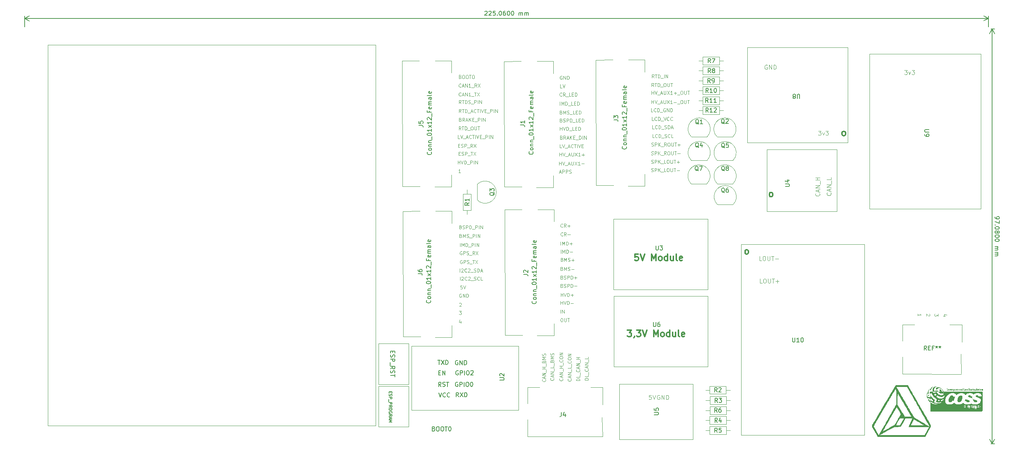
<source format=gbr>
%TF.GenerationSoftware,KiCad,Pcbnew,(6.0.2)*%
%TF.CreationDate,2022-08-09T19:55:16+09:00*%
%TF.ProjectId,dash,64617368-2e6b-4696-9361-645f70636258,rev?*%
%TF.SameCoordinates,Original*%
%TF.FileFunction,Legend,Top*%
%TF.FilePolarity,Positive*%
%FSLAX46Y46*%
G04 Gerber Fmt 4.6, Leading zero omitted, Abs format (unit mm)*
G04 Created by KiCad (PCBNEW (6.0.2)) date 2022-08-09 19:55:16*
%MOMM*%
%LPD*%
G01*
G04 APERTURE LIST*
%ADD10C,0.300000*%
%ADD11C,0.120000*%
%ADD12C,0.100000*%
%ADD13C,0.150000*%
G04 APERTURE END LIST*
D10*
X159774285Y-147318571D02*
X159060000Y-147318571D01*
X158988571Y-148032857D01*
X159060000Y-147961428D01*
X159202857Y-147890000D01*
X159560000Y-147890000D01*
X159702857Y-147961428D01*
X159774285Y-148032857D01*
X159845714Y-148175714D01*
X159845714Y-148532857D01*
X159774285Y-148675714D01*
X159702857Y-148747142D01*
X159560000Y-148818571D01*
X159202857Y-148818571D01*
X159060000Y-148747142D01*
X158988571Y-148675714D01*
X160274285Y-147318571D02*
X160774285Y-148818571D01*
X161274285Y-147318571D01*
X162917142Y-148818571D02*
X162917142Y-147318571D01*
X163417142Y-148390000D01*
X163917142Y-147318571D01*
X163917142Y-148818571D01*
X164845714Y-148818571D02*
X164702857Y-148747142D01*
X164631428Y-148675714D01*
X164560000Y-148532857D01*
X164560000Y-148104285D01*
X164631428Y-147961428D01*
X164702857Y-147890000D01*
X164845714Y-147818571D01*
X165060000Y-147818571D01*
X165202857Y-147890000D01*
X165274285Y-147961428D01*
X165345714Y-148104285D01*
X165345714Y-148532857D01*
X165274285Y-148675714D01*
X165202857Y-148747142D01*
X165060000Y-148818571D01*
X164845714Y-148818571D01*
X166631428Y-148818571D02*
X166631428Y-147318571D01*
X166631428Y-148747142D02*
X166488571Y-148818571D01*
X166202857Y-148818571D01*
X166060000Y-148747142D01*
X165988571Y-148675714D01*
X165917142Y-148532857D01*
X165917142Y-148104285D01*
X165988571Y-147961428D01*
X166060000Y-147890000D01*
X166202857Y-147818571D01*
X166488571Y-147818571D01*
X166631428Y-147890000D01*
X167988571Y-147818571D02*
X167988571Y-148818571D01*
X167345714Y-147818571D02*
X167345714Y-148604285D01*
X167417142Y-148747142D01*
X167560000Y-148818571D01*
X167774285Y-148818571D01*
X167917142Y-148747142D01*
X167988571Y-148675714D01*
X168917142Y-148818571D02*
X168774285Y-148747142D01*
X168702857Y-148604285D01*
X168702857Y-147318571D01*
X170060000Y-148747142D02*
X169917142Y-148818571D01*
X169631428Y-148818571D01*
X169488571Y-148747142D01*
X169417142Y-148604285D01*
X169417142Y-148032857D01*
X169488571Y-147890000D01*
X169631428Y-147818571D01*
X169917142Y-147818571D01*
X170060000Y-147890000D01*
X170131428Y-148032857D01*
X170131428Y-148175714D01*
X169417142Y-148318571D01*
D11*
X189888095Y-103110000D02*
X189792857Y-103062380D01*
X189650000Y-103062380D01*
X189507142Y-103110000D01*
X189411904Y-103205238D01*
X189364285Y-103300476D01*
X189316666Y-103490952D01*
X189316666Y-103633809D01*
X189364285Y-103824285D01*
X189411904Y-103919523D01*
X189507142Y-104014761D01*
X189650000Y-104062380D01*
X189745238Y-104062380D01*
X189888095Y-104014761D01*
X189935714Y-103967142D01*
X189935714Y-103633809D01*
X189745238Y-103633809D01*
X190364285Y-104062380D02*
X190364285Y-103062380D01*
X190935714Y-104062380D01*
X190935714Y-103062380D01*
X191411904Y-104062380D02*
X191411904Y-103062380D01*
X191650000Y-103062380D01*
X191792857Y-103110000D01*
X191888095Y-103205238D01*
X191935714Y-103300476D01*
X191983333Y-103490952D01*
X191983333Y-103633809D01*
X191935714Y-103824285D01*
X191888095Y-103919523D01*
X191792857Y-104014761D01*
X191650000Y-104062380D01*
X191411904Y-104062380D01*
D12*
X162864761Y-126053809D02*
X162979047Y-126091904D01*
X163169523Y-126091904D01*
X163245714Y-126053809D01*
X163283809Y-126015714D01*
X163321904Y-125939523D01*
X163321904Y-125863333D01*
X163283809Y-125787142D01*
X163245714Y-125749047D01*
X163169523Y-125710952D01*
X163017142Y-125672857D01*
X162940952Y-125634761D01*
X162902857Y-125596666D01*
X162864761Y-125520476D01*
X162864761Y-125444285D01*
X162902857Y-125368095D01*
X162940952Y-125330000D01*
X163017142Y-125291904D01*
X163207619Y-125291904D01*
X163321904Y-125330000D01*
X163664761Y-126091904D02*
X163664761Y-125291904D01*
X163969523Y-125291904D01*
X164045714Y-125330000D01*
X164083809Y-125368095D01*
X164121904Y-125444285D01*
X164121904Y-125558571D01*
X164083809Y-125634761D01*
X164045714Y-125672857D01*
X163969523Y-125710952D01*
X163664761Y-125710952D01*
X164464761Y-126091904D02*
X164464761Y-125291904D01*
X164921904Y-126091904D02*
X164579047Y-125634761D01*
X164921904Y-125291904D02*
X164464761Y-125749047D01*
X165074285Y-126168095D02*
X165683809Y-126168095D01*
X166255238Y-126091904D02*
X165874285Y-126091904D01*
X165874285Y-125291904D01*
X166674285Y-125291904D02*
X166826666Y-125291904D01*
X166902857Y-125330000D01*
X166979047Y-125406190D01*
X167017142Y-125558571D01*
X167017142Y-125825238D01*
X166979047Y-125977619D01*
X166902857Y-126053809D01*
X166826666Y-126091904D01*
X166674285Y-126091904D01*
X166598095Y-126053809D01*
X166521904Y-125977619D01*
X166483809Y-125825238D01*
X166483809Y-125558571D01*
X166521904Y-125406190D01*
X166598095Y-125330000D01*
X166674285Y-125291904D01*
X167360000Y-125291904D02*
X167360000Y-125939523D01*
X167398095Y-126015714D01*
X167436190Y-126053809D01*
X167512380Y-126091904D01*
X167664761Y-126091904D01*
X167740952Y-126053809D01*
X167779047Y-126015714D01*
X167817142Y-125939523D01*
X167817142Y-125291904D01*
X168083809Y-125291904D02*
X168540952Y-125291904D01*
X168312380Y-126091904D02*
X168312380Y-125291904D01*
X168807619Y-125787142D02*
X169417142Y-125787142D01*
X169112380Y-126091904D02*
X169112380Y-125482380D01*
D11*
X188721904Y-154062380D02*
X188245714Y-154062380D01*
X188245714Y-153062380D01*
X189245714Y-153062380D02*
X189436190Y-153062380D01*
X189531428Y-153110000D01*
X189626666Y-153205238D01*
X189674285Y-153395714D01*
X189674285Y-153729047D01*
X189626666Y-153919523D01*
X189531428Y-154014761D01*
X189436190Y-154062380D01*
X189245714Y-154062380D01*
X189150476Y-154014761D01*
X189055238Y-153919523D01*
X189007619Y-153729047D01*
X189007619Y-153395714D01*
X189055238Y-153205238D01*
X189150476Y-153110000D01*
X189245714Y-153062380D01*
X190102857Y-153062380D02*
X190102857Y-153871904D01*
X190150476Y-153967142D01*
X190198095Y-154014761D01*
X190293333Y-154062380D01*
X190483809Y-154062380D01*
X190579047Y-154014761D01*
X190626666Y-153967142D01*
X190674285Y-153871904D01*
X190674285Y-153062380D01*
X191007619Y-153062380D02*
X191579047Y-153062380D01*
X191293333Y-154062380D02*
X191293333Y-153062380D01*
X191912380Y-153681428D02*
X192674285Y-153681428D01*
X192293333Y-154062380D02*
X192293333Y-153300476D01*
D12*
X231526228Y-161751430D02*
X230992895Y-161751430D01*
X231830990Y-161560954D02*
X231259561Y-161370478D01*
X231259561Y-161865716D01*
X163528095Y-120071904D02*
X163147142Y-120071904D01*
X163147142Y-119271904D01*
X164251904Y-119995714D02*
X164213809Y-120033809D01*
X164099523Y-120071904D01*
X164023333Y-120071904D01*
X163909047Y-120033809D01*
X163832857Y-119957619D01*
X163794761Y-119881428D01*
X163756666Y-119729047D01*
X163756666Y-119614761D01*
X163794761Y-119462380D01*
X163832857Y-119386190D01*
X163909047Y-119310000D01*
X164023333Y-119271904D01*
X164099523Y-119271904D01*
X164213809Y-119310000D01*
X164251904Y-119348095D01*
X164594761Y-120071904D02*
X164594761Y-119271904D01*
X164785238Y-119271904D01*
X164899523Y-119310000D01*
X164975714Y-119386190D01*
X165013809Y-119462380D01*
X165051904Y-119614761D01*
X165051904Y-119729047D01*
X165013809Y-119881428D01*
X164975714Y-119957619D01*
X164899523Y-120033809D01*
X164785238Y-120071904D01*
X164594761Y-120071904D01*
X165204285Y-120148095D02*
X165813809Y-120148095D01*
X165966190Y-120033809D02*
X166080476Y-120071904D01*
X166270952Y-120071904D01*
X166347142Y-120033809D01*
X166385238Y-119995714D01*
X166423333Y-119919523D01*
X166423333Y-119843333D01*
X166385238Y-119767142D01*
X166347142Y-119729047D01*
X166270952Y-119690952D01*
X166118571Y-119652857D01*
X166042380Y-119614761D01*
X166004285Y-119576666D01*
X165966190Y-119500476D01*
X165966190Y-119424285D01*
X166004285Y-119348095D01*
X166042380Y-119310000D01*
X166118571Y-119271904D01*
X166309047Y-119271904D01*
X166423333Y-119310000D01*
X167223333Y-119995714D02*
X167185238Y-120033809D01*
X167070952Y-120071904D01*
X166994761Y-120071904D01*
X166880476Y-120033809D01*
X166804285Y-119957619D01*
X166766190Y-119881428D01*
X166728095Y-119729047D01*
X166728095Y-119614761D01*
X166766190Y-119462380D01*
X166804285Y-119386190D01*
X166880476Y-119310000D01*
X166994761Y-119271904D01*
X167070952Y-119271904D01*
X167185238Y-119310000D01*
X167223333Y-119348095D01*
X167947142Y-120071904D02*
X167566190Y-120071904D01*
X167566190Y-119271904D01*
X118389047Y-108185714D02*
X118350952Y-108223809D01*
X118236666Y-108261904D01*
X118160476Y-108261904D01*
X118046190Y-108223809D01*
X117970000Y-108147619D01*
X117931904Y-108071428D01*
X117893809Y-107919047D01*
X117893809Y-107804761D01*
X117931904Y-107652380D01*
X117970000Y-107576190D01*
X118046190Y-107500000D01*
X118160476Y-107461904D01*
X118236666Y-107461904D01*
X118350952Y-107500000D01*
X118389047Y-107538095D01*
X118693809Y-108033333D02*
X119074761Y-108033333D01*
X118617619Y-108261904D02*
X118884285Y-107461904D01*
X119150952Y-108261904D01*
X119417619Y-108261904D02*
X119417619Y-107461904D01*
X119874761Y-108261904D01*
X119874761Y-107461904D01*
X120674761Y-108261904D02*
X120217619Y-108261904D01*
X120446190Y-108261904D02*
X120446190Y-107461904D01*
X120370000Y-107576190D01*
X120293809Y-107652380D01*
X120217619Y-107690476D01*
X120827142Y-108338095D02*
X121436666Y-108338095D01*
X122084285Y-108261904D02*
X121817619Y-107880952D01*
X121627142Y-108261904D02*
X121627142Y-107461904D01*
X121931904Y-107461904D01*
X122008095Y-107500000D01*
X122046190Y-107538095D01*
X122084285Y-107614285D01*
X122084285Y-107728571D01*
X122046190Y-107804761D01*
X122008095Y-107842857D01*
X121931904Y-107880952D01*
X121627142Y-107880952D01*
X122350952Y-107461904D02*
X122884285Y-108261904D01*
X122884285Y-107461904D02*
X122350952Y-108261904D01*
X225022895Y-161737621D02*
X225022895Y-161280478D01*
X225022895Y-161509050D02*
X225822895Y-161509050D01*
X225708609Y-161432859D01*
X225632419Y-161356669D01*
X225594323Y-161280478D01*
X118248095Y-115842857D02*
X118362380Y-115880952D01*
X118400476Y-115919047D01*
X118438571Y-115995238D01*
X118438571Y-116109523D01*
X118400476Y-116185714D01*
X118362380Y-116223809D01*
X118286190Y-116261904D01*
X117981428Y-116261904D01*
X117981428Y-115461904D01*
X118248095Y-115461904D01*
X118324285Y-115500000D01*
X118362380Y-115538095D01*
X118400476Y-115614285D01*
X118400476Y-115690476D01*
X118362380Y-115766666D01*
X118324285Y-115804761D01*
X118248095Y-115842857D01*
X117981428Y-115842857D01*
X119238571Y-116261904D02*
X118971904Y-115880952D01*
X118781428Y-116261904D02*
X118781428Y-115461904D01*
X119086190Y-115461904D01*
X119162380Y-115500000D01*
X119200476Y-115538095D01*
X119238571Y-115614285D01*
X119238571Y-115728571D01*
X119200476Y-115804761D01*
X119162380Y-115842857D01*
X119086190Y-115880952D01*
X118781428Y-115880952D01*
X119543333Y-116033333D02*
X119924285Y-116033333D01*
X119467142Y-116261904D02*
X119733809Y-115461904D01*
X120000476Y-116261904D01*
X120267142Y-116261904D02*
X120267142Y-115461904D01*
X120724285Y-116261904D02*
X120381428Y-115804761D01*
X120724285Y-115461904D02*
X120267142Y-115919047D01*
X121067142Y-115842857D02*
X121333809Y-115842857D01*
X121448095Y-116261904D02*
X121067142Y-116261904D01*
X121067142Y-115461904D01*
X121448095Y-115461904D01*
X121600476Y-116338095D02*
X122210000Y-116338095D01*
X122400476Y-116261904D02*
X122400476Y-115461904D01*
X122705238Y-115461904D01*
X122781428Y-115500000D01*
X122819523Y-115538095D01*
X122857619Y-115614285D01*
X122857619Y-115728571D01*
X122819523Y-115804761D01*
X122781428Y-115842857D01*
X122705238Y-115880952D01*
X122400476Y-115880952D01*
X123200476Y-116261904D02*
X123200476Y-115461904D01*
X123581428Y-116261904D02*
X123581428Y-115461904D01*
X124038571Y-116261904D01*
X124038571Y-115461904D01*
X163390000Y-116061904D02*
X163009047Y-116061904D01*
X163009047Y-115261904D01*
X164113809Y-115985714D02*
X164075714Y-116023809D01*
X163961428Y-116061904D01*
X163885238Y-116061904D01*
X163770952Y-116023809D01*
X163694761Y-115947619D01*
X163656666Y-115871428D01*
X163618571Y-115719047D01*
X163618571Y-115604761D01*
X163656666Y-115452380D01*
X163694761Y-115376190D01*
X163770952Y-115300000D01*
X163885238Y-115261904D01*
X163961428Y-115261904D01*
X164075714Y-115300000D01*
X164113809Y-115338095D01*
X164456666Y-116061904D02*
X164456666Y-115261904D01*
X164647142Y-115261904D01*
X164761428Y-115300000D01*
X164837619Y-115376190D01*
X164875714Y-115452380D01*
X164913809Y-115604761D01*
X164913809Y-115719047D01*
X164875714Y-115871428D01*
X164837619Y-115947619D01*
X164761428Y-116023809D01*
X164647142Y-116061904D01*
X164456666Y-116061904D01*
X165066190Y-116138095D02*
X165675714Y-116138095D01*
X165751904Y-115261904D02*
X166018571Y-116061904D01*
X166285238Y-115261904D01*
X167009047Y-115985714D02*
X166970952Y-116023809D01*
X166856666Y-116061904D01*
X166780476Y-116061904D01*
X166666190Y-116023809D01*
X166590000Y-115947619D01*
X166551904Y-115871428D01*
X166513809Y-115719047D01*
X166513809Y-115604761D01*
X166551904Y-115452380D01*
X166590000Y-115376190D01*
X166666190Y-115300000D01*
X166780476Y-115261904D01*
X166856666Y-115261904D01*
X166970952Y-115300000D01*
X167009047Y-115338095D01*
X167809047Y-115985714D02*
X167770952Y-116023809D01*
X167656666Y-116061904D01*
X167580476Y-116061904D01*
X167466190Y-116023809D01*
X167390000Y-115947619D01*
X167351904Y-115871428D01*
X167313809Y-115719047D01*
X167313809Y-115604761D01*
X167351904Y-115452380D01*
X167390000Y-115376190D01*
X167466190Y-115300000D01*
X167580476Y-115261904D01*
X167656666Y-115261904D01*
X167770952Y-115300000D01*
X167809047Y-115338095D01*
X118375238Y-118261904D02*
X118108571Y-117880952D01*
X117918095Y-118261904D02*
X117918095Y-117461904D01*
X118222857Y-117461904D01*
X118299047Y-117500000D01*
X118337142Y-117538095D01*
X118375238Y-117614285D01*
X118375238Y-117728571D01*
X118337142Y-117804761D01*
X118299047Y-117842857D01*
X118222857Y-117880952D01*
X117918095Y-117880952D01*
X118603809Y-117461904D02*
X119060952Y-117461904D01*
X118832380Y-118261904D02*
X118832380Y-117461904D01*
X119327619Y-118261904D02*
X119327619Y-117461904D01*
X119518095Y-117461904D01*
X119632380Y-117500000D01*
X119708571Y-117576190D01*
X119746666Y-117652380D01*
X119784761Y-117804761D01*
X119784761Y-117919047D01*
X119746666Y-118071428D01*
X119708571Y-118147619D01*
X119632380Y-118223809D01*
X119518095Y-118261904D01*
X119327619Y-118261904D01*
X119937142Y-118338095D02*
X120546666Y-118338095D01*
X120889523Y-117461904D02*
X121041904Y-117461904D01*
X121118095Y-117500000D01*
X121194285Y-117576190D01*
X121232380Y-117728571D01*
X121232380Y-117995238D01*
X121194285Y-118147619D01*
X121118095Y-118223809D01*
X121041904Y-118261904D01*
X120889523Y-118261904D01*
X120813333Y-118223809D01*
X120737142Y-118147619D01*
X120699047Y-117995238D01*
X120699047Y-117728571D01*
X120737142Y-117576190D01*
X120813333Y-117500000D01*
X120889523Y-117461904D01*
X121575238Y-117461904D02*
X121575238Y-118109523D01*
X121613333Y-118185714D01*
X121651428Y-118223809D01*
X121727619Y-118261904D01*
X121880000Y-118261904D01*
X121956190Y-118223809D01*
X121994285Y-118185714D01*
X122032380Y-118109523D01*
X122032380Y-117461904D01*
X122299047Y-117461904D02*
X122756190Y-117461904D01*
X122527619Y-118261904D02*
X122527619Y-117461904D01*
X141993809Y-148592857D02*
X142108095Y-148630952D01*
X142146190Y-148669047D01*
X142184285Y-148745238D01*
X142184285Y-148859523D01*
X142146190Y-148935714D01*
X142108095Y-148973809D01*
X142031904Y-149011904D01*
X141727142Y-149011904D01*
X141727142Y-148211904D01*
X141993809Y-148211904D01*
X142070000Y-148250000D01*
X142108095Y-148288095D01*
X142146190Y-148364285D01*
X142146190Y-148440476D01*
X142108095Y-148516666D01*
X142070000Y-148554761D01*
X141993809Y-148592857D01*
X141727142Y-148592857D01*
X142527142Y-149011904D02*
X142527142Y-148211904D01*
X142793809Y-148783333D01*
X143060476Y-148211904D01*
X143060476Y-149011904D01*
X143403333Y-148973809D02*
X143517619Y-149011904D01*
X143708095Y-149011904D01*
X143784285Y-148973809D01*
X143822380Y-148935714D01*
X143860476Y-148859523D01*
X143860476Y-148783333D01*
X143822380Y-148707142D01*
X143784285Y-148669047D01*
X143708095Y-148630952D01*
X143555714Y-148592857D01*
X143479523Y-148554761D01*
X143441428Y-148516666D01*
X143403333Y-148440476D01*
X143403333Y-148364285D01*
X143441428Y-148288095D01*
X143479523Y-148250000D01*
X143555714Y-148211904D01*
X143746190Y-148211904D01*
X143860476Y-148250000D01*
X144203333Y-148707142D02*
X144812857Y-148707142D01*
X144508095Y-149011904D02*
X144508095Y-148402380D01*
X118420952Y-114201904D02*
X118154285Y-113820952D01*
X117963809Y-114201904D02*
X117963809Y-113401904D01*
X118268571Y-113401904D01*
X118344761Y-113440000D01*
X118382857Y-113478095D01*
X118420952Y-113554285D01*
X118420952Y-113668571D01*
X118382857Y-113744761D01*
X118344761Y-113782857D01*
X118268571Y-113820952D01*
X117963809Y-113820952D01*
X118649523Y-113401904D02*
X119106666Y-113401904D01*
X118878095Y-114201904D02*
X118878095Y-113401904D01*
X119373333Y-114201904D02*
X119373333Y-113401904D01*
X119563809Y-113401904D01*
X119678095Y-113440000D01*
X119754285Y-113516190D01*
X119792380Y-113592380D01*
X119830476Y-113744761D01*
X119830476Y-113859047D01*
X119792380Y-114011428D01*
X119754285Y-114087619D01*
X119678095Y-114163809D01*
X119563809Y-114201904D01*
X119373333Y-114201904D01*
X119982857Y-114278095D02*
X120592380Y-114278095D01*
X120744761Y-113973333D02*
X121125714Y-113973333D01*
X120668571Y-114201904D02*
X120935238Y-113401904D01*
X121201904Y-114201904D01*
X121925714Y-114125714D02*
X121887619Y-114163809D01*
X121773333Y-114201904D01*
X121697142Y-114201904D01*
X121582857Y-114163809D01*
X121506666Y-114087619D01*
X121468571Y-114011428D01*
X121430476Y-113859047D01*
X121430476Y-113744761D01*
X121468571Y-113592380D01*
X121506666Y-113516190D01*
X121582857Y-113440000D01*
X121697142Y-113401904D01*
X121773333Y-113401904D01*
X121887619Y-113440000D01*
X121925714Y-113478095D01*
X122154285Y-113401904D02*
X122611428Y-113401904D01*
X122382857Y-114201904D02*
X122382857Y-113401904D01*
X122878095Y-114201904D02*
X122878095Y-113401904D01*
X123144761Y-113401904D02*
X123411428Y-114201904D01*
X123678095Y-113401904D01*
X123944761Y-113782857D02*
X124211428Y-113782857D01*
X124325714Y-114201904D02*
X123944761Y-114201904D01*
X123944761Y-113401904D01*
X124325714Y-113401904D01*
X124478095Y-114278095D02*
X125087619Y-114278095D01*
X125278095Y-114201904D02*
X125278095Y-113401904D01*
X125582857Y-113401904D01*
X125659047Y-113440000D01*
X125697142Y-113478095D01*
X125735238Y-113554285D01*
X125735238Y-113668571D01*
X125697142Y-113744761D01*
X125659047Y-113782857D01*
X125582857Y-113820952D01*
X125278095Y-113820952D01*
X126078095Y-114201904D02*
X126078095Y-113401904D01*
X126459047Y-114201904D02*
X126459047Y-113401904D01*
X126916190Y-114201904D01*
X126916190Y-113401904D01*
X141887142Y-122441904D02*
X141506190Y-122441904D01*
X141506190Y-121641904D01*
X142039523Y-121641904D02*
X142306190Y-122441904D01*
X142572857Y-121641904D01*
X142649047Y-122518095D02*
X143258571Y-122518095D01*
X143410952Y-122213333D02*
X143791904Y-122213333D01*
X143334761Y-122441904D02*
X143601428Y-121641904D01*
X143868095Y-122441904D01*
X144591904Y-122365714D02*
X144553809Y-122403809D01*
X144439523Y-122441904D01*
X144363333Y-122441904D01*
X144249047Y-122403809D01*
X144172857Y-122327619D01*
X144134761Y-122251428D01*
X144096666Y-122099047D01*
X144096666Y-121984761D01*
X144134761Y-121832380D01*
X144172857Y-121756190D01*
X144249047Y-121680000D01*
X144363333Y-121641904D01*
X144439523Y-121641904D01*
X144553809Y-121680000D01*
X144591904Y-121718095D01*
X144820476Y-121641904D02*
X145277619Y-121641904D01*
X145049047Y-122441904D02*
X145049047Y-121641904D01*
X145544285Y-122441904D02*
X145544285Y-121641904D01*
X145810952Y-121641904D02*
X146077619Y-122441904D01*
X146344285Y-121641904D01*
X146610952Y-122022857D02*
X146877619Y-122022857D01*
X146991904Y-122441904D02*
X146610952Y-122441904D01*
X146610952Y-121641904D01*
X146991904Y-121641904D01*
X142152380Y-140955714D02*
X142114285Y-140993809D01*
X142000000Y-141031904D01*
X141923809Y-141031904D01*
X141809523Y-140993809D01*
X141733333Y-140917619D01*
X141695238Y-140841428D01*
X141657142Y-140689047D01*
X141657142Y-140574761D01*
X141695238Y-140422380D01*
X141733333Y-140346190D01*
X141809523Y-140270000D01*
X141923809Y-140231904D01*
X142000000Y-140231904D01*
X142114285Y-140270000D01*
X142152380Y-140308095D01*
X142952380Y-141031904D02*
X142685714Y-140650952D01*
X142495238Y-141031904D02*
X142495238Y-140231904D01*
X142800000Y-140231904D01*
X142876190Y-140270000D01*
X142914285Y-140308095D01*
X142952380Y-140384285D01*
X142952380Y-140498571D01*
X142914285Y-140574761D01*
X142876190Y-140612857D01*
X142800000Y-140650952D01*
X142495238Y-140650952D01*
X143295238Y-140727142D02*
X143904761Y-140727142D01*
X143600000Y-141031904D02*
X143600000Y-140422380D01*
X162908571Y-122033809D02*
X163022857Y-122071904D01*
X163213333Y-122071904D01*
X163289523Y-122033809D01*
X163327619Y-121995714D01*
X163365714Y-121919523D01*
X163365714Y-121843333D01*
X163327619Y-121767142D01*
X163289523Y-121729047D01*
X163213333Y-121690952D01*
X163060952Y-121652857D01*
X162984761Y-121614761D01*
X162946666Y-121576666D01*
X162908571Y-121500476D01*
X162908571Y-121424285D01*
X162946666Y-121348095D01*
X162984761Y-121310000D01*
X163060952Y-121271904D01*
X163251428Y-121271904D01*
X163365714Y-121310000D01*
X163708571Y-122071904D02*
X163708571Y-121271904D01*
X164013333Y-121271904D01*
X164089523Y-121310000D01*
X164127619Y-121348095D01*
X164165714Y-121424285D01*
X164165714Y-121538571D01*
X164127619Y-121614761D01*
X164089523Y-121652857D01*
X164013333Y-121690952D01*
X163708571Y-121690952D01*
X164508571Y-122071904D02*
X164508571Y-121271904D01*
X164965714Y-122071904D02*
X164622857Y-121614761D01*
X164965714Y-121271904D02*
X164508571Y-121729047D01*
X165118095Y-122148095D02*
X165727619Y-122148095D01*
X166375238Y-122071904D02*
X166108571Y-121690952D01*
X165918095Y-122071904D02*
X165918095Y-121271904D01*
X166222857Y-121271904D01*
X166299047Y-121310000D01*
X166337142Y-121348095D01*
X166375238Y-121424285D01*
X166375238Y-121538571D01*
X166337142Y-121614761D01*
X166299047Y-121652857D01*
X166222857Y-121690952D01*
X165918095Y-121690952D01*
X166870476Y-121271904D02*
X167022857Y-121271904D01*
X167099047Y-121310000D01*
X167175238Y-121386190D01*
X167213333Y-121538571D01*
X167213333Y-121805238D01*
X167175238Y-121957619D01*
X167099047Y-122033809D01*
X167022857Y-122071904D01*
X166870476Y-122071904D01*
X166794285Y-122033809D01*
X166718095Y-121957619D01*
X166680000Y-121805238D01*
X166680000Y-121538571D01*
X166718095Y-121386190D01*
X166794285Y-121310000D01*
X166870476Y-121271904D01*
X167556190Y-121271904D02*
X167556190Y-121919523D01*
X167594285Y-121995714D01*
X167632380Y-122033809D01*
X167708571Y-122071904D01*
X167860952Y-122071904D01*
X167937142Y-122033809D01*
X167975238Y-121995714D01*
X168013333Y-121919523D01*
X168013333Y-121271904D01*
X168280000Y-121271904D02*
X168737142Y-121271904D01*
X168508571Y-122071904D02*
X168508571Y-121271904D01*
X169003809Y-121767142D02*
X169613333Y-121767142D01*
X169308571Y-122071904D02*
X169308571Y-121462380D01*
X118352380Y-162948571D02*
X118352380Y-163481904D01*
X118161904Y-162643809D02*
X117971428Y-163215238D01*
X118466666Y-163215238D01*
X118470476Y-156640000D02*
X118394285Y-156601904D01*
X118280000Y-156601904D01*
X118165714Y-156640000D01*
X118089523Y-156716190D01*
X118051428Y-156792380D01*
X118013333Y-156944761D01*
X118013333Y-157059047D01*
X118051428Y-157211428D01*
X118089523Y-157287619D01*
X118165714Y-157363809D01*
X118280000Y-157401904D01*
X118356190Y-157401904D01*
X118470476Y-157363809D01*
X118508571Y-157325714D01*
X118508571Y-157059047D01*
X118356190Y-157059047D01*
X118851428Y-157401904D02*
X118851428Y-156601904D01*
X119308571Y-157401904D01*
X119308571Y-156601904D01*
X119689523Y-157401904D02*
X119689523Y-156601904D01*
X119880000Y-156601904D01*
X119994285Y-156640000D01*
X120070476Y-156716190D01*
X120108571Y-156792380D01*
X120146666Y-156944761D01*
X120146666Y-157059047D01*
X120108571Y-157211428D01*
X120070476Y-157287619D01*
X119994285Y-157363809D01*
X119880000Y-157401904D01*
X119689523Y-157401904D01*
X118301904Y-140992857D02*
X118416190Y-141030952D01*
X118454285Y-141069047D01*
X118492380Y-141145238D01*
X118492380Y-141259523D01*
X118454285Y-141335714D01*
X118416190Y-141373809D01*
X118340000Y-141411904D01*
X118035238Y-141411904D01*
X118035238Y-140611904D01*
X118301904Y-140611904D01*
X118378095Y-140650000D01*
X118416190Y-140688095D01*
X118454285Y-140764285D01*
X118454285Y-140840476D01*
X118416190Y-140916666D01*
X118378095Y-140954761D01*
X118301904Y-140992857D01*
X118035238Y-140992857D01*
X118797142Y-141373809D02*
X118911428Y-141411904D01*
X119101904Y-141411904D01*
X119178095Y-141373809D01*
X119216190Y-141335714D01*
X119254285Y-141259523D01*
X119254285Y-141183333D01*
X119216190Y-141107142D01*
X119178095Y-141069047D01*
X119101904Y-141030952D01*
X118949523Y-140992857D01*
X118873333Y-140954761D01*
X118835238Y-140916666D01*
X118797142Y-140840476D01*
X118797142Y-140764285D01*
X118835238Y-140688095D01*
X118873333Y-140650000D01*
X118949523Y-140611904D01*
X119140000Y-140611904D01*
X119254285Y-140650000D01*
X119597142Y-141411904D02*
X119597142Y-140611904D01*
X119901904Y-140611904D01*
X119978095Y-140650000D01*
X120016190Y-140688095D01*
X120054285Y-140764285D01*
X120054285Y-140878571D01*
X120016190Y-140954761D01*
X119978095Y-140992857D01*
X119901904Y-141030952D01*
X119597142Y-141030952D01*
X120397142Y-141411904D02*
X120397142Y-140611904D01*
X120587619Y-140611904D01*
X120701904Y-140650000D01*
X120778095Y-140726190D01*
X120816190Y-140802380D01*
X120854285Y-140954761D01*
X120854285Y-141069047D01*
X120816190Y-141221428D01*
X120778095Y-141297619D01*
X120701904Y-141373809D01*
X120587619Y-141411904D01*
X120397142Y-141411904D01*
X121006666Y-141488095D02*
X121616190Y-141488095D01*
X121806666Y-141411904D02*
X121806666Y-140611904D01*
X122111428Y-140611904D01*
X122187619Y-140650000D01*
X122225714Y-140688095D01*
X122263809Y-140764285D01*
X122263809Y-140878571D01*
X122225714Y-140954761D01*
X122187619Y-140992857D01*
X122111428Y-141030952D01*
X121806666Y-141030952D01*
X122606666Y-141411904D02*
X122606666Y-140611904D01*
X122987619Y-141411904D02*
X122987619Y-140611904D01*
X123444761Y-141411904D01*
X123444761Y-140611904D01*
X118344761Y-143032857D02*
X118459047Y-143070952D01*
X118497142Y-143109047D01*
X118535238Y-143185238D01*
X118535238Y-143299523D01*
X118497142Y-143375714D01*
X118459047Y-143413809D01*
X118382857Y-143451904D01*
X118078095Y-143451904D01*
X118078095Y-142651904D01*
X118344761Y-142651904D01*
X118420952Y-142690000D01*
X118459047Y-142728095D01*
X118497142Y-142804285D01*
X118497142Y-142880476D01*
X118459047Y-142956666D01*
X118420952Y-142994761D01*
X118344761Y-143032857D01*
X118078095Y-143032857D01*
X118878095Y-143451904D02*
X118878095Y-142651904D01*
X119144761Y-143223333D01*
X119411428Y-142651904D01*
X119411428Y-143451904D01*
X119754285Y-143413809D02*
X119868571Y-143451904D01*
X120059047Y-143451904D01*
X120135238Y-143413809D01*
X120173333Y-143375714D01*
X120211428Y-143299523D01*
X120211428Y-143223333D01*
X120173333Y-143147142D01*
X120135238Y-143109047D01*
X120059047Y-143070952D01*
X119906666Y-143032857D01*
X119830476Y-142994761D01*
X119792380Y-142956666D01*
X119754285Y-142880476D01*
X119754285Y-142804285D01*
X119792380Y-142728095D01*
X119830476Y-142690000D01*
X119906666Y-142651904D01*
X120097142Y-142651904D01*
X120211428Y-142690000D01*
X120363809Y-143528095D02*
X120973333Y-143528095D01*
X121163809Y-143451904D02*
X121163809Y-142651904D01*
X121468571Y-142651904D01*
X121544761Y-142690000D01*
X121582857Y-142728095D01*
X121620952Y-142804285D01*
X121620952Y-142918571D01*
X121582857Y-142994761D01*
X121544761Y-143032857D01*
X121468571Y-143070952D01*
X121163809Y-143070952D01*
X121963809Y-143451904D02*
X121963809Y-142651904D01*
X122344761Y-143451904D02*
X122344761Y-142651904D01*
X122801904Y-143451904D01*
X122801904Y-142651904D01*
X117664285Y-126241904D02*
X117664285Y-125441904D01*
X117664285Y-125822857D02*
X118121428Y-125822857D01*
X118121428Y-126241904D02*
X118121428Y-125441904D01*
X118388095Y-125441904D02*
X118654761Y-126241904D01*
X118921428Y-125441904D01*
X119188095Y-126241904D02*
X119188095Y-125441904D01*
X119378571Y-125441904D01*
X119492857Y-125480000D01*
X119569047Y-125556190D01*
X119607142Y-125632380D01*
X119645238Y-125784761D01*
X119645238Y-125899047D01*
X119607142Y-126051428D01*
X119569047Y-126127619D01*
X119492857Y-126203809D01*
X119378571Y-126241904D01*
X119188095Y-126241904D01*
X119797619Y-126318095D02*
X120407142Y-126318095D01*
X120597619Y-126241904D02*
X120597619Y-125441904D01*
X120902380Y-125441904D01*
X120978571Y-125480000D01*
X121016666Y-125518095D01*
X121054761Y-125594285D01*
X121054761Y-125708571D01*
X121016666Y-125784761D01*
X120978571Y-125822857D01*
X120902380Y-125860952D01*
X120597619Y-125860952D01*
X121397619Y-126241904D02*
X121397619Y-125441904D01*
X121778571Y-126241904D02*
X121778571Y-125441904D01*
X122235714Y-126241904D01*
X122235714Y-125441904D01*
X141737619Y-147101904D02*
X141737619Y-146301904D01*
X142118571Y-147101904D02*
X142118571Y-146301904D01*
X142385238Y-146873333D01*
X142651904Y-146301904D01*
X142651904Y-147101904D01*
X143032857Y-147101904D02*
X143032857Y-146301904D01*
X143223333Y-146301904D01*
X143337619Y-146340000D01*
X143413809Y-146416190D01*
X143451904Y-146492380D01*
X143490000Y-146644761D01*
X143490000Y-146759047D01*
X143451904Y-146911428D01*
X143413809Y-146987619D01*
X143337619Y-147063809D01*
X143223333Y-147101904D01*
X143032857Y-147101904D01*
X143832857Y-146797142D02*
X144442380Y-146797142D01*
X227786704Y-161320478D02*
X227824800Y-161358573D01*
X227862895Y-161434764D01*
X227862895Y-161625240D01*
X227824800Y-161701430D01*
X227786704Y-161739526D01*
X227710514Y-161777621D01*
X227634323Y-161777621D01*
X227520038Y-161739526D01*
X227062895Y-161282383D01*
X227062895Y-161777621D01*
X141723333Y-157211904D02*
X141723333Y-156411904D01*
X141723333Y-156792857D02*
X142180476Y-156792857D01*
X142180476Y-157211904D02*
X142180476Y-156411904D01*
X142447142Y-156411904D02*
X142713809Y-157211904D01*
X142980476Y-156411904D01*
X143247142Y-157211904D02*
X143247142Y-156411904D01*
X143437619Y-156411904D01*
X143551904Y-156450000D01*
X143628095Y-156526190D01*
X143666190Y-156602380D01*
X143704285Y-156754761D01*
X143704285Y-156869047D01*
X143666190Y-157021428D01*
X143628095Y-157097619D01*
X143551904Y-157173809D01*
X143437619Y-157211904D01*
X143247142Y-157211904D01*
X144047142Y-156907142D02*
X144656666Y-156907142D01*
X144351904Y-157211904D02*
X144351904Y-156602380D01*
X118208571Y-145541904D02*
X118208571Y-144741904D01*
X118589523Y-145541904D02*
X118589523Y-144741904D01*
X118856190Y-145313333D01*
X119122857Y-144741904D01*
X119122857Y-145541904D01*
X119503809Y-145541904D02*
X119503809Y-144741904D01*
X119694285Y-144741904D01*
X119808571Y-144780000D01*
X119884761Y-144856190D01*
X119922857Y-144932380D01*
X119960952Y-145084761D01*
X119960952Y-145199047D01*
X119922857Y-145351428D01*
X119884761Y-145427619D01*
X119808571Y-145503809D01*
X119694285Y-145541904D01*
X119503809Y-145541904D01*
X120113333Y-145618095D02*
X120722857Y-145618095D01*
X120913333Y-145541904D02*
X120913333Y-144741904D01*
X121218095Y-144741904D01*
X121294285Y-144780000D01*
X121332380Y-144818095D01*
X121370476Y-144894285D01*
X121370476Y-145008571D01*
X121332380Y-145084761D01*
X121294285Y-145122857D01*
X121218095Y-145160952D01*
X120913333Y-145160952D01*
X121713333Y-145541904D02*
X121713333Y-144741904D01*
X122094285Y-145541904D02*
X122094285Y-144741904D01*
X122551428Y-145541904D01*
X122551428Y-144741904D01*
X163213809Y-114021904D02*
X162832857Y-114021904D01*
X162832857Y-113221904D01*
X163937619Y-113945714D02*
X163899523Y-113983809D01*
X163785238Y-114021904D01*
X163709047Y-114021904D01*
X163594761Y-113983809D01*
X163518571Y-113907619D01*
X163480476Y-113831428D01*
X163442380Y-113679047D01*
X163442380Y-113564761D01*
X163480476Y-113412380D01*
X163518571Y-113336190D01*
X163594761Y-113260000D01*
X163709047Y-113221904D01*
X163785238Y-113221904D01*
X163899523Y-113260000D01*
X163937619Y-113298095D01*
X164280476Y-114021904D02*
X164280476Y-113221904D01*
X164470952Y-113221904D01*
X164585238Y-113260000D01*
X164661428Y-113336190D01*
X164699523Y-113412380D01*
X164737619Y-113564761D01*
X164737619Y-113679047D01*
X164699523Y-113831428D01*
X164661428Y-113907619D01*
X164585238Y-113983809D01*
X164470952Y-114021904D01*
X164280476Y-114021904D01*
X164890000Y-114098095D02*
X165499523Y-114098095D01*
X166109047Y-113260000D02*
X166032857Y-113221904D01*
X165918571Y-113221904D01*
X165804285Y-113260000D01*
X165728095Y-113336190D01*
X165690000Y-113412380D01*
X165651904Y-113564761D01*
X165651904Y-113679047D01*
X165690000Y-113831428D01*
X165728095Y-113907619D01*
X165804285Y-113983809D01*
X165918571Y-114021904D01*
X165994761Y-114021904D01*
X166109047Y-113983809D01*
X166147142Y-113945714D01*
X166147142Y-113679047D01*
X165994761Y-113679047D01*
X166490000Y-114021904D02*
X166490000Y-113221904D01*
X166947142Y-114021904D01*
X166947142Y-113221904D01*
X167328095Y-114021904D02*
X167328095Y-113221904D01*
X167518571Y-113221904D01*
X167632857Y-113260000D01*
X167709047Y-113336190D01*
X167747142Y-113412380D01*
X167785238Y-113564761D01*
X167785238Y-113679047D01*
X167747142Y-113831428D01*
X167709047Y-113907619D01*
X167632857Y-113983809D01*
X167518571Y-114021904D01*
X167328095Y-114021904D01*
X138105714Y-176640952D02*
X138143809Y-176679047D01*
X138181904Y-176793333D01*
X138181904Y-176869523D01*
X138143809Y-176983809D01*
X138067619Y-177060000D01*
X137991428Y-177098095D01*
X137839047Y-177136190D01*
X137724761Y-177136190D01*
X137572380Y-177098095D01*
X137496190Y-177060000D01*
X137420000Y-176983809D01*
X137381904Y-176869523D01*
X137381904Y-176793333D01*
X137420000Y-176679047D01*
X137458095Y-176640952D01*
X137953333Y-176336190D02*
X137953333Y-175955238D01*
X138181904Y-176412380D02*
X137381904Y-176145714D01*
X138181904Y-175879047D01*
X138181904Y-175612380D02*
X137381904Y-175612380D01*
X138181904Y-175155238D01*
X137381904Y-175155238D01*
X138258095Y-174964761D02*
X138258095Y-174355238D01*
X138181904Y-174164761D02*
X137381904Y-174164761D01*
X137762857Y-174164761D02*
X137762857Y-173707619D01*
X138181904Y-173707619D02*
X137381904Y-173707619D01*
X138258095Y-173517142D02*
X138258095Y-172907619D01*
X137762857Y-172450476D02*
X137800952Y-172336190D01*
X137839047Y-172298095D01*
X137915238Y-172260000D01*
X138029523Y-172260000D01*
X138105714Y-172298095D01*
X138143809Y-172336190D01*
X138181904Y-172412380D01*
X138181904Y-172717142D01*
X137381904Y-172717142D01*
X137381904Y-172450476D01*
X137420000Y-172374285D01*
X137458095Y-172336190D01*
X137534285Y-172298095D01*
X137610476Y-172298095D01*
X137686666Y-172336190D01*
X137724761Y-172374285D01*
X137762857Y-172450476D01*
X137762857Y-172717142D01*
X138181904Y-171917142D02*
X137381904Y-171917142D01*
X137953333Y-171650476D01*
X137381904Y-171383809D01*
X138181904Y-171383809D01*
X138143809Y-171040952D02*
X138181904Y-170926666D01*
X138181904Y-170736190D01*
X138143809Y-170660000D01*
X138105714Y-170621904D01*
X138029523Y-170583809D01*
X137953333Y-170583809D01*
X137877142Y-170621904D01*
X137839047Y-170660000D01*
X137800952Y-170736190D01*
X137762857Y-170888571D01*
X137724761Y-170964761D01*
X137686666Y-171002857D01*
X137610476Y-171040952D01*
X137534285Y-171040952D01*
X137458095Y-171002857D01*
X137420000Y-170964761D01*
X137381904Y-170888571D01*
X137381904Y-170698095D01*
X137420000Y-170583809D01*
X142095714Y-176440952D02*
X142133809Y-176479047D01*
X142171904Y-176593333D01*
X142171904Y-176669523D01*
X142133809Y-176783809D01*
X142057619Y-176860000D01*
X141981428Y-176898095D01*
X141829047Y-176936190D01*
X141714761Y-176936190D01*
X141562380Y-176898095D01*
X141486190Y-176860000D01*
X141410000Y-176783809D01*
X141371904Y-176669523D01*
X141371904Y-176593333D01*
X141410000Y-176479047D01*
X141448095Y-176440952D01*
X141943333Y-176136190D02*
X141943333Y-175755238D01*
X142171904Y-176212380D02*
X141371904Y-175945714D01*
X142171904Y-175679047D01*
X142171904Y-175412380D02*
X141371904Y-175412380D01*
X142171904Y-174955238D01*
X141371904Y-174955238D01*
X142248095Y-174764761D02*
X142248095Y-174155238D01*
X142171904Y-173964761D02*
X141371904Y-173964761D01*
X141752857Y-173964761D02*
X141752857Y-173507619D01*
X142171904Y-173507619D02*
X141371904Y-173507619D01*
X142248095Y-173317142D02*
X142248095Y-172707619D01*
X142095714Y-172060000D02*
X142133809Y-172098095D01*
X142171904Y-172212380D01*
X142171904Y-172288571D01*
X142133809Y-172402857D01*
X142057619Y-172479047D01*
X141981428Y-172517142D01*
X141829047Y-172555238D01*
X141714761Y-172555238D01*
X141562380Y-172517142D01*
X141486190Y-172479047D01*
X141410000Y-172402857D01*
X141371904Y-172288571D01*
X141371904Y-172212380D01*
X141410000Y-172098095D01*
X141448095Y-172060000D01*
X141371904Y-171564761D02*
X141371904Y-171412380D01*
X141410000Y-171336190D01*
X141486190Y-171260000D01*
X141638571Y-171221904D01*
X141905238Y-171221904D01*
X142057619Y-171260000D01*
X142133809Y-171336190D01*
X142171904Y-171412380D01*
X142171904Y-171564761D01*
X142133809Y-171640952D01*
X142057619Y-171717142D01*
X141905238Y-171755238D01*
X141638571Y-171755238D01*
X141486190Y-171717142D01*
X141410000Y-171640952D01*
X141371904Y-171564761D01*
X142171904Y-170879047D02*
X141371904Y-170879047D01*
X142171904Y-170421904D01*
X141371904Y-170421904D01*
X162864761Y-128003809D02*
X162979047Y-128041904D01*
X163169523Y-128041904D01*
X163245714Y-128003809D01*
X163283809Y-127965714D01*
X163321904Y-127889523D01*
X163321904Y-127813333D01*
X163283809Y-127737142D01*
X163245714Y-127699047D01*
X163169523Y-127660952D01*
X163017142Y-127622857D01*
X162940952Y-127584761D01*
X162902857Y-127546666D01*
X162864761Y-127470476D01*
X162864761Y-127394285D01*
X162902857Y-127318095D01*
X162940952Y-127280000D01*
X163017142Y-127241904D01*
X163207619Y-127241904D01*
X163321904Y-127280000D01*
X163664761Y-128041904D02*
X163664761Y-127241904D01*
X163969523Y-127241904D01*
X164045714Y-127280000D01*
X164083809Y-127318095D01*
X164121904Y-127394285D01*
X164121904Y-127508571D01*
X164083809Y-127584761D01*
X164045714Y-127622857D01*
X163969523Y-127660952D01*
X163664761Y-127660952D01*
X164464761Y-128041904D02*
X164464761Y-127241904D01*
X164921904Y-128041904D02*
X164579047Y-127584761D01*
X164921904Y-127241904D02*
X164464761Y-127699047D01*
X165074285Y-128118095D02*
X165683809Y-128118095D01*
X166255238Y-128041904D02*
X165874285Y-128041904D01*
X165874285Y-127241904D01*
X166674285Y-127241904D02*
X166826666Y-127241904D01*
X166902857Y-127280000D01*
X166979047Y-127356190D01*
X167017142Y-127508571D01*
X167017142Y-127775238D01*
X166979047Y-127927619D01*
X166902857Y-128003809D01*
X166826666Y-128041904D01*
X166674285Y-128041904D01*
X166598095Y-128003809D01*
X166521904Y-127927619D01*
X166483809Y-127775238D01*
X166483809Y-127508571D01*
X166521904Y-127356190D01*
X166598095Y-127280000D01*
X166674285Y-127241904D01*
X167360000Y-127241904D02*
X167360000Y-127889523D01*
X167398095Y-127965714D01*
X167436190Y-128003809D01*
X167512380Y-128041904D01*
X167664761Y-128041904D01*
X167740952Y-128003809D01*
X167779047Y-127965714D01*
X167817142Y-127889523D01*
X167817142Y-127241904D01*
X168083809Y-127241904D02*
X168540952Y-127241904D01*
X168312380Y-128041904D02*
X168312380Y-127241904D01*
X168807619Y-127737142D02*
X169417142Y-127737142D01*
X141973809Y-150722857D02*
X142088095Y-150760952D01*
X142126190Y-150799047D01*
X142164285Y-150875238D01*
X142164285Y-150989523D01*
X142126190Y-151065714D01*
X142088095Y-151103809D01*
X142011904Y-151141904D01*
X141707142Y-151141904D01*
X141707142Y-150341904D01*
X141973809Y-150341904D01*
X142050000Y-150380000D01*
X142088095Y-150418095D01*
X142126190Y-150494285D01*
X142126190Y-150570476D01*
X142088095Y-150646666D01*
X142050000Y-150684761D01*
X141973809Y-150722857D01*
X141707142Y-150722857D01*
X142507142Y-151141904D02*
X142507142Y-150341904D01*
X142773809Y-150913333D01*
X143040476Y-150341904D01*
X143040476Y-151141904D01*
X143383333Y-151103809D02*
X143497619Y-151141904D01*
X143688095Y-151141904D01*
X143764285Y-151103809D01*
X143802380Y-151065714D01*
X143840476Y-150989523D01*
X143840476Y-150913333D01*
X143802380Y-150837142D01*
X143764285Y-150799047D01*
X143688095Y-150760952D01*
X143535714Y-150722857D01*
X143459523Y-150684761D01*
X143421428Y-150646666D01*
X143383333Y-150570476D01*
X143383333Y-150494285D01*
X143421428Y-150418095D01*
X143459523Y-150380000D01*
X143535714Y-150341904D01*
X143726190Y-150341904D01*
X143840476Y-150380000D01*
X144183333Y-150837142D02*
X144792857Y-150837142D01*
X141870000Y-162311904D02*
X142022380Y-162311904D01*
X142098571Y-162350000D01*
X142174761Y-162426190D01*
X142212857Y-162578571D01*
X142212857Y-162845238D01*
X142174761Y-162997619D01*
X142098571Y-163073809D01*
X142022380Y-163111904D01*
X141870000Y-163111904D01*
X141793809Y-163073809D01*
X141717619Y-162997619D01*
X141679523Y-162845238D01*
X141679523Y-162578571D01*
X141717619Y-162426190D01*
X141793809Y-162350000D01*
X141870000Y-162311904D01*
X142555714Y-162311904D02*
X142555714Y-162959523D01*
X142593809Y-163035714D01*
X142631904Y-163073809D01*
X142708095Y-163111904D01*
X142860476Y-163111904D01*
X142936666Y-163073809D01*
X142974761Y-163035714D01*
X143012857Y-162959523D01*
X143012857Y-162311904D01*
X143279523Y-162311904D02*
X143736666Y-162311904D01*
X143508095Y-163111904D02*
X143508095Y-162311904D01*
X141927142Y-110295714D02*
X141889047Y-110333809D01*
X141774761Y-110371904D01*
X141698571Y-110371904D01*
X141584285Y-110333809D01*
X141508095Y-110257619D01*
X141470000Y-110181428D01*
X141431904Y-110029047D01*
X141431904Y-109914761D01*
X141470000Y-109762380D01*
X141508095Y-109686190D01*
X141584285Y-109610000D01*
X141698571Y-109571904D01*
X141774761Y-109571904D01*
X141889047Y-109610000D01*
X141927142Y-109648095D01*
X142727142Y-110371904D02*
X142460476Y-109990952D01*
X142270000Y-110371904D02*
X142270000Y-109571904D01*
X142574761Y-109571904D01*
X142650952Y-109610000D01*
X142689047Y-109648095D01*
X142727142Y-109724285D01*
X142727142Y-109838571D01*
X142689047Y-109914761D01*
X142650952Y-109952857D01*
X142574761Y-109990952D01*
X142270000Y-109990952D01*
X142879523Y-110448095D02*
X143489047Y-110448095D01*
X144060476Y-110371904D02*
X143679523Y-110371904D01*
X143679523Y-109571904D01*
X144327142Y-109952857D02*
X144593809Y-109952857D01*
X144708095Y-110371904D02*
X144327142Y-110371904D01*
X144327142Y-109571904D01*
X144708095Y-109571904D01*
X145050952Y-110371904D02*
X145050952Y-109571904D01*
X145241428Y-109571904D01*
X145355714Y-109610000D01*
X145431904Y-109686190D01*
X145470000Y-109762380D01*
X145508095Y-109914761D01*
X145508095Y-110029047D01*
X145470000Y-110181428D01*
X145431904Y-110257619D01*
X145355714Y-110333809D01*
X145241428Y-110371904D01*
X145050952Y-110371904D01*
X141848095Y-120032857D02*
X141962380Y-120070952D01*
X142000476Y-120109047D01*
X142038571Y-120185238D01*
X142038571Y-120299523D01*
X142000476Y-120375714D01*
X141962380Y-120413809D01*
X141886190Y-120451904D01*
X141581428Y-120451904D01*
X141581428Y-119651904D01*
X141848095Y-119651904D01*
X141924285Y-119690000D01*
X141962380Y-119728095D01*
X142000476Y-119804285D01*
X142000476Y-119880476D01*
X141962380Y-119956666D01*
X141924285Y-119994761D01*
X141848095Y-120032857D01*
X141581428Y-120032857D01*
X142838571Y-120451904D02*
X142571904Y-120070952D01*
X142381428Y-120451904D02*
X142381428Y-119651904D01*
X142686190Y-119651904D01*
X142762380Y-119690000D01*
X142800476Y-119728095D01*
X142838571Y-119804285D01*
X142838571Y-119918571D01*
X142800476Y-119994761D01*
X142762380Y-120032857D01*
X142686190Y-120070952D01*
X142381428Y-120070952D01*
X143143333Y-120223333D02*
X143524285Y-120223333D01*
X143067142Y-120451904D02*
X143333809Y-119651904D01*
X143600476Y-120451904D01*
X143867142Y-120451904D02*
X143867142Y-119651904D01*
X144324285Y-120451904D02*
X143981428Y-119994761D01*
X144324285Y-119651904D02*
X143867142Y-120109047D01*
X144667142Y-120032857D02*
X144933809Y-120032857D01*
X145048095Y-120451904D02*
X144667142Y-120451904D01*
X144667142Y-119651904D01*
X145048095Y-119651904D01*
X145200476Y-120528095D02*
X145810000Y-120528095D01*
X146000476Y-120451904D02*
X146000476Y-119651904D01*
X146190952Y-119651904D01*
X146305238Y-119690000D01*
X146381428Y-119766190D01*
X146419523Y-119842380D01*
X146457619Y-119994761D01*
X146457619Y-120109047D01*
X146419523Y-120261428D01*
X146381428Y-120337619D01*
X146305238Y-120413809D01*
X146190952Y-120451904D01*
X146000476Y-120451904D01*
X146800476Y-120451904D02*
X146800476Y-119651904D01*
X147181428Y-120451904D02*
X147181428Y-119651904D01*
X147638571Y-120451904D01*
X147638571Y-119651904D01*
X140015714Y-176345714D02*
X140053809Y-176383809D01*
X140091904Y-176498095D01*
X140091904Y-176574285D01*
X140053809Y-176688571D01*
X139977619Y-176764761D01*
X139901428Y-176802857D01*
X139749047Y-176840952D01*
X139634761Y-176840952D01*
X139482380Y-176802857D01*
X139406190Y-176764761D01*
X139330000Y-176688571D01*
X139291904Y-176574285D01*
X139291904Y-176498095D01*
X139330000Y-176383809D01*
X139368095Y-176345714D01*
X139863333Y-176040952D02*
X139863333Y-175660000D01*
X140091904Y-176117142D02*
X139291904Y-175850476D01*
X140091904Y-175583809D01*
X140091904Y-175317142D02*
X139291904Y-175317142D01*
X140091904Y-174860000D01*
X139291904Y-174860000D01*
X140168095Y-174669523D02*
X140168095Y-174060000D01*
X140091904Y-173488571D02*
X140091904Y-173869523D01*
X139291904Y-173869523D01*
X140168095Y-173412380D02*
X140168095Y-172802857D01*
X139672857Y-172345714D02*
X139710952Y-172231428D01*
X139749047Y-172193333D01*
X139825238Y-172155238D01*
X139939523Y-172155238D01*
X140015714Y-172193333D01*
X140053809Y-172231428D01*
X140091904Y-172307619D01*
X140091904Y-172612380D01*
X139291904Y-172612380D01*
X139291904Y-172345714D01*
X139330000Y-172269523D01*
X139368095Y-172231428D01*
X139444285Y-172193333D01*
X139520476Y-172193333D01*
X139596666Y-172231428D01*
X139634761Y-172269523D01*
X139672857Y-172345714D01*
X139672857Y-172612380D01*
X140091904Y-171812380D02*
X139291904Y-171812380D01*
X139863333Y-171545714D01*
X139291904Y-171279047D01*
X140091904Y-171279047D01*
X140053809Y-170936190D02*
X140091904Y-170821904D01*
X140091904Y-170631428D01*
X140053809Y-170555238D01*
X140015714Y-170517142D01*
X139939523Y-170479047D01*
X139863333Y-170479047D01*
X139787142Y-170517142D01*
X139749047Y-170555238D01*
X139710952Y-170631428D01*
X139672857Y-170783809D01*
X139634761Y-170860000D01*
X139596666Y-170898095D01*
X139520476Y-170936190D01*
X139444285Y-170936190D01*
X139368095Y-170898095D01*
X139330000Y-170860000D01*
X139291904Y-170783809D01*
X139291904Y-170593333D01*
X139330000Y-170479047D01*
X141528095Y-118351904D02*
X141528095Y-117551904D01*
X141528095Y-117932857D02*
X141985238Y-117932857D01*
X141985238Y-118351904D02*
X141985238Y-117551904D01*
X142251904Y-117551904D02*
X142518571Y-118351904D01*
X142785238Y-117551904D01*
X143051904Y-118351904D02*
X143051904Y-117551904D01*
X143242380Y-117551904D01*
X143356666Y-117590000D01*
X143432857Y-117666190D01*
X143470952Y-117742380D01*
X143509047Y-117894761D01*
X143509047Y-118009047D01*
X143470952Y-118161428D01*
X143432857Y-118237619D01*
X143356666Y-118313809D01*
X143242380Y-118351904D01*
X143051904Y-118351904D01*
X143661428Y-118428095D02*
X144270952Y-118428095D01*
X144842380Y-118351904D02*
X144461428Y-118351904D01*
X144461428Y-117551904D01*
X145109047Y-117932857D02*
X145375714Y-117932857D01*
X145490000Y-118351904D02*
X145109047Y-118351904D01*
X145109047Y-117551904D01*
X145490000Y-117551904D01*
X145832857Y-118351904D02*
X145832857Y-117551904D01*
X146023333Y-117551904D01*
X146137619Y-117590000D01*
X146213809Y-117666190D01*
X146251904Y-117742380D01*
X146290000Y-117894761D01*
X146290000Y-118009047D01*
X146251904Y-118161428D01*
X146213809Y-118237619D01*
X146137619Y-118313809D01*
X146023333Y-118351904D01*
X145832857Y-118351904D01*
D10*
X190702857Y-133878571D02*
X190560000Y-133807142D01*
X190488571Y-133735714D01*
X190417142Y-133592857D01*
X190417142Y-133164285D01*
X190488571Y-133021428D01*
X190560000Y-132950000D01*
X190702857Y-132878571D01*
X190917142Y-132878571D01*
X191060000Y-132950000D01*
X191131428Y-133021428D01*
X191202857Y-133164285D01*
X191202857Y-133592857D01*
X191131428Y-133735714D01*
X191060000Y-133807142D01*
X190917142Y-133878571D01*
X190702857Y-133878571D01*
D11*
X221959523Y-104282380D02*
X222578571Y-104282380D01*
X222245238Y-104663333D01*
X222388095Y-104663333D01*
X222483333Y-104710952D01*
X222530952Y-104758571D01*
X222578571Y-104853809D01*
X222578571Y-105091904D01*
X222530952Y-105187142D01*
X222483333Y-105234761D01*
X222388095Y-105282380D01*
X222102380Y-105282380D01*
X222007142Y-105234761D01*
X221959523Y-105187142D01*
X222911904Y-104615714D02*
X223150000Y-105282380D01*
X223388095Y-104615714D01*
X223673809Y-104282380D02*
X224292857Y-104282380D01*
X223959523Y-104663333D01*
X224102380Y-104663333D01*
X224197619Y-104710952D01*
X224245238Y-104758571D01*
X224292857Y-104853809D01*
X224292857Y-105091904D01*
X224245238Y-105187142D01*
X224197619Y-105234761D01*
X224102380Y-105282380D01*
X223816666Y-105282380D01*
X223721428Y-105234761D01*
X223673809Y-105187142D01*
D12*
X118677619Y-154671904D02*
X118296666Y-154671904D01*
X118258571Y-155052857D01*
X118296666Y-155014761D01*
X118372857Y-154976666D01*
X118563333Y-154976666D01*
X118639523Y-155014761D01*
X118677619Y-155052857D01*
X118715714Y-155129047D01*
X118715714Y-155319523D01*
X118677619Y-155395714D01*
X118639523Y-155433809D01*
X118563333Y-155471904D01*
X118372857Y-155471904D01*
X118296666Y-155433809D01*
X118258571Y-155395714D01*
X118944285Y-154671904D02*
X119210952Y-155471904D01*
X119477619Y-154671904D01*
X118215238Y-105822857D02*
X118329523Y-105860952D01*
X118367619Y-105899047D01*
X118405714Y-105975238D01*
X118405714Y-106089523D01*
X118367619Y-106165714D01*
X118329523Y-106203809D01*
X118253333Y-106241904D01*
X117948571Y-106241904D01*
X117948571Y-105441904D01*
X118215238Y-105441904D01*
X118291428Y-105480000D01*
X118329523Y-105518095D01*
X118367619Y-105594285D01*
X118367619Y-105670476D01*
X118329523Y-105746666D01*
X118291428Y-105784761D01*
X118215238Y-105822857D01*
X117948571Y-105822857D01*
X118900952Y-105441904D02*
X119053333Y-105441904D01*
X119129523Y-105480000D01*
X119205714Y-105556190D01*
X119243809Y-105708571D01*
X119243809Y-105975238D01*
X119205714Y-106127619D01*
X119129523Y-106203809D01*
X119053333Y-106241904D01*
X118900952Y-106241904D01*
X118824761Y-106203809D01*
X118748571Y-106127619D01*
X118710476Y-105975238D01*
X118710476Y-105708571D01*
X118748571Y-105556190D01*
X118824761Y-105480000D01*
X118900952Y-105441904D01*
X119739047Y-105441904D02*
X119891428Y-105441904D01*
X119967619Y-105480000D01*
X120043809Y-105556190D01*
X120081904Y-105708571D01*
X120081904Y-105975238D01*
X120043809Y-106127619D01*
X119967619Y-106203809D01*
X119891428Y-106241904D01*
X119739047Y-106241904D01*
X119662857Y-106203809D01*
X119586666Y-106127619D01*
X119548571Y-105975238D01*
X119548571Y-105708571D01*
X119586666Y-105556190D01*
X119662857Y-105480000D01*
X119739047Y-105441904D01*
X120310476Y-105441904D02*
X120767619Y-105441904D01*
X120539047Y-106241904D02*
X120539047Y-105441904D01*
X121186666Y-105441904D02*
X121339047Y-105441904D01*
X121415238Y-105480000D01*
X121491428Y-105556190D01*
X121529523Y-105708571D01*
X121529523Y-105975238D01*
X121491428Y-106127619D01*
X121415238Y-106203809D01*
X121339047Y-106241904D01*
X121186666Y-106241904D01*
X121110476Y-106203809D01*
X121034285Y-106127619D01*
X120996190Y-105975238D01*
X120996190Y-105708571D01*
X121034285Y-105556190D01*
X121110476Y-105480000D01*
X121186666Y-105441904D01*
D10*
X185012857Y-147288571D02*
X184870000Y-147217142D01*
X184798571Y-147145714D01*
X184727142Y-147002857D01*
X184727142Y-146574285D01*
X184798571Y-146431428D01*
X184870000Y-146360000D01*
X185012857Y-146288571D01*
X185227142Y-146288571D01*
X185370000Y-146360000D01*
X185441428Y-146431428D01*
X185512857Y-146574285D01*
X185512857Y-147002857D01*
X185441428Y-147145714D01*
X185370000Y-147217142D01*
X185227142Y-147288571D01*
X185012857Y-147288571D01*
X157285714Y-165128571D02*
X158214285Y-165128571D01*
X157714285Y-165700000D01*
X157928571Y-165700000D01*
X158071428Y-165771428D01*
X158142857Y-165842857D01*
X158214285Y-165985714D01*
X158214285Y-166342857D01*
X158142857Y-166485714D01*
X158071428Y-166557142D01*
X157928571Y-166628571D01*
X157500000Y-166628571D01*
X157357142Y-166557142D01*
X157285714Y-166485714D01*
X158928571Y-166557142D02*
X158928571Y-166628571D01*
X158857142Y-166771428D01*
X158785714Y-166842857D01*
X159428571Y-165128571D02*
X160357142Y-165128571D01*
X159857142Y-165700000D01*
X160071428Y-165700000D01*
X160214285Y-165771428D01*
X160285714Y-165842857D01*
X160357142Y-165985714D01*
X160357142Y-166342857D01*
X160285714Y-166485714D01*
X160214285Y-166557142D01*
X160071428Y-166628571D01*
X159642857Y-166628571D01*
X159500000Y-166557142D01*
X159428571Y-166485714D01*
X160785714Y-165128571D02*
X161285714Y-166628571D01*
X161785714Y-165128571D01*
X163428571Y-166628571D02*
X163428571Y-165128571D01*
X163928571Y-166200000D01*
X164428571Y-165128571D01*
X164428571Y-166628571D01*
X165357142Y-166628571D02*
X165214285Y-166557142D01*
X165142857Y-166485714D01*
X165071428Y-166342857D01*
X165071428Y-165914285D01*
X165142857Y-165771428D01*
X165214285Y-165700000D01*
X165357142Y-165628571D01*
X165571428Y-165628571D01*
X165714285Y-165700000D01*
X165785714Y-165771428D01*
X165857142Y-165914285D01*
X165857142Y-166342857D01*
X165785714Y-166485714D01*
X165714285Y-166557142D01*
X165571428Y-166628571D01*
X165357142Y-166628571D01*
X167142857Y-166628571D02*
X167142857Y-165128571D01*
X167142857Y-166557142D02*
X167000000Y-166628571D01*
X166714285Y-166628571D01*
X166571428Y-166557142D01*
X166500000Y-166485714D01*
X166428571Y-166342857D01*
X166428571Y-165914285D01*
X166500000Y-165771428D01*
X166571428Y-165700000D01*
X166714285Y-165628571D01*
X167000000Y-165628571D01*
X167142857Y-165700000D01*
X168500000Y-165628571D02*
X168500000Y-166628571D01*
X167857142Y-165628571D02*
X167857142Y-166414285D01*
X167928571Y-166557142D01*
X168071428Y-166628571D01*
X168285714Y-166628571D01*
X168428571Y-166557142D01*
X168500000Y-166485714D01*
X169428571Y-166628571D02*
X169285714Y-166557142D01*
X169214285Y-166414285D01*
X169214285Y-165128571D01*
X170571428Y-166557142D02*
X170428571Y-166628571D01*
X170142857Y-166628571D01*
X170000000Y-166557142D01*
X169928571Y-166414285D01*
X169928571Y-165842857D01*
X170000000Y-165700000D01*
X170142857Y-165628571D01*
X170428571Y-165628571D01*
X170571428Y-165700000D01*
X170642857Y-165842857D01*
X170642857Y-165985714D01*
X169928571Y-166128571D01*
D12*
X118112857Y-120261904D02*
X117731904Y-120261904D01*
X117731904Y-119461904D01*
X118265238Y-119461904D02*
X118531904Y-120261904D01*
X118798571Y-119461904D01*
X118874761Y-120338095D02*
X119484285Y-120338095D01*
X119636666Y-120033333D02*
X120017619Y-120033333D01*
X119560476Y-120261904D02*
X119827142Y-119461904D01*
X120093809Y-120261904D01*
X120817619Y-120185714D02*
X120779523Y-120223809D01*
X120665238Y-120261904D01*
X120589047Y-120261904D01*
X120474761Y-120223809D01*
X120398571Y-120147619D01*
X120360476Y-120071428D01*
X120322380Y-119919047D01*
X120322380Y-119804761D01*
X120360476Y-119652380D01*
X120398571Y-119576190D01*
X120474761Y-119500000D01*
X120589047Y-119461904D01*
X120665238Y-119461904D01*
X120779523Y-119500000D01*
X120817619Y-119538095D01*
X121046190Y-119461904D02*
X121503333Y-119461904D01*
X121274761Y-120261904D02*
X121274761Y-119461904D01*
X121770000Y-120261904D02*
X121770000Y-119461904D01*
X122036666Y-119461904D02*
X122303333Y-120261904D01*
X122570000Y-119461904D01*
X122836666Y-119842857D02*
X123103333Y-119842857D01*
X123217619Y-120261904D02*
X122836666Y-120261904D01*
X122836666Y-119461904D01*
X123217619Y-119461904D01*
X123370000Y-120338095D02*
X123979523Y-120338095D01*
X124170000Y-120261904D02*
X124170000Y-119461904D01*
X124474761Y-119461904D01*
X124550952Y-119500000D01*
X124589047Y-119538095D01*
X124627142Y-119614285D01*
X124627142Y-119728571D01*
X124589047Y-119804761D01*
X124550952Y-119842857D01*
X124474761Y-119880952D01*
X124170000Y-119880952D01*
X124970000Y-120261904D02*
X124970000Y-119461904D01*
X125350952Y-120261904D02*
X125350952Y-119461904D01*
X125808095Y-120261904D01*
X125808095Y-119461904D01*
D11*
X164778095Y-180340000D02*
X164682857Y-180292380D01*
X164540000Y-180292380D01*
X164397142Y-180340000D01*
X164301904Y-180435238D01*
X164254285Y-180530476D01*
X164206666Y-180720952D01*
X164206666Y-180863809D01*
X164254285Y-181054285D01*
X164301904Y-181149523D01*
X164397142Y-181244761D01*
X164540000Y-181292380D01*
X164635238Y-181292380D01*
X164778095Y-181244761D01*
X164825714Y-181197142D01*
X164825714Y-180863809D01*
X164635238Y-180863809D01*
X165254285Y-181292380D02*
X165254285Y-180292380D01*
X165825714Y-181292380D01*
X165825714Y-180292380D01*
X166301904Y-181292380D02*
X166301904Y-180292380D01*
X166540000Y-180292380D01*
X166682857Y-180340000D01*
X166778095Y-180435238D01*
X166825714Y-180530476D01*
X166873333Y-180720952D01*
X166873333Y-180863809D01*
X166825714Y-181054285D01*
X166778095Y-181149523D01*
X166682857Y-181244761D01*
X166540000Y-181292380D01*
X166301904Y-181292380D01*
D12*
X141778571Y-114142857D02*
X141892857Y-114180952D01*
X141930952Y-114219047D01*
X141969047Y-114295238D01*
X141969047Y-114409523D01*
X141930952Y-114485714D01*
X141892857Y-114523809D01*
X141816666Y-114561904D01*
X141511904Y-114561904D01*
X141511904Y-113761904D01*
X141778571Y-113761904D01*
X141854761Y-113800000D01*
X141892857Y-113838095D01*
X141930952Y-113914285D01*
X141930952Y-113990476D01*
X141892857Y-114066666D01*
X141854761Y-114104761D01*
X141778571Y-114142857D01*
X141511904Y-114142857D01*
X142311904Y-114561904D02*
X142311904Y-113761904D01*
X142578571Y-114333333D01*
X142845238Y-113761904D01*
X142845238Y-114561904D01*
X143188095Y-114523809D02*
X143302380Y-114561904D01*
X143492857Y-114561904D01*
X143569047Y-114523809D01*
X143607142Y-114485714D01*
X143645238Y-114409523D01*
X143645238Y-114333333D01*
X143607142Y-114257142D01*
X143569047Y-114219047D01*
X143492857Y-114180952D01*
X143340476Y-114142857D01*
X143264285Y-114104761D01*
X143226190Y-114066666D01*
X143188095Y-113990476D01*
X143188095Y-113914285D01*
X143226190Y-113838095D01*
X143264285Y-113800000D01*
X143340476Y-113761904D01*
X143530952Y-113761904D01*
X143645238Y-113800000D01*
X143797619Y-114638095D02*
X144407142Y-114638095D01*
X144978571Y-114561904D02*
X144597619Y-114561904D01*
X144597619Y-113761904D01*
X145245238Y-114142857D02*
X145511904Y-114142857D01*
X145626190Y-114561904D02*
X145245238Y-114561904D01*
X145245238Y-113761904D01*
X145626190Y-113761904D01*
X145969047Y-114561904D02*
X145969047Y-113761904D01*
X146159523Y-113761904D01*
X146273809Y-113800000D01*
X146350000Y-113876190D01*
X146388095Y-113952380D01*
X146426190Y-114104761D01*
X146426190Y-114219047D01*
X146388095Y-114371428D01*
X146350000Y-114447619D01*
X146273809Y-114523809D01*
X146159523Y-114561904D01*
X145969047Y-114561904D01*
X141990476Y-105660000D02*
X141914285Y-105621904D01*
X141800000Y-105621904D01*
X141685714Y-105660000D01*
X141609523Y-105736190D01*
X141571428Y-105812380D01*
X141533333Y-105964761D01*
X141533333Y-106079047D01*
X141571428Y-106231428D01*
X141609523Y-106307619D01*
X141685714Y-106383809D01*
X141800000Y-106421904D01*
X141876190Y-106421904D01*
X141990476Y-106383809D01*
X142028571Y-106345714D01*
X142028571Y-106079047D01*
X141876190Y-106079047D01*
X142371428Y-106421904D02*
X142371428Y-105621904D01*
X142828571Y-106421904D01*
X142828571Y-105621904D01*
X143209523Y-106421904D02*
X143209523Y-105621904D01*
X143400000Y-105621904D01*
X143514285Y-105660000D01*
X143590476Y-105736190D01*
X143628571Y-105812380D01*
X143666666Y-105964761D01*
X143666666Y-106079047D01*
X143628571Y-106231428D01*
X143590476Y-106307619D01*
X143514285Y-106383809D01*
X143400000Y-106421904D01*
X143209523Y-106421904D01*
X118159523Y-151501904D02*
X118159523Y-150701904D01*
X118502380Y-150778095D02*
X118540476Y-150740000D01*
X118616666Y-150701904D01*
X118807142Y-150701904D01*
X118883333Y-150740000D01*
X118921428Y-150778095D01*
X118959523Y-150854285D01*
X118959523Y-150930476D01*
X118921428Y-151044761D01*
X118464285Y-151501904D01*
X118959523Y-151501904D01*
X119759523Y-151425714D02*
X119721428Y-151463809D01*
X119607142Y-151501904D01*
X119530952Y-151501904D01*
X119416666Y-151463809D01*
X119340476Y-151387619D01*
X119302380Y-151311428D01*
X119264285Y-151159047D01*
X119264285Y-151044761D01*
X119302380Y-150892380D01*
X119340476Y-150816190D01*
X119416666Y-150740000D01*
X119530952Y-150701904D01*
X119607142Y-150701904D01*
X119721428Y-150740000D01*
X119759523Y-150778095D01*
X120064285Y-150778095D02*
X120102380Y-150740000D01*
X120178571Y-150701904D01*
X120369047Y-150701904D01*
X120445238Y-150740000D01*
X120483333Y-150778095D01*
X120521428Y-150854285D01*
X120521428Y-150930476D01*
X120483333Y-151044761D01*
X120026190Y-151501904D01*
X120521428Y-151501904D01*
X120673809Y-151578095D02*
X121283333Y-151578095D01*
X121435714Y-151463809D02*
X121550000Y-151501904D01*
X121740476Y-151501904D01*
X121816666Y-151463809D01*
X121854761Y-151425714D01*
X121892857Y-151349523D01*
X121892857Y-151273333D01*
X121854761Y-151197142D01*
X121816666Y-151159047D01*
X121740476Y-151120952D01*
X121588095Y-151082857D01*
X121511904Y-151044761D01*
X121473809Y-151006666D01*
X121435714Y-150930476D01*
X121435714Y-150854285D01*
X121473809Y-150778095D01*
X121511904Y-150740000D01*
X121588095Y-150701904D01*
X121778571Y-150701904D01*
X121892857Y-150740000D01*
X122235714Y-151501904D02*
X122235714Y-150701904D01*
X122426190Y-150701904D01*
X122540476Y-150740000D01*
X122616666Y-150816190D01*
X122654761Y-150892380D01*
X122692857Y-151044761D01*
X122692857Y-151159047D01*
X122654761Y-151311428D01*
X122616666Y-151387619D01*
X122540476Y-151463809D01*
X122426190Y-151501904D01*
X122235714Y-151501904D01*
X122997619Y-151273333D02*
X123378571Y-151273333D01*
X122921428Y-151501904D02*
X123188095Y-150701904D01*
X123454761Y-151501904D01*
X163509047Y-117991904D02*
X163128095Y-117991904D01*
X163128095Y-117191904D01*
X164232857Y-117915714D02*
X164194761Y-117953809D01*
X164080476Y-117991904D01*
X164004285Y-117991904D01*
X163890000Y-117953809D01*
X163813809Y-117877619D01*
X163775714Y-117801428D01*
X163737619Y-117649047D01*
X163737619Y-117534761D01*
X163775714Y-117382380D01*
X163813809Y-117306190D01*
X163890000Y-117230000D01*
X164004285Y-117191904D01*
X164080476Y-117191904D01*
X164194761Y-117230000D01*
X164232857Y-117268095D01*
X164575714Y-117991904D02*
X164575714Y-117191904D01*
X164766190Y-117191904D01*
X164880476Y-117230000D01*
X164956666Y-117306190D01*
X164994761Y-117382380D01*
X165032857Y-117534761D01*
X165032857Y-117649047D01*
X164994761Y-117801428D01*
X164956666Y-117877619D01*
X164880476Y-117953809D01*
X164766190Y-117991904D01*
X164575714Y-117991904D01*
X165185238Y-118068095D02*
X165794761Y-118068095D01*
X165947142Y-117953809D02*
X166061428Y-117991904D01*
X166251904Y-117991904D01*
X166328095Y-117953809D01*
X166366190Y-117915714D01*
X166404285Y-117839523D01*
X166404285Y-117763333D01*
X166366190Y-117687142D01*
X166328095Y-117649047D01*
X166251904Y-117610952D01*
X166099523Y-117572857D01*
X166023333Y-117534761D01*
X165985238Y-117496666D01*
X165947142Y-117420476D01*
X165947142Y-117344285D01*
X165985238Y-117268095D01*
X166023333Y-117230000D01*
X166099523Y-117191904D01*
X166290000Y-117191904D01*
X166404285Y-117230000D01*
X166747142Y-117991904D02*
X166747142Y-117191904D01*
X166937619Y-117191904D01*
X167051904Y-117230000D01*
X167128095Y-117306190D01*
X167166190Y-117382380D01*
X167204285Y-117534761D01*
X167204285Y-117649047D01*
X167166190Y-117801428D01*
X167128095Y-117877619D01*
X167051904Y-117953809D01*
X166937619Y-117991904D01*
X166747142Y-117991904D01*
X167509047Y-117763333D02*
X167890000Y-117763333D01*
X167432857Y-117991904D02*
X167699523Y-117191904D01*
X167966190Y-117991904D01*
D11*
X202067142Y-133087619D02*
X202114761Y-133135238D01*
X202162380Y-133278095D01*
X202162380Y-133373333D01*
X202114761Y-133516190D01*
X202019523Y-133611428D01*
X201924285Y-133659047D01*
X201733809Y-133706666D01*
X201590952Y-133706666D01*
X201400476Y-133659047D01*
X201305238Y-133611428D01*
X201210000Y-133516190D01*
X201162380Y-133373333D01*
X201162380Y-133278095D01*
X201210000Y-133135238D01*
X201257619Y-133087619D01*
X201876666Y-132706666D02*
X201876666Y-132230476D01*
X202162380Y-132801904D02*
X201162380Y-132468571D01*
X202162380Y-132135238D01*
X202162380Y-131801904D02*
X201162380Y-131801904D01*
X202162380Y-131230476D01*
X201162380Y-131230476D01*
X202257619Y-130992380D02*
X202257619Y-130230476D01*
X202162380Y-129992380D02*
X201162380Y-129992380D01*
X201638571Y-129992380D02*
X201638571Y-129420952D01*
X202162380Y-129420952D02*
X201162380Y-129420952D01*
D12*
X118592857Y-146700000D02*
X118516666Y-146661904D01*
X118402380Y-146661904D01*
X118288095Y-146700000D01*
X118211904Y-146776190D01*
X118173809Y-146852380D01*
X118135714Y-147004761D01*
X118135714Y-147119047D01*
X118173809Y-147271428D01*
X118211904Y-147347619D01*
X118288095Y-147423809D01*
X118402380Y-147461904D01*
X118478571Y-147461904D01*
X118592857Y-147423809D01*
X118630952Y-147385714D01*
X118630952Y-147119047D01*
X118478571Y-147119047D01*
X118973809Y-147461904D02*
X118973809Y-146661904D01*
X119278571Y-146661904D01*
X119354761Y-146700000D01*
X119392857Y-146738095D01*
X119430952Y-146814285D01*
X119430952Y-146928571D01*
X119392857Y-147004761D01*
X119354761Y-147042857D01*
X119278571Y-147080952D01*
X118973809Y-147080952D01*
X119735714Y-147423809D02*
X119850000Y-147461904D01*
X120040476Y-147461904D01*
X120116666Y-147423809D01*
X120154761Y-147385714D01*
X120192857Y-147309523D01*
X120192857Y-147233333D01*
X120154761Y-147157142D01*
X120116666Y-147119047D01*
X120040476Y-147080952D01*
X119888095Y-147042857D01*
X119811904Y-147004761D01*
X119773809Y-146966666D01*
X119735714Y-146890476D01*
X119735714Y-146814285D01*
X119773809Y-146738095D01*
X119811904Y-146700000D01*
X119888095Y-146661904D01*
X120078571Y-146661904D01*
X120192857Y-146700000D01*
X120345238Y-147538095D02*
X120954761Y-147538095D01*
X121602380Y-147461904D02*
X121335714Y-147080952D01*
X121145238Y-147461904D02*
X121145238Y-146661904D01*
X121450000Y-146661904D01*
X121526190Y-146700000D01*
X121564285Y-146738095D01*
X121602380Y-146814285D01*
X121602380Y-146928571D01*
X121564285Y-147004761D01*
X121526190Y-147042857D01*
X121450000Y-147080952D01*
X121145238Y-147080952D01*
X121869047Y-146661904D02*
X122402380Y-147461904D01*
X122402380Y-146661904D02*
X121869047Y-147461904D01*
D11*
X204717142Y-132948571D02*
X204764761Y-132996190D01*
X204812380Y-133139047D01*
X204812380Y-133234285D01*
X204764761Y-133377142D01*
X204669523Y-133472380D01*
X204574285Y-133520000D01*
X204383809Y-133567619D01*
X204240952Y-133567619D01*
X204050476Y-133520000D01*
X203955238Y-133472380D01*
X203860000Y-133377142D01*
X203812380Y-133234285D01*
X203812380Y-133139047D01*
X203860000Y-132996190D01*
X203907619Y-132948571D01*
X204526666Y-132567619D02*
X204526666Y-132091428D01*
X204812380Y-132662857D02*
X203812380Y-132329523D01*
X204812380Y-131996190D01*
X204812380Y-131662857D02*
X203812380Y-131662857D01*
X204812380Y-131091428D01*
X203812380Y-131091428D01*
X204907619Y-130853333D02*
X204907619Y-130091428D01*
X204812380Y-129377142D02*
X204812380Y-129853333D01*
X203812380Y-129853333D01*
D12*
X118041428Y-158798095D02*
X118079523Y-158760000D01*
X118155714Y-158721904D01*
X118346190Y-158721904D01*
X118422380Y-158760000D01*
X118460476Y-158798095D01*
X118498571Y-158874285D01*
X118498571Y-158950476D01*
X118460476Y-159064761D01*
X118003333Y-159521904D01*
X118498571Y-159521904D01*
X117887142Y-123812857D02*
X118153809Y-123812857D01*
X118268095Y-124231904D02*
X117887142Y-124231904D01*
X117887142Y-123431904D01*
X118268095Y-123431904D01*
X118572857Y-124193809D02*
X118687142Y-124231904D01*
X118877619Y-124231904D01*
X118953809Y-124193809D01*
X118991904Y-124155714D01*
X119030000Y-124079523D01*
X119030000Y-124003333D01*
X118991904Y-123927142D01*
X118953809Y-123889047D01*
X118877619Y-123850952D01*
X118725238Y-123812857D01*
X118649047Y-123774761D01*
X118610952Y-123736666D01*
X118572857Y-123660476D01*
X118572857Y-123584285D01*
X118610952Y-123508095D01*
X118649047Y-123470000D01*
X118725238Y-123431904D01*
X118915714Y-123431904D01*
X119030000Y-123470000D01*
X119372857Y-124231904D02*
X119372857Y-123431904D01*
X119677619Y-123431904D01*
X119753809Y-123470000D01*
X119791904Y-123508095D01*
X119830000Y-123584285D01*
X119830000Y-123698571D01*
X119791904Y-123774761D01*
X119753809Y-123812857D01*
X119677619Y-123850952D01*
X119372857Y-123850952D01*
X119982380Y-124308095D02*
X120591904Y-124308095D01*
X120668095Y-123431904D02*
X121125238Y-123431904D01*
X120896666Y-124231904D02*
X120896666Y-123431904D01*
X121315714Y-123431904D02*
X121849047Y-124231904D01*
X121849047Y-123431904D02*
X121315714Y-124231904D01*
X142172380Y-142975714D02*
X142134285Y-143013809D01*
X142020000Y-143051904D01*
X141943809Y-143051904D01*
X141829523Y-143013809D01*
X141753333Y-142937619D01*
X141715238Y-142861428D01*
X141677142Y-142709047D01*
X141677142Y-142594761D01*
X141715238Y-142442380D01*
X141753333Y-142366190D01*
X141829523Y-142290000D01*
X141943809Y-142251904D01*
X142020000Y-142251904D01*
X142134285Y-142290000D01*
X142172380Y-142328095D01*
X142972380Y-143051904D02*
X142705714Y-142670952D01*
X142515238Y-143051904D02*
X142515238Y-142251904D01*
X142820000Y-142251904D01*
X142896190Y-142290000D01*
X142934285Y-142328095D01*
X142972380Y-142404285D01*
X142972380Y-142518571D01*
X142934285Y-142594761D01*
X142896190Y-142632857D01*
X142820000Y-142670952D01*
X142515238Y-142670952D01*
X143315238Y-142747142D02*
X143924761Y-142747142D01*
X141512380Y-112491904D02*
X141512380Y-111691904D01*
X141893333Y-112491904D02*
X141893333Y-111691904D01*
X142160000Y-112263333D01*
X142426666Y-111691904D01*
X142426666Y-112491904D01*
X142807619Y-112491904D02*
X142807619Y-111691904D01*
X142998095Y-111691904D01*
X143112380Y-111730000D01*
X143188571Y-111806190D01*
X143226666Y-111882380D01*
X143264761Y-112034761D01*
X143264761Y-112149047D01*
X143226666Y-112301428D01*
X143188571Y-112377619D01*
X143112380Y-112453809D01*
X142998095Y-112491904D01*
X142807619Y-112491904D01*
X143417142Y-112568095D02*
X144026666Y-112568095D01*
X144598095Y-112491904D02*
X144217142Y-112491904D01*
X144217142Y-111691904D01*
X144864761Y-112072857D02*
X145131428Y-112072857D01*
X145245714Y-112491904D02*
X144864761Y-112491904D01*
X144864761Y-111691904D01*
X145245714Y-111691904D01*
X145588571Y-112491904D02*
X145588571Y-111691904D01*
X145779047Y-111691904D01*
X145893333Y-111730000D01*
X145969523Y-111806190D01*
X146007619Y-111882380D01*
X146045714Y-112034761D01*
X146045714Y-112149047D01*
X146007619Y-112301428D01*
X145969523Y-112377619D01*
X145893333Y-112453809D01*
X145779047Y-112491904D01*
X145588571Y-112491904D01*
X141364761Y-126481904D02*
X141364761Y-125681904D01*
X141364761Y-126062857D02*
X141821904Y-126062857D01*
X141821904Y-126481904D02*
X141821904Y-125681904D01*
X142088571Y-125681904D02*
X142355238Y-126481904D01*
X142621904Y-125681904D01*
X142698095Y-126558095D02*
X143307619Y-126558095D01*
X143460000Y-126253333D02*
X143840952Y-126253333D01*
X143383809Y-126481904D02*
X143650476Y-125681904D01*
X143917142Y-126481904D01*
X144183809Y-125681904D02*
X144183809Y-126329523D01*
X144221904Y-126405714D01*
X144260000Y-126443809D01*
X144336190Y-126481904D01*
X144488571Y-126481904D01*
X144564761Y-126443809D01*
X144602857Y-126405714D01*
X144640952Y-126329523D01*
X144640952Y-125681904D01*
X144945714Y-125681904D02*
X145479047Y-126481904D01*
X145479047Y-125681904D02*
X144945714Y-126481904D01*
X146202857Y-126481904D02*
X145745714Y-126481904D01*
X145974285Y-126481904D02*
X145974285Y-125681904D01*
X145898095Y-125796190D01*
X145821904Y-125872380D01*
X145745714Y-125910476D01*
X146545714Y-126177142D02*
X147155238Y-126177142D01*
X162868571Y-124063809D02*
X162982857Y-124101904D01*
X163173333Y-124101904D01*
X163249523Y-124063809D01*
X163287619Y-124025714D01*
X163325714Y-123949523D01*
X163325714Y-123873333D01*
X163287619Y-123797142D01*
X163249523Y-123759047D01*
X163173333Y-123720952D01*
X163020952Y-123682857D01*
X162944761Y-123644761D01*
X162906666Y-123606666D01*
X162868571Y-123530476D01*
X162868571Y-123454285D01*
X162906666Y-123378095D01*
X162944761Y-123340000D01*
X163020952Y-123301904D01*
X163211428Y-123301904D01*
X163325714Y-123340000D01*
X163668571Y-124101904D02*
X163668571Y-123301904D01*
X163973333Y-123301904D01*
X164049523Y-123340000D01*
X164087619Y-123378095D01*
X164125714Y-123454285D01*
X164125714Y-123568571D01*
X164087619Y-123644761D01*
X164049523Y-123682857D01*
X163973333Y-123720952D01*
X163668571Y-123720952D01*
X164468571Y-124101904D02*
X164468571Y-123301904D01*
X164925714Y-124101904D02*
X164582857Y-123644761D01*
X164925714Y-123301904D02*
X164468571Y-123759047D01*
X165078095Y-124178095D02*
X165687619Y-124178095D01*
X166335238Y-124101904D02*
X166068571Y-123720952D01*
X165878095Y-124101904D02*
X165878095Y-123301904D01*
X166182857Y-123301904D01*
X166259047Y-123340000D01*
X166297142Y-123378095D01*
X166335238Y-123454285D01*
X166335238Y-123568571D01*
X166297142Y-123644761D01*
X166259047Y-123682857D01*
X166182857Y-123720952D01*
X165878095Y-123720952D01*
X166830476Y-123301904D02*
X166982857Y-123301904D01*
X167059047Y-123340000D01*
X167135238Y-123416190D01*
X167173333Y-123568571D01*
X167173333Y-123835238D01*
X167135238Y-123987619D01*
X167059047Y-124063809D01*
X166982857Y-124101904D01*
X166830476Y-124101904D01*
X166754285Y-124063809D01*
X166678095Y-123987619D01*
X166640000Y-123835238D01*
X166640000Y-123568571D01*
X166678095Y-123416190D01*
X166754285Y-123340000D01*
X166830476Y-123301904D01*
X167516190Y-123301904D02*
X167516190Y-123949523D01*
X167554285Y-124025714D01*
X167592380Y-124063809D01*
X167668571Y-124101904D01*
X167820952Y-124101904D01*
X167897142Y-124063809D01*
X167935238Y-124025714D01*
X167973333Y-123949523D01*
X167973333Y-123301904D01*
X168240000Y-123301904D02*
X168697142Y-123301904D01*
X168468571Y-124101904D02*
X168468571Y-123301904D01*
X168963809Y-123797142D02*
X169573333Y-123797142D01*
X118417619Y-112101904D02*
X118150952Y-111720952D01*
X117960476Y-112101904D02*
X117960476Y-111301904D01*
X118265238Y-111301904D01*
X118341428Y-111340000D01*
X118379523Y-111378095D01*
X118417619Y-111454285D01*
X118417619Y-111568571D01*
X118379523Y-111644761D01*
X118341428Y-111682857D01*
X118265238Y-111720952D01*
X117960476Y-111720952D01*
X118646190Y-111301904D02*
X119103333Y-111301904D01*
X118874761Y-112101904D02*
X118874761Y-111301904D01*
X119370000Y-112101904D02*
X119370000Y-111301904D01*
X119560476Y-111301904D01*
X119674761Y-111340000D01*
X119750952Y-111416190D01*
X119789047Y-111492380D01*
X119827142Y-111644761D01*
X119827142Y-111759047D01*
X119789047Y-111911428D01*
X119750952Y-111987619D01*
X119674761Y-112063809D01*
X119560476Y-112101904D01*
X119370000Y-112101904D01*
X120131904Y-112063809D02*
X120246190Y-112101904D01*
X120436666Y-112101904D01*
X120512857Y-112063809D01*
X120550952Y-112025714D01*
X120589047Y-111949523D01*
X120589047Y-111873333D01*
X120550952Y-111797142D01*
X120512857Y-111759047D01*
X120436666Y-111720952D01*
X120284285Y-111682857D01*
X120208095Y-111644761D01*
X120170000Y-111606666D01*
X120131904Y-111530476D01*
X120131904Y-111454285D01*
X120170000Y-111378095D01*
X120208095Y-111340000D01*
X120284285Y-111301904D01*
X120474761Y-111301904D01*
X120589047Y-111340000D01*
X120741428Y-112178095D02*
X121350952Y-112178095D01*
X121541428Y-112101904D02*
X121541428Y-111301904D01*
X121846190Y-111301904D01*
X121922380Y-111340000D01*
X121960476Y-111378095D01*
X121998571Y-111454285D01*
X121998571Y-111568571D01*
X121960476Y-111644761D01*
X121922380Y-111682857D01*
X121846190Y-111720952D01*
X121541428Y-111720952D01*
X122341428Y-112101904D02*
X122341428Y-111301904D01*
X122722380Y-112101904D02*
X122722380Y-111301904D01*
X123179523Y-112101904D01*
X123179523Y-111301904D01*
D11*
X188591904Y-148792380D02*
X188115714Y-148792380D01*
X188115714Y-147792380D01*
X189115714Y-147792380D02*
X189306190Y-147792380D01*
X189401428Y-147840000D01*
X189496666Y-147935238D01*
X189544285Y-148125714D01*
X189544285Y-148459047D01*
X189496666Y-148649523D01*
X189401428Y-148744761D01*
X189306190Y-148792380D01*
X189115714Y-148792380D01*
X189020476Y-148744761D01*
X188925238Y-148649523D01*
X188877619Y-148459047D01*
X188877619Y-148125714D01*
X188925238Y-147935238D01*
X189020476Y-147840000D01*
X189115714Y-147792380D01*
X189972857Y-147792380D02*
X189972857Y-148601904D01*
X190020476Y-148697142D01*
X190068095Y-148744761D01*
X190163333Y-148792380D01*
X190353809Y-148792380D01*
X190449047Y-148744761D01*
X190496666Y-148697142D01*
X190544285Y-148601904D01*
X190544285Y-147792380D01*
X190877619Y-147792380D02*
X191449047Y-147792380D01*
X191163333Y-148792380D02*
X191163333Y-147792380D01*
X191782380Y-148411428D02*
X192544285Y-148411428D01*
D12*
X141775714Y-116002857D02*
X141890000Y-116040952D01*
X141928095Y-116079047D01*
X141966190Y-116155238D01*
X141966190Y-116269523D01*
X141928095Y-116345714D01*
X141890000Y-116383809D01*
X141813809Y-116421904D01*
X141509047Y-116421904D01*
X141509047Y-115621904D01*
X141775714Y-115621904D01*
X141851904Y-115660000D01*
X141890000Y-115698095D01*
X141928095Y-115774285D01*
X141928095Y-115850476D01*
X141890000Y-115926666D01*
X141851904Y-115964761D01*
X141775714Y-116002857D01*
X141509047Y-116002857D01*
X142270952Y-116383809D02*
X142385238Y-116421904D01*
X142575714Y-116421904D01*
X142651904Y-116383809D01*
X142690000Y-116345714D01*
X142728095Y-116269523D01*
X142728095Y-116193333D01*
X142690000Y-116117142D01*
X142651904Y-116079047D01*
X142575714Y-116040952D01*
X142423333Y-116002857D01*
X142347142Y-115964761D01*
X142309047Y-115926666D01*
X142270952Y-115850476D01*
X142270952Y-115774285D01*
X142309047Y-115698095D01*
X142347142Y-115660000D01*
X142423333Y-115621904D01*
X142613809Y-115621904D01*
X142728095Y-115660000D01*
X143070952Y-116421904D02*
X143070952Y-115621904D01*
X143375714Y-115621904D01*
X143451904Y-115660000D01*
X143490000Y-115698095D01*
X143528095Y-115774285D01*
X143528095Y-115888571D01*
X143490000Y-115964761D01*
X143451904Y-116002857D01*
X143375714Y-116040952D01*
X143070952Y-116040952D01*
X143870952Y-116421904D02*
X143870952Y-115621904D01*
X144061428Y-115621904D01*
X144175714Y-115660000D01*
X144251904Y-115736190D01*
X144290000Y-115812380D01*
X144328095Y-115964761D01*
X144328095Y-116079047D01*
X144290000Y-116231428D01*
X144251904Y-116307619D01*
X144175714Y-116383809D01*
X144061428Y-116421904D01*
X143870952Y-116421904D01*
X144480476Y-116498095D02*
X145090000Y-116498095D01*
X145661428Y-116421904D02*
X145280476Y-116421904D01*
X145280476Y-115621904D01*
X145928095Y-116002857D02*
X146194761Y-116002857D01*
X146309047Y-116421904D02*
X145928095Y-116421904D01*
X145928095Y-115621904D01*
X146309047Y-115621904D01*
X146651904Y-116421904D02*
X146651904Y-115621904D01*
X146842380Y-115621904D01*
X146956666Y-115660000D01*
X147032857Y-115736190D01*
X147070952Y-115812380D01*
X147109047Y-115964761D01*
X147109047Y-116079047D01*
X147070952Y-116231428D01*
X147032857Y-116307619D01*
X146956666Y-116383809D01*
X146842380Y-116421904D01*
X146651904Y-116421904D01*
D11*
X201849523Y-118492380D02*
X202468571Y-118492380D01*
X202135238Y-118873333D01*
X202278095Y-118873333D01*
X202373333Y-118920952D01*
X202420952Y-118968571D01*
X202468571Y-119063809D01*
X202468571Y-119301904D01*
X202420952Y-119397142D01*
X202373333Y-119444761D01*
X202278095Y-119492380D01*
X201992380Y-119492380D01*
X201897142Y-119444761D01*
X201849523Y-119397142D01*
X202801904Y-118825714D02*
X203040000Y-119492380D01*
X203278095Y-118825714D01*
X203563809Y-118492380D02*
X204182857Y-118492380D01*
X203849523Y-118873333D01*
X203992380Y-118873333D01*
X204087619Y-118920952D01*
X204135238Y-118968571D01*
X204182857Y-119063809D01*
X204182857Y-119301904D01*
X204135238Y-119397142D01*
X204087619Y-119444761D01*
X203992380Y-119492380D01*
X203706666Y-119492380D01*
X203611428Y-119444761D01*
X203563809Y-119397142D01*
D12*
X141388571Y-128183333D02*
X141769523Y-128183333D01*
X141312380Y-128411904D02*
X141579047Y-127611904D01*
X141845714Y-128411904D01*
X142112380Y-128411904D02*
X142112380Y-127611904D01*
X142417142Y-127611904D01*
X142493333Y-127650000D01*
X142531428Y-127688095D01*
X142569523Y-127764285D01*
X142569523Y-127878571D01*
X142531428Y-127954761D01*
X142493333Y-127992857D01*
X142417142Y-128030952D01*
X142112380Y-128030952D01*
X142912380Y-128411904D02*
X142912380Y-127611904D01*
X143217142Y-127611904D01*
X143293333Y-127650000D01*
X143331428Y-127688095D01*
X143369523Y-127764285D01*
X143369523Y-127878571D01*
X143331428Y-127954761D01*
X143293333Y-127992857D01*
X143217142Y-128030952D01*
X142912380Y-128030952D01*
X143674285Y-128373809D02*
X143788571Y-128411904D01*
X143979047Y-128411904D01*
X144055238Y-128373809D01*
X144093333Y-128335714D01*
X144131428Y-128259523D01*
X144131428Y-128183333D01*
X144093333Y-128107142D01*
X144055238Y-128069047D01*
X143979047Y-128030952D01*
X143826666Y-127992857D01*
X143750476Y-127954761D01*
X143712380Y-127916666D01*
X143674285Y-127840476D01*
X143674285Y-127764285D01*
X143712380Y-127688095D01*
X143750476Y-127650000D01*
X143826666Y-127611904D01*
X144017142Y-127611904D01*
X144131428Y-127650000D01*
X229782895Y-161312383D02*
X229782895Y-161807621D01*
X229478133Y-161540954D01*
X229478133Y-161655240D01*
X229440038Y-161731430D01*
X229401942Y-161769526D01*
X229325752Y-161807621D01*
X229135276Y-161807621D01*
X229059085Y-161769526D01*
X229020990Y-161731430D01*
X228982895Y-161655240D01*
X228982895Y-161426669D01*
X229020990Y-161350478D01*
X229059085Y-161312383D01*
X141994761Y-108411904D02*
X141613809Y-108411904D01*
X141613809Y-107611904D01*
X142147142Y-107611904D02*
X142413809Y-108411904D01*
X142680476Y-107611904D01*
X163415238Y-108121904D02*
X163148571Y-107740952D01*
X162958095Y-108121904D02*
X162958095Y-107321904D01*
X163262857Y-107321904D01*
X163339047Y-107360000D01*
X163377142Y-107398095D01*
X163415238Y-107474285D01*
X163415238Y-107588571D01*
X163377142Y-107664761D01*
X163339047Y-107702857D01*
X163262857Y-107740952D01*
X162958095Y-107740952D01*
X163643809Y-107321904D02*
X164100952Y-107321904D01*
X163872380Y-108121904D02*
X163872380Y-107321904D01*
X164367619Y-108121904D02*
X164367619Y-107321904D01*
X164558095Y-107321904D01*
X164672380Y-107360000D01*
X164748571Y-107436190D01*
X164786666Y-107512380D01*
X164824761Y-107664761D01*
X164824761Y-107779047D01*
X164786666Y-107931428D01*
X164748571Y-108007619D01*
X164672380Y-108083809D01*
X164558095Y-108121904D01*
X164367619Y-108121904D01*
X164977142Y-108198095D02*
X165586666Y-108198095D01*
X165929523Y-107321904D02*
X166081904Y-107321904D01*
X166158095Y-107360000D01*
X166234285Y-107436190D01*
X166272380Y-107588571D01*
X166272380Y-107855238D01*
X166234285Y-108007619D01*
X166158095Y-108083809D01*
X166081904Y-108121904D01*
X165929523Y-108121904D01*
X165853333Y-108083809D01*
X165777142Y-108007619D01*
X165739047Y-107855238D01*
X165739047Y-107588571D01*
X165777142Y-107436190D01*
X165853333Y-107360000D01*
X165929523Y-107321904D01*
X166615238Y-107321904D02*
X166615238Y-107969523D01*
X166653333Y-108045714D01*
X166691428Y-108083809D01*
X166767619Y-108121904D01*
X166920000Y-108121904D01*
X166996190Y-108083809D01*
X167034285Y-108045714D01*
X167072380Y-107969523D01*
X167072380Y-107321904D01*
X167339047Y-107321904D02*
X167796190Y-107321904D01*
X167567619Y-108121904D02*
X167567619Y-107321904D01*
D11*
X162819523Y-180292380D02*
X162343333Y-180292380D01*
X162295714Y-180768571D01*
X162343333Y-180720952D01*
X162438571Y-180673333D01*
X162676666Y-180673333D01*
X162771904Y-180720952D01*
X162819523Y-180768571D01*
X162867142Y-180863809D01*
X162867142Y-181101904D01*
X162819523Y-181197142D01*
X162771904Y-181244761D01*
X162676666Y-181292380D01*
X162438571Y-181292380D01*
X162343333Y-181244761D01*
X162295714Y-181197142D01*
X163152857Y-180292380D02*
X163486190Y-181292380D01*
X163819523Y-180292380D01*
D12*
X141660952Y-161141904D02*
X141660952Y-160341904D01*
X142041904Y-161141904D02*
X142041904Y-160341904D01*
X142499047Y-161141904D01*
X142499047Y-160341904D01*
X141950952Y-152732857D02*
X142065238Y-152770952D01*
X142103333Y-152809047D01*
X142141428Y-152885238D01*
X142141428Y-152999523D01*
X142103333Y-153075714D01*
X142065238Y-153113809D01*
X141989047Y-153151904D01*
X141684285Y-153151904D01*
X141684285Y-152351904D01*
X141950952Y-152351904D01*
X142027142Y-152390000D01*
X142065238Y-152428095D01*
X142103333Y-152504285D01*
X142103333Y-152580476D01*
X142065238Y-152656666D01*
X142027142Y-152694761D01*
X141950952Y-152732857D01*
X141684285Y-152732857D01*
X142446190Y-153113809D02*
X142560476Y-153151904D01*
X142750952Y-153151904D01*
X142827142Y-153113809D01*
X142865238Y-153075714D01*
X142903333Y-152999523D01*
X142903333Y-152923333D01*
X142865238Y-152847142D01*
X142827142Y-152809047D01*
X142750952Y-152770952D01*
X142598571Y-152732857D01*
X142522380Y-152694761D01*
X142484285Y-152656666D01*
X142446190Y-152580476D01*
X142446190Y-152504285D01*
X142484285Y-152428095D01*
X142522380Y-152390000D01*
X142598571Y-152351904D01*
X142789047Y-152351904D01*
X142903333Y-152390000D01*
X143246190Y-153151904D02*
X143246190Y-152351904D01*
X143550952Y-152351904D01*
X143627142Y-152390000D01*
X143665238Y-152428095D01*
X143703333Y-152504285D01*
X143703333Y-152618571D01*
X143665238Y-152694761D01*
X143627142Y-152732857D01*
X143550952Y-152770952D01*
X143246190Y-152770952D01*
X144046190Y-153151904D02*
X144046190Y-152351904D01*
X144236666Y-152351904D01*
X144350952Y-152390000D01*
X144427142Y-152466190D01*
X144465238Y-152542380D01*
X144503333Y-152694761D01*
X144503333Y-152809047D01*
X144465238Y-152961428D01*
X144427142Y-153037619D01*
X144350952Y-153113809D01*
X144236666Y-153151904D01*
X144046190Y-153151904D01*
X144846190Y-152847142D02*
X145455714Y-152847142D01*
X145150952Y-153151904D02*
X145150952Y-152542380D01*
X117761904Y-121932857D02*
X118028571Y-121932857D01*
X118142857Y-122351904D02*
X117761904Y-122351904D01*
X117761904Y-121551904D01*
X118142857Y-121551904D01*
X118447619Y-122313809D02*
X118561904Y-122351904D01*
X118752380Y-122351904D01*
X118828571Y-122313809D01*
X118866666Y-122275714D01*
X118904761Y-122199523D01*
X118904761Y-122123333D01*
X118866666Y-122047142D01*
X118828571Y-122009047D01*
X118752380Y-121970952D01*
X118600000Y-121932857D01*
X118523809Y-121894761D01*
X118485714Y-121856666D01*
X118447619Y-121780476D01*
X118447619Y-121704285D01*
X118485714Y-121628095D01*
X118523809Y-121590000D01*
X118600000Y-121551904D01*
X118790476Y-121551904D01*
X118904761Y-121590000D01*
X119247619Y-122351904D02*
X119247619Y-121551904D01*
X119552380Y-121551904D01*
X119628571Y-121590000D01*
X119666666Y-121628095D01*
X119704761Y-121704285D01*
X119704761Y-121818571D01*
X119666666Y-121894761D01*
X119628571Y-121932857D01*
X119552380Y-121970952D01*
X119247619Y-121970952D01*
X119857142Y-122428095D02*
X120466666Y-122428095D01*
X121114285Y-122351904D02*
X120847619Y-121970952D01*
X120657142Y-122351904D02*
X120657142Y-121551904D01*
X120961904Y-121551904D01*
X121038095Y-121590000D01*
X121076190Y-121628095D01*
X121114285Y-121704285D01*
X121114285Y-121818571D01*
X121076190Y-121894761D01*
X121038095Y-121932857D01*
X120961904Y-121970952D01*
X120657142Y-121970952D01*
X121380952Y-121551904D02*
X121914285Y-122351904D01*
X121914285Y-121551904D02*
X121380952Y-122351904D01*
X141970952Y-154682857D02*
X142085238Y-154720952D01*
X142123333Y-154759047D01*
X142161428Y-154835238D01*
X142161428Y-154949523D01*
X142123333Y-155025714D01*
X142085238Y-155063809D01*
X142009047Y-155101904D01*
X141704285Y-155101904D01*
X141704285Y-154301904D01*
X141970952Y-154301904D01*
X142047142Y-154340000D01*
X142085238Y-154378095D01*
X142123333Y-154454285D01*
X142123333Y-154530476D01*
X142085238Y-154606666D01*
X142047142Y-154644761D01*
X141970952Y-154682857D01*
X141704285Y-154682857D01*
X142466190Y-155063809D02*
X142580476Y-155101904D01*
X142770952Y-155101904D01*
X142847142Y-155063809D01*
X142885238Y-155025714D01*
X142923333Y-154949523D01*
X142923333Y-154873333D01*
X142885238Y-154797142D01*
X142847142Y-154759047D01*
X142770952Y-154720952D01*
X142618571Y-154682857D01*
X142542380Y-154644761D01*
X142504285Y-154606666D01*
X142466190Y-154530476D01*
X142466190Y-154454285D01*
X142504285Y-154378095D01*
X142542380Y-154340000D01*
X142618571Y-154301904D01*
X142809047Y-154301904D01*
X142923333Y-154340000D01*
X143266190Y-155101904D02*
X143266190Y-154301904D01*
X143570952Y-154301904D01*
X143647142Y-154340000D01*
X143685238Y-154378095D01*
X143723333Y-154454285D01*
X143723333Y-154568571D01*
X143685238Y-154644761D01*
X143647142Y-154682857D01*
X143570952Y-154720952D01*
X143266190Y-154720952D01*
X144066190Y-155101904D02*
X144066190Y-154301904D01*
X144256666Y-154301904D01*
X144370952Y-154340000D01*
X144447142Y-154416190D01*
X144485238Y-154492380D01*
X144523333Y-154644761D01*
X144523333Y-154759047D01*
X144485238Y-154911428D01*
X144447142Y-154987619D01*
X144370952Y-155063809D01*
X144256666Y-155101904D01*
X144066190Y-155101904D01*
X144866190Y-154797142D02*
X145475714Y-154797142D01*
X162947142Y-109951904D02*
X162947142Y-109151904D01*
X162947142Y-109532857D02*
X163404285Y-109532857D01*
X163404285Y-109951904D02*
X163404285Y-109151904D01*
X163670952Y-109151904D02*
X163937619Y-109951904D01*
X164204285Y-109151904D01*
X164280476Y-110028095D02*
X164890000Y-110028095D01*
X165042380Y-109723333D02*
X165423333Y-109723333D01*
X164966190Y-109951904D02*
X165232857Y-109151904D01*
X165499523Y-109951904D01*
X165766190Y-109151904D02*
X165766190Y-109799523D01*
X165804285Y-109875714D01*
X165842380Y-109913809D01*
X165918571Y-109951904D01*
X166070952Y-109951904D01*
X166147142Y-109913809D01*
X166185238Y-109875714D01*
X166223333Y-109799523D01*
X166223333Y-109151904D01*
X166528095Y-109151904D02*
X167061428Y-109951904D01*
X167061428Y-109151904D02*
X166528095Y-109951904D01*
X167785238Y-109951904D02*
X167328095Y-109951904D01*
X167556666Y-109951904D02*
X167556666Y-109151904D01*
X167480476Y-109266190D01*
X167404285Y-109342380D01*
X167328095Y-109380476D01*
X168128095Y-109647142D02*
X168737619Y-109647142D01*
X168432857Y-109951904D02*
X168432857Y-109342380D01*
X168928095Y-110028095D02*
X169537619Y-110028095D01*
X169880476Y-109151904D02*
X170032857Y-109151904D01*
X170109047Y-109190000D01*
X170185238Y-109266190D01*
X170223333Y-109418571D01*
X170223333Y-109685238D01*
X170185238Y-109837619D01*
X170109047Y-109913809D01*
X170032857Y-109951904D01*
X169880476Y-109951904D01*
X169804285Y-109913809D01*
X169728095Y-109837619D01*
X169690000Y-109685238D01*
X169690000Y-109418571D01*
X169728095Y-109266190D01*
X169804285Y-109190000D01*
X169880476Y-109151904D01*
X170566190Y-109151904D02*
X170566190Y-109799523D01*
X170604285Y-109875714D01*
X170642380Y-109913809D01*
X170718571Y-109951904D01*
X170870952Y-109951904D01*
X170947142Y-109913809D01*
X170985238Y-109875714D01*
X171023333Y-109799523D01*
X171023333Y-109151904D01*
X171290000Y-109151904D02*
X171747142Y-109151904D01*
X171518571Y-109951904D02*
X171518571Y-109151904D01*
X146141904Y-176873809D02*
X145341904Y-176873809D01*
X145341904Y-176683333D01*
X145380000Y-176569047D01*
X145456190Y-176492857D01*
X145532380Y-176454761D01*
X145684761Y-176416666D01*
X145799047Y-176416666D01*
X145951428Y-176454761D01*
X146027619Y-176492857D01*
X146103809Y-176569047D01*
X146141904Y-176683333D01*
X146141904Y-176873809D01*
X146141904Y-175692857D02*
X146141904Y-176073809D01*
X145341904Y-176073809D01*
X146218095Y-175616666D02*
X146218095Y-175007142D01*
X146065714Y-174359523D02*
X146103809Y-174397619D01*
X146141904Y-174511904D01*
X146141904Y-174588095D01*
X146103809Y-174702380D01*
X146027619Y-174778571D01*
X145951428Y-174816666D01*
X145799047Y-174854761D01*
X145684761Y-174854761D01*
X145532380Y-174816666D01*
X145456190Y-174778571D01*
X145380000Y-174702380D01*
X145341904Y-174588095D01*
X145341904Y-174511904D01*
X145380000Y-174397619D01*
X145418095Y-174359523D01*
X145913333Y-174054761D02*
X145913333Y-173673809D01*
X146141904Y-174130952D02*
X145341904Y-173864285D01*
X146141904Y-173597619D01*
X146141904Y-173330952D02*
X145341904Y-173330952D01*
X146141904Y-172873809D01*
X145341904Y-172873809D01*
X146218095Y-172683333D02*
X146218095Y-172073809D01*
X146141904Y-171883333D02*
X145341904Y-171883333D01*
X145722857Y-171883333D02*
X145722857Y-171426190D01*
X146141904Y-171426190D02*
X145341904Y-171426190D01*
X162917142Y-112111904D02*
X162917142Y-111311904D01*
X162917142Y-111692857D02*
X163374285Y-111692857D01*
X163374285Y-112111904D02*
X163374285Y-111311904D01*
X163640952Y-111311904D02*
X163907619Y-112111904D01*
X164174285Y-111311904D01*
X164250476Y-112188095D02*
X164860000Y-112188095D01*
X165012380Y-111883333D02*
X165393333Y-111883333D01*
X164936190Y-112111904D02*
X165202857Y-111311904D01*
X165469523Y-112111904D01*
X165736190Y-111311904D02*
X165736190Y-111959523D01*
X165774285Y-112035714D01*
X165812380Y-112073809D01*
X165888571Y-112111904D01*
X166040952Y-112111904D01*
X166117142Y-112073809D01*
X166155238Y-112035714D01*
X166193333Y-111959523D01*
X166193333Y-111311904D01*
X166498095Y-111311904D02*
X167031428Y-112111904D01*
X167031428Y-111311904D02*
X166498095Y-112111904D01*
X167755238Y-112111904D02*
X167298095Y-112111904D01*
X167526666Y-112111904D02*
X167526666Y-111311904D01*
X167450476Y-111426190D01*
X167374285Y-111502380D01*
X167298095Y-111540476D01*
X168098095Y-111807142D02*
X168707619Y-111807142D01*
X168898095Y-112188095D02*
X169507619Y-112188095D01*
X169850476Y-111311904D02*
X170002857Y-111311904D01*
X170079047Y-111350000D01*
X170155238Y-111426190D01*
X170193333Y-111578571D01*
X170193333Y-111845238D01*
X170155238Y-111997619D01*
X170079047Y-112073809D01*
X170002857Y-112111904D01*
X169850476Y-112111904D01*
X169774285Y-112073809D01*
X169698095Y-111997619D01*
X169660000Y-111845238D01*
X169660000Y-111578571D01*
X169698095Y-111426190D01*
X169774285Y-111350000D01*
X169850476Y-111311904D01*
X170536190Y-111311904D02*
X170536190Y-111959523D01*
X170574285Y-112035714D01*
X170612380Y-112073809D01*
X170688571Y-112111904D01*
X170840952Y-112111904D01*
X170917142Y-112073809D01*
X170955238Y-112035714D01*
X170993333Y-111959523D01*
X170993333Y-111311904D01*
X171260000Y-111311904D02*
X171717142Y-111311904D01*
X171488571Y-112111904D02*
X171488571Y-111311904D01*
X141424761Y-124381904D02*
X141424761Y-123581904D01*
X141424761Y-123962857D02*
X141881904Y-123962857D01*
X141881904Y-124381904D02*
X141881904Y-123581904D01*
X142148571Y-123581904D02*
X142415238Y-124381904D01*
X142681904Y-123581904D01*
X142758095Y-124458095D02*
X143367619Y-124458095D01*
X143520000Y-124153333D02*
X143900952Y-124153333D01*
X143443809Y-124381904D02*
X143710476Y-123581904D01*
X143977142Y-124381904D01*
X144243809Y-123581904D02*
X144243809Y-124229523D01*
X144281904Y-124305714D01*
X144320000Y-124343809D01*
X144396190Y-124381904D01*
X144548571Y-124381904D01*
X144624761Y-124343809D01*
X144662857Y-124305714D01*
X144700952Y-124229523D01*
X144700952Y-123581904D01*
X145005714Y-123581904D02*
X145539047Y-124381904D01*
X145539047Y-123581904D02*
X145005714Y-124381904D01*
X146262857Y-124381904D02*
X145805714Y-124381904D01*
X146034285Y-124381904D02*
X146034285Y-123581904D01*
X145958095Y-123696190D01*
X145881904Y-123772380D01*
X145805714Y-123810476D01*
X146605714Y-124077142D02*
X147215238Y-124077142D01*
X146910476Y-124381904D02*
X146910476Y-123772380D01*
X163478571Y-106111904D02*
X163211904Y-105730952D01*
X163021428Y-106111904D02*
X163021428Y-105311904D01*
X163326190Y-105311904D01*
X163402380Y-105350000D01*
X163440476Y-105388095D01*
X163478571Y-105464285D01*
X163478571Y-105578571D01*
X163440476Y-105654761D01*
X163402380Y-105692857D01*
X163326190Y-105730952D01*
X163021428Y-105730952D01*
X163707142Y-105311904D02*
X164164285Y-105311904D01*
X163935714Y-106111904D02*
X163935714Y-105311904D01*
X164430952Y-106111904D02*
X164430952Y-105311904D01*
X164621428Y-105311904D01*
X164735714Y-105350000D01*
X164811904Y-105426190D01*
X164850000Y-105502380D01*
X164888095Y-105654761D01*
X164888095Y-105769047D01*
X164850000Y-105921428D01*
X164811904Y-105997619D01*
X164735714Y-106073809D01*
X164621428Y-106111904D01*
X164430952Y-106111904D01*
X165040476Y-106188095D02*
X165650000Y-106188095D01*
X165840476Y-106111904D02*
X165840476Y-105311904D01*
X166221428Y-106111904D02*
X166221428Y-105311904D01*
X166678571Y-106111904D01*
X166678571Y-105311904D01*
X148101904Y-176738571D02*
X147301904Y-176738571D01*
X147301904Y-176548095D01*
X147340000Y-176433809D01*
X147416190Y-176357619D01*
X147492380Y-176319523D01*
X147644761Y-176281428D01*
X147759047Y-176281428D01*
X147911428Y-176319523D01*
X147987619Y-176357619D01*
X148063809Y-176433809D01*
X148101904Y-176548095D01*
X148101904Y-176738571D01*
X148101904Y-175557619D02*
X148101904Y-175938571D01*
X147301904Y-175938571D01*
X148178095Y-175481428D02*
X148178095Y-174871904D01*
X148025714Y-174224285D02*
X148063809Y-174262380D01*
X148101904Y-174376666D01*
X148101904Y-174452857D01*
X148063809Y-174567142D01*
X147987619Y-174643333D01*
X147911428Y-174681428D01*
X147759047Y-174719523D01*
X147644761Y-174719523D01*
X147492380Y-174681428D01*
X147416190Y-174643333D01*
X147340000Y-174567142D01*
X147301904Y-174452857D01*
X147301904Y-174376666D01*
X147340000Y-174262380D01*
X147378095Y-174224285D01*
X147873333Y-173919523D02*
X147873333Y-173538571D01*
X148101904Y-173995714D02*
X147301904Y-173729047D01*
X148101904Y-173462380D01*
X148101904Y-173195714D02*
X147301904Y-173195714D01*
X148101904Y-172738571D01*
X147301904Y-172738571D01*
X148178095Y-172548095D02*
X148178095Y-171938571D01*
X148101904Y-171367142D02*
X148101904Y-171748095D01*
X147301904Y-171748095D01*
X118188571Y-153441904D02*
X118188571Y-152641904D01*
X118531428Y-152718095D02*
X118569523Y-152680000D01*
X118645714Y-152641904D01*
X118836190Y-152641904D01*
X118912380Y-152680000D01*
X118950476Y-152718095D01*
X118988571Y-152794285D01*
X118988571Y-152870476D01*
X118950476Y-152984761D01*
X118493333Y-153441904D01*
X118988571Y-153441904D01*
X119788571Y-153365714D02*
X119750476Y-153403809D01*
X119636190Y-153441904D01*
X119560000Y-153441904D01*
X119445714Y-153403809D01*
X119369523Y-153327619D01*
X119331428Y-153251428D01*
X119293333Y-153099047D01*
X119293333Y-152984761D01*
X119331428Y-152832380D01*
X119369523Y-152756190D01*
X119445714Y-152680000D01*
X119560000Y-152641904D01*
X119636190Y-152641904D01*
X119750476Y-152680000D01*
X119788571Y-152718095D01*
X120093333Y-152718095D02*
X120131428Y-152680000D01*
X120207619Y-152641904D01*
X120398095Y-152641904D01*
X120474285Y-152680000D01*
X120512380Y-152718095D01*
X120550476Y-152794285D01*
X120550476Y-152870476D01*
X120512380Y-152984761D01*
X120055238Y-153441904D01*
X120550476Y-153441904D01*
X120702857Y-153518095D02*
X121312380Y-153518095D01*
X121464761Y-153403809D02*
X121579047Y-153441904D01*
X121769523Y-153441904D01*
X121845714Y-153403809D01*
X121883809Y-153365714D01*
X121921904Y-153289523D01*
X121921904Y-153213333D01*
X121883809Y-153137142D01*
X121845714Y-153099047D01*
X121769523Y-153060952D01*
X121617142Y-153022857D01*
X121540952Y-152984761D01*
X121502857Y-152946666D01*
X121464761Y-152870476D01*
X121464761Y-152794285D01*
X121502857Y-152718095D01*
X121540952Y-152680000D01*
X121617142Y-152641904D01*
X121807619Y-152641904D01*
X121921904Y-152680000D01*
X122721904Y-153365714D02*
X122683809Y-153403809D01*
X122569523Y-153441904D01*
X122493333Y-153441904D01*
X122379047Y-153403809D01*
X122302857Y-153327619D01*
X122264761Y-153251428D01*
X122226666Y-153099047D01*
X122226666Y-152984761D01*
X122264761Y-152832380D01*
X122302857Y-152756190D01*
X122379047Y-152680000D01*
X122493333Y-152641904D01*
X122569523Y-152641904D01*
X122683809Y-152680000D01*
X122721904Y-152718095D01*
X123445714Y-153441904D02*
X123064761Y-153441904D01*
X123064761Y-152641904D01*
X118394285Y-110265714D02*
X118356190Y-110303809D01*
X118241904Y-110341904D01*
X118165714Y-110341904D01*
X118051428Y-110303809D01*
X117975238Y-110227619D01*
X117937142Y-110151428D01*
X117899047Y-109999047D01*
X117899047Y-109884761D01*
X117937142Y-109732380D01*
X117975238Y-109656190D01*
X118051428Y-109580000D01*
X118165714Y-109541904D01*
X118241904Y-109541904D01*
X118356190Y-109580000D01*
X118394285Y-109618095D01*
X118699047Y-110113333D02*
X119080000Y-110113333D01*
X118622857Y-110341904D02*
X118889523Y-109541904D01*
X119156190Y-110341904D01*
X119422857Y-110341904D02*
X119422857Y-109541904D01*
X119880000Y-110341904D01*
X119880000Y-109541904D01*
X120680000Y-110341904D02*
X120222857Y-110341904D01*
X120451428Y-110341904D02*
X120451428Y-109541904D01*
X120375238Y-109656190D01*
X120299047Y-109732380D01*
X120222857Y-109770476D01*
X120832380Y-110418095D02*
X121441904Y-110418095D01*
X121518095Y-109541904D02*
X121975238Y-109541904D01*
X121746666Y-110341904D02*
X121746666Y-109541904D01*
X122165714Y-109541904D02*
X122699047Y-110341904D01*
X122699047Y-109541904D02*
X122165714Y-110341904D01*
D10*
X207692857Y-119588571D02*
X207550000Y-119517142D01*
X207478571Y-119445714D01*
X207407142Y-119302857D01*
X207407142Y-118874285D01*
X207478571Y-118731428D01*
X207550000Y-118660000D01*
X207692857Y-118588571D01*
X207907142Y-118588571D01*
X208050000Y-118660000D01*
X208121428Y-118731428D01*
X208192857Y-118874285D01*
X208192857Y-119302857D01*
X208121428Y-119445714D01*
X208050000Y-119517142D01*
X207907142Y-119588571D01*
X207692857Y-119588571D01*
D12*
X141707619Y-145191904D02*
X141707619Y-144391904D01*
X142088571Y-145191904D02*
X142088571Y-144391904D01*
X142355238Y-144963333D01*
X142621904Y-144391904D01*
X142621904Y-145191904D01*
X143002857Y-145191904D02*
X143002857Y-144391904D01*
X143193333Y-144391904D01*
X143307619Y-144430000D01*
X143383809Y-144506190D01*
X143421904Y-144582380D01*
X143460000Y-144734761D01*
X143460000Y-144849047D01*
X143421904Y-145001428D01*
X143383809Y-145077619D01*
X143307619Y-145153809D01*
X143193333Y-145191904D01*
X143002857Y-145191904D01*
X143802857Y-144887142D02*
X144412380Y-144887142D01*
X144107619Y-145191904D02*
X144107619Y-144582380D01*
X118308571Y-128241904D02*
X117851428Y-128241904D01*
X118080000Y-128241904D02*
X118080000Y-127441904D01*
X118003809Y-127556190D01*
X117927619Y-127632380D01*
X117851428Y-127670476D01*
X141693333Y-159111904D02*
X141693333Y-158311904D01*
X141693333Y-158692857D02*
X142150476Y-158692857D01*
X142150476Y-159111904D02*
X142150476Y-158311904D01*
X142417142Y-158311904D02*
X142683809Y-159111904D01*
X142950476Y-158311904D01*
X143217142Y-159111904D02*
X143217142Y-158311904D01*
X143407619Y-158311904D01*
X143521904Y-158350000D01*
X143598095Y-158426190D01*
X143636190Y-158502380D01*
X143674285Y-158654761D01*
X143674285Y-158769047D01*
X143636190Y-158921428D01*
X143598095Y-158997619D01*
X143521904Y-159073809D01*
X143407619Y-159111904D01*
X143217142Y-159111904D01*
X144017142Y-158807142D02*
X144626666Y-158807142D01*
X144055714Y-176495714D02*
X144093809Y-176533809D01*
X144131904Y-176648095D01*
X144131904Y-176724285D01*
X144093809Y-176838571D01*
X144017619Y-176914761D01*
X143941428Y-176952857D01*
X143789047Y-176990952D01*
X143674761Y-176990952D01*
X143522380Y-176952857D01*
X143446190Y-176914761D01*
X143370000Y-176838571D01*
X143331904Y-176724285D01*
X143331904Y-176648095D01*
X143370000Y-176533809D01*
X143408095Y-176495714D01*
X143903333Y-176190952D02*
X143903333Y-175810000D01*
X144131904Y-176267142D02*
X143331904Y-176000476D01*
X144131904Y-175733809D01*
X144131904Y-175467142D02*
X143331904Y-175467142D01*
X144131904Y-175010000D01*
X143331904Y-175010000D01*
X144208095Y-174819523D02*
X144208095Y-174210000D01*
X144131904Y-173638571D02*
X144131904Y-174019523D01*
X143331904Y-174019523D01*
X144208095Y-173562380D02*
X144208095Y-172952857D01*
X144055714Y-172305238D02*
X144093809Y-172343333D01*
X144131904Y-172457619D01*
X144131904Y-172533809D01*
X144093809Y-172648095D01*
X144017619Y-172724285D01*
X143941428Y-172762380D01*
X143789047Y-172800476D01*
X143674761Y-172800476D01*
X143522380Y-172762380D01*
X143446190Y-172724285D01*
X143370000Y-172648095D01*
X143331904Y-172533809D01*
X143331904Y-172457619D01*
X143370000Y-172343333D01*
X143408095Y-172305238D01*
X143331904Y-171810000D02*
X143331904Y-171657619D01*
X143370000Y-171581428D01*
X143446190Y-171505238D01*
X143598571Y-171467142D01*
X143865238Y-171467142D01*
X144017619Y-171505238D01*
X144093809Y-171581428D01*
X144131904Y-171657619D01*
X144131904Y-171810000D01*
X144093809Y-171886190D01*
X144017619Y-171962380D01*
X143865238Y-172000476D01*
X143598571Y-172000476D01*
X143446190Y-171962380D01*
X143370000Y-171886190D01*
X143331904Y-171810000D01*
X144131904Y-171124285D02*
X143331904Y-171124285D01*
X144131904Y-170667142D01*
X143331904Y-170667142D01*
X118668095Y-148750000D02*
X118591904Y-148711904D01*
X118477619Y-148711904D01*
X118363333Y-148750000D01*
X118287142Y-148826190D01*
X118249047Y-148902380D01*
X118210952Y-149054761D01*
X118210952Y-149169047D01*
X118249047Y-149321428D01*
X118287142Y-149397619D01*
X118363333Y-149473809D01*
X118477619Y-149511904D01*
X118553809Y-149511904D01*
X118668095Y-149473809D01*
X118706190Y-149435714D01*
X118706190Y-149169047D01*
X118553809Y-149169047D01*
X119049047Y-149511904D02*
X119049047Y-148711904D01*
X119353809Y-148711904D01*
X119430000Y-148750000D01*
X119468095Y-148788095D01*
X119506190Y-148864285D01*
X119506190Y-148978571D01*
X119468095Y-149054761D01*
X119430000Y-149092857D01*
X119353809Y-149130952D01*
X119049047Y-149130952D01*
X119810952Y-149473809D02*
X119925238Y-149511904D01*
X120115714Y-149511904D01*
X120191904Y-149473809D01*
X120230000Y-149435714D01*
X120268095Y-149359523D01*
X120268095Y-149283333D01*
X120230000Y-149207142D01*
X120191904Y-149169047D01*
X120115714Y-149130952D01*
X119963333Y-149092857D01*
X119887142Y-149054761D01*
X119849047Y-149016666D01*
X119810952Y-148940476D01*
X119810952Y-148864285D01*
X119849047Y-148788095D01*
X119887142Y-148750000D01*
X119963333Y-148711904D01*
X120153809Y-148711904D01*
X120268095Y-148750000D01*
X120420476Y-149588095D02*
X121030000Y-149588095D01*
X121106190Y-148711904D02*
X121563333Y-148711904D01*
X121334761Y-149511904D02*
X121334761Y-148711904D01*
X121753809Y-148711904D02*
X122287142Y-149511904D01*
X122287142Y-148711904D02*
X121753809Y-149511904D01*
X117973333Y-160641904D02*
X118468571Y-160641904D01*
X118201904Y-160946666D01*
X118316190Y-160946666D01*
X118392380Y-160984761D01*
X118430476Y-161022857D01*
X118468571Y-161099047D01*
X118468571Y-161289523D01*
X118430476Y-161365714D01*
X118392380Y-161403809D01*
X118316190Y-161441904D01*
X118087619Y-161441904D01*
X118011428Y-161403809D01*
X117973333Y-161365714D01*
D13*
X123974397Y-90558157D02*
X124022012Y-90510534D01*
X124117246Y-90462907D01*
X124355341Y-90462885D01*
X124450583Y-90510496D01*
X124498207Y-90558111D01*
X124545834Y-90653345D01*
X124545843Y-90748583D01*
X124498236Y-90891444D01*
X123926859Y-91462923D01*
X124545906Y-91462868D01*
X124926778Y-90558073D02*
X124974393Y-90510449D01*
X125069627Y-90462822D01*
X125307722Y-90462801D01*
X125402964Y-90510411D01*
X125450588Y-90558026D01*
X125498215Y-90653260D01*
X125498224Y-90748498D01*
X125450617Y-90891359D01*
X124879240Y-91462839D01*
X125498287Y-91462784D01*
X126402960Y-90462703D02*
X125926770Y-90462746D01*
X125879193Y-90938940D01*
X125926808Y-90891317D01*
X126022042Y-90843690D01*
X126260137Y-90843669D01*
X126355379Y-90891279D01*
X126403002Y-90938894D01*
X126450630Y-91034128D01*
X126450651Y-91272223D01*
X126403041Y-91367465D01*
X126355426Y-91415089D01*
X126260192Y-91462716D01*
X126022097Y-91462737D01*
X125926854Y-91415127D01*
X125879231Y-91367512D01*
X126879231Y-91367423D02*
X126926854Y-91415038D01*
X126879240Y-91462661D01*
X126831616Y-91415046D01*
X126879231Y-91367423D01*
X126879240Y-91462661D01*
X127545817Y-90462602D02*
X127641055Y-90462593D01*
X127736298Y-90510204D01*
X127783921Y-90557819D01*
X127831549Y-90653053D01*
X127879185Y-90843525D01*
X127879206Y-91081620D01*
X127831604Y-91272100D01*
X127783993Y-91367343D01*
X127736378Y-91414966D01*
X127641144Y-91462593D01*
X127545906Y-91462602D01*
X127450664Y-91414991D01*
X127403041Y-91367376D01*
X127355413Y-91272143D01*
X127307777Y-91081671D01*
X127307756Y-90843575D01*
X127355358Y-90653095D01*
X127402969Y-90557853D01*
X127450583Y-90510229D01*
X127545817Y-90462602D01*
X128736294Y-90462496D02*
X128545817Y-90462513D01*
X128450583Y-90510141D01*
X128402969Y-90557764D01*
X128307743Y-90700629D01*
X128260141Y-90891110D01*
X128260175Y-91272062D01*
X128307802Y-91367296D01*
X128355426Y-91414911D01*
X128450668Y-91462521D01*
X128641144Y-91462505D01*
X128736378Y-91414877D01*
X128783993Y-91367254D01*
X128831604Y-91272011D01*
X128831582Y-91033916D01*
X128783955Y-90938682D01*
X128736332Y-90891068D01*
X128641089Y-90843457D01*
X128450613Y-90843474D01*
X128355379Y-90891101D01*
X128307764Y-90938725D01*
X128260154Y-91033967D01*
X129450579Y-90462433D02*
X129545817Y-90462424D01*
X129641060Y-90510035D01*
X129688683Y-90557650D01*
X129736310Y-90652883D01*
X129783946Y-90843355D01*
X129783968Y-91081451D01*
X129736365Y-91271931D01*
X129688755Y-91367173D01*
X129641140Y-91414797D01*
X129545906Y-91462424D01*
X129450668Y-91462433D01*
X129355426Y-91414822D01*
X129307802Y-91367207D01*
X129260175Y-91271973D01*
X129212539Y-91081501D01*
X129212518Y-90843406D01*
X129260120Y-90652926D01*
X129307731Y-90557683D01*
X129355345Y-90510060D01*
X129450579Y-90462433D01*
X130402960Y-90462348D02*
X130498198Y-90462340D01*
X130593441Y-90509950D01*
X130641064Y-90557565D01*
X130688691Y-90652799D01*
X130736327Y-90843271D01*
X130736349Y-91081366D01*
X130688746Y-91271846D01*
X130641136Y-91367089D01*
X130593521Y-91414712D01*
X130498287Y-91462340D01*
X130403049Y-91462348D01*
X130307807Y-91414737D01*
X130260183Y-91367123D01*
X130212556Y-91271889D01*
X130164920Y-91081417D01*
X130164899Y-90843322D01*
X130212501Y-90652841D01*
X130260111Y-90557599D01*
X130307726Y-90509975D01*
X130402960Y-90462348D01*
X131926859Y-91462213D02*
X131926799Y-90795546D01*
X131926808Y-90890784D02*
X131974423Y-90843161D01*
X132069656Y-90795533D01*
X132212514Y-90795520D01*
X132307756Y-90843131D01*
X132355383Y-90938365D01*
X132355430Y-91462174D01*
X132355383Y-90938365D02*
X132402994Y-90843123D01*
X132498228Y-90795495D01*
X132641085Y-90795482D01*
X132736327Y-90843093D01*
X132783955Y-90938327D01*
X132784001Y-91462136D01*
X133260192Y-91462094D02*
X133260133Y-90795427D01*
X133260141Y-90890665D02*
X133307756Y-90843042D01*
X133402990Y-90795415D01*
X133545847Y-90795402D01*
X133641089Y-90843013D01*
X133688717Y-90938246D01*
X133688763Y-91462056D01*
X133688717Y-90938246D02*
X133736327Y-90843004D01*
X133831561Y-90795377D01*
X133974418Y-90795364D01*
X134069661Y-90842975D01*
X134117288Y-90938208D01*
X134117335Y-91462018D01*
X16539956Y-94170000D02*
X16539726Y-91583666D01*
X241599956Y-94150000D02*
X241599726Y-91563666D01*
X16539778Y-92170086D02*
X241599778Y-92150086D01*
X16539778Y-92170086D02*
X241599778Y-92150086D01*
X16539778Y-92170086D02*
X17666334Y-92756407D01*
X16539778Y-92170086D02*
X17666230Y-91583565D01*
X241599778Y-92150086D02*
X240473222Y-91563765D01*
X241599778Y-92150086D02*
X240473326Y-92736607D01*
X243092156Y-138626043D02*
X243092175Y-138816519D01*
X243139804Y-138911752D01*
X243187428Y-138959366D01*
X243330295Y-139054589D01*
X243520776Y-139102189D01*
X243901728Y-139102150D01*
X243996962Y-139054521D01*
X244044576Y-139006897D01*
X244092185Y-138911654D01*
X244092165Y-138721178D01*
X244044537Y-138625944D01*
X243996913Y-138578330D01*
X243901670Y-138530721D01*
X243663574Y-138530746D01*
X243568341Y-138578375D01*
X243520727Y-138625998D01*
X243473118Y-138721241D01*
X243473137Y-138911718D01*
X243520766Y-139006951D01*
X243568390Y-139054565D01*
X243663633Y-139102174D01*
X244092239Y-139435463D02*
X244092308Y-140102130D01*
X243092263Y-139673662D01*
X243187585Y-140483176D02*
X243139971Y-140530800D01*
X243092347Y-140483185D01*
X243139961Y-140435561D01*
X243187585Y-140483176D01*
X243092347Y-140483185D01*
X244092416Y-141149749D02*
X244092425Y-141244987D01*
X244044816Y-141340230D01*
X243997202Y-141387854D01*
X243901969Y-141435483D01*
X243711497Y-141483122D01*
X243473402Y-141483146D01*
X243282921Y-141435547D01*
X243187678Y-141387938D01*
X243140054Y-141340323D01*
X243092425Y-141245090D01*
X243092416Y-141149852D01*
X243140025Y-141054609D01*
X243187639Y-141006985D01*
X243282872Y-140959356D01*
X243473343Y-140911718D01*
X243711439Y-140911693D01*
X243901920Y-140959293D01*
X243997163Y-141006902D01*
X244044787Y-141054516D01*
X244092416Y-141149749D01*
X243663937Y-142054555D02*
X243711547Y-141959312D01*
X243759161Y-141911688D01*
X243854394Y-141864059D01*
X243902013Y-141864054D01*
X243997256Y-141911664D01*
X244044880Y-141959278D01*
X244092509Y-142054511D01*
X244092528Y-142244987D01*
X244044919Y-142340230D01*
X243997305Y-142387854D01*
X243902072Y-142435483D01*
X243854453Y-142435488D01*
X243759210Y-142387879D01*
X243711586Y-142340265D01*
X243663957Y-142245031D01*
X243663937Y-142054555D01*
X243616308Y-141959322D01*
X243568684Y-141911708D01*
X243473441Y-141864099D01*
X243282965Y-141864118D01*
X243187732Y-141911747D01*
X243140118Y-141959371D01*
X243092509Y-142054614D01*
X243092528Y-142245090D01*
X243140157Y-142340323D01*
X243187781Y-142387938D01*
X243283024Y-142435547D01*
X243473500Y-142435527D01*
X243568734Y-142387898D01*
X243616348Y-142340274D01*
X243663957Y-142245031D01*
X244092612Y-143054511D02*
X244092622Y-143149749D01*
X244045012Y-143244992D01*
X243997398Y-143292616D01*
X243902165Y-143340245D01*
X243711694Y-143387884D01*
X243473598Y-143387908D01*
X243283117Y-143340309D01*
X243187874Y-143292699D01*
X243140250Y-143245085D01*
X243092622Y-143149852D01*
X243092612Y-143054614D01*
X243140221Y-142959371D01*
X243187835Y-142911747D01*
X243283068Y-142864118D01*
X243473540Y-142816480D01*
X243711635Y-142816455D01*
X243902116Y-142864054D01*
X243997359Y-142911664D01*
X244044983Y-142959278D01*
X244092612Y-143054511D01*
X244092710Y-144006892D02*
X244092720Y-144102130D01*
X244045110Y-144197373D01*
X243997496Y-144244997D01*
X243902263Y-144292626D01*
X243711792Y-144340265D01*
X243473697Y-144340289D01*
X243283215Y-144292690D01*
X243187972Y-144245080D01*
X243140349Y-144197466D01*
X243092720Y-144102233D01*
X243092710Y-144006995D01*
X243140319Y-143911752D01*
X243187933Y-143864128D01*
X243283166Y-143816499D01*
X243473638Y-143768860D01*
X243711733Y-143768836D01*
X243902214Y-143816435D01*
X243997457Y-143864045D01*
X244045081Y-143911659D01*
X244092710Y-144006892D01*
X243092867Y-145530804D02*
X243759533Y-145530736D01*
X243664295Y-145530746D02*
X243711919Y-145578360D01*
X243759548Y-145673593D01*
X243759563Y-145816450D01*
X243711954Y-145911693D01*
X243616720Y-145959322D01*
X243092911Y-145959376D01*
X243616720Y-145959322D02*
X243711963Y-146006931D01*
X243759592Y-146102164D01*
X243759607Y-146245022D01*
X243711998Y-146340265D01*
X243616765Y-146387893D01*
X243092955Y-146387947D01*
X243093004Y-146864138D02*
X243759671Y-146864069D01*
X243664433Y-146864079D02*
X243712057Y-146911693D01*
X243759686Y-147006926D01*
X243759700Y-147149783D01*
X243712091Y-147245026D01*
X243616858Y-147292655D01*
X243093048Y-147292709D01*
X243616858Y-147292655D02*
X243712101Y-147340265D01*
X243759730Y-147435498D01*
X243759744Y-147578355D01*
X243712135Y-147673598D01*
X243616902Y-147721227D01*
X243093092Y-147721281D01*
X242150000Y-94609948D02*
X242976423Y-94609863D01*
X242160000Y-191689948D02*
X242986423Y-191689863D01*
X242390003Y-94609924D02*
X242400003Y-191689924D01*
X242390003Y-94609924D02*
X242400003Y-191689924D01*
X242390003Y-94609924D02*
X241803698Y-95736488D01*
X242390003Y-94609924D02*
X242976540Y-95736367D01*
X242400003Y-191689924D02*
X242986308Y-190563360D01*
X242400003Y-191689924D02*
X241813466Y-190563481D01*
%TO.C,U4*%
X194127180Y-131475504D02*
X194936704Y-131475504D01*
X195031942Y-131427885D01*
X195079561Y-131380266D01*
X195127180Y-131285028D01*
X195127180Y-131094552D01*
X195079561Y-130999314D01*
X195031942Y-130951695D01*
X194936704Y-130904076D01*
X194127180Y-130904076D01*
X194460514Y-129999314D02*
X195127180Y-129999314D01*
X194079561Y-130237409D02*
X194793847Y-130475504D01*
X194793847Y-129856457D01*
%TO.C,R4*%
X178273333Y-186642380D02*
X177940000Y-186166190D01*
X177701904Y-186642380D02*
X177701904Y-185642380D01*
X178082857Y-185642380D01*
X178178095Y-185690000D01*
X178225714Y-185737619D01*
X178273333Y-185832857D01*
X178273333Y-185975714D01*
X178225714Y-186070952D01*
X178178095Y-186118571D01*
X178082857Y-186166190D01*
X177701904Y-186166190D01*
X179130476Y-185975714D02*
X179130476Y-186642380D01*
X178892380Y-185594761D02*
X178654285Y-186309047D01*
X179273333Y-186309047D01*
%TO.C,R10*%
X176167142Y-109512380D02*
X175833809Y-109036190D01*
X175595714Y-109512380D02*
X175595714Y-108512380D01*
X175976666Y-108512380D01*
X176071904Y-108560000D01*
X176119523Y-108607619D01*
X176167142Y-108702857D01*
X176167142Y-108845714D01*
X176119523Y-108940952D01*
X176071904Y-108988571D01*
X175976666Y-109036190D01*
X175595714Y-109036190D01*
X177119523Y-109512380D02*
X176548095Y-109512380D01*
X176833809Y-109512380D02*
X176833809Y-108512380D01*
X176738571Y-108655238D01*
X176643333Y-108750476D01*
X176548095Y-108798095D01*
X177738571Y-108512380D02*
X177833809Y-108512380D01*
X177929047Y-108560000D01*
X177976666Y-108607619D01*
X178024285Y-108702857D01*
X178071904Y-108893333D01*
X178071904Y-109131428D01*
X178024285Y-109321904D01*
X177976666Y-109417142D01*
X177929047Y-109464761D01*
X177833809Y-109512380D01*
X177738571Y-109512380D01*
X177643333Y-109464761D01*
X177595714Y-109417142D01*
X177548095Y-109321904D01*
X177500476Y-109131428D01*
X177500476Y-108893333D01*
X177548095Y-108702857D01*
X177595714Y-108607619D01*
X177643333Y-108560000D01*
X177738571Y-108512380D01*
%TO.C,Q6*%
X179974761Y-132937619D02*
X179879523Y-132890000D01*
X179784285Y-132794761D01*
X179641428Y-132651904D01*
X179546190Y-132604285D01*
X179450952Y-132604285D01*
X179498571Y-132842380D02*
X179403333Y-132794761D01*
X179308095Y-132699523D01*
X179260476Y-132509047D01*
X179260476Y-132175714D01*
X179308095Y-131985238D01*
X179403333Y-131890000D01*
X179498571Y-131842380D01*
X179689047Y-131842380D01*
X179784285Y-131890000D01*
X179879523Y-131985238D01*
X179927142Y-132175714D01*
X179927142Y-132509047D01*
X179879523Y-132699523D01*
X179784285Y-132794761D01*
X179689047Y-132842380D01*
X179498571Y-132842380D01*
X180784285Y-131842380D02*
X180593809Y-131842380D01*
X180498571Y-131890000D01*
X180450952Y-131937619D01*
X180355714Y-132080476D01*
X180308095Y-132270952D01*
X180308095Y-132651904D01*
X180355714Y-132747142D01*
X180403333Y-132794761D01*
X180498571Y-132842380D01*
X180689047Y-132842380D01*
X180784285Y-132794761D01*
X180831904Y-132747142D01*
X180879523Y-132651904D01*
X180879523Y-132413809D01*
X180831904Y-132318571D01*
X180784285Y-132270952D01*
X180689047Y-132223333D01*
X180498571Y-132223333D01*
X180403333Y-132270952D01*
X180355714Y-132318571D01*
X180308095Y-132413809D01*
%TO.C,R5*%
X178253333Y-189002380D02*
X177920000Y-188526190D01*
X177681904Y-189002380D02*
X177681904Y-188002380D01*
X178062857Y-188002380D01*
X178158095Y-188050000D01*
X178205714Y-188097619D01*
X178253333Y-188192857D01*
X178253333Y-188335714D01*
X178205714Y-188430952D01*
X178158095Y-188478571D01*
X178062857Y-188526190D01*
X177681904Y-188526190D01*
X179158095Y-188002380D02*
X178681904Y-188002380D01*
X178634285Y-188478571D01*
X178681904Y-188430952D01*
X178777142Y-188383333D01*
X179015238Y-188383333D01*
X179110476Y-188430952D01*
X179158095Y-188478571D01*
X179205714Y-188573809D01*
X179205714Y-188811904D01*
X179158095Y-188907142D01*
X179110476Y-188954761D01*
X179015238Y-189002380D01*
X178777142Y-189002380D01*
X178681904Y-188954761D01*
X178634285Y-188907142D01*
%TO.C,U9*%
X227677219Y-118203695D02*
X226867695Y-118203695D01*
X226772457Y-118251314D01*
X226724838Y-118298933D01*
X226677219Y-118394171D01*
X226677219Y-118584647D01*
X226724838Y-118679885D01*
X226772457Y-118727504D01*
X226867695Y-118775123D01*
X227677219Y-118775123D01*
X226677219Y-119298933D02*
X226677219Y-119489409D01*
X226724838Y-119584647D01*
X226772457Y-119632266D01*
X226915314Y-119727504D01*
X227105790Y-119775123D01*
X227486742Y-119775123D01*
X227581980Y-119727504D01*
X227629600Y-119679885D01*
X227677219Y-119584647D01*
X227677219Y-119394171D01*
X227629600Y-119298933D01*
X227581980Y-119251314D01*
X227486742Y-119203695D01*
X227248647Y-119203695D01*
X227153409Y-119251314D01*
X227105790Y-119298933D01*
X227058171Y-119394171D01*
X227058171Y-119584647D01*
X227105790Y-119679885D01*
X227153409Y-119727504D01*
X227248647Y-119775123D01*
%TO.C,R11*%
X176127142Y-111842380D02*
X175793809Y-111366190D01*
X175555714Y-111842380D02*
X175555714Y-110842380D01*
X175936666Y-110842380D01*
X176031904Y-110890000D01*
X176079523Y-110937619D01*
X176127142Y-111032857D01*
X176127142Y-111175714D01*
X176079523Y-111270952D01*
X176031904Y-111318571D01*
X175936666Y-111366190D01*
X175555714Y-111366190D01*
X177079523Y-111842380D02*
X176508095Y-111842380D01*
X176793809Y-111842380D02*
X176793809Y-110842380D01*
X176698571Y-110985238D01*
X176603333Y-111080476D01*
X176508095Y-111128095D01*
X178031904Y-111842380D02*
X177460476Y-111842380D01*
X177746190Y-111842380D02*
X177746190Y-110842380D01*
X177650952Y-110985238D01*
X177555714Y-111080476D01*
X177460476Y-111128095D01*
%TO.C,J3*%
X154072380Y-115893333D02*
X154786666Y-115893333D01*
X154929523Y-115940952D01*
X155024761Y-116036190D01*
X155072380Y-116179047D01*
X155072380Y-116274285D01*
X154072380Y-115512380D02*
X154072380Y-114893333D01*
X154453333Y-115226666D01*
X154453333Y-115083809D01*
X154500952Y-114988571D01*
X154548571Y-114940952D01*
X154643809Y-114893333D01*
X154881904Y-114893333D01*
X154977142Y-114940952D01*
X155024761Y-114988571D01*
X155072380Y-115083809D01*
X155072380Y-115369523D01*
X155024761Y-115464761D01*
X154977142Y-115512380D01*
X156958342Y-122142514D02*
X157005961Y-122190133D01*
X157053580Y-122332990D01*
X157053580Y-122428228D01*
X157005961Y-122571085D01*
X156910723Y-122666323D01*
X156815485Y-122713942D01*
X156625009Y-122761561D01*
X156482152Y-122761561D01*
X156291676Y-122713942D01*
X156196438Y-122666323D01*
X156101200Y-122571085D01*
X156053580Y-122428228D01*
X156053580Y-122332990D01*
X156101200Y-122190133D01*
X156148819Y-122142514D01*
X157053580Y-121571085D02*
X157005961Y-121666323D01*
X156958342Y-121713942D01*
X156863104Y-121761561D01*
X156577390Y-121761561D01*
X156482152Y-121713942D01*
X156434533Y-121666323D01*
X156386914Y-121571085D01*
X156386914Y-121428228D01*
X156434533Y-121332990D01*
X156482152Y-121285371D01*
X156577390Y-121237752D01*
X156863104Y-121237752D01*
X156958342Y-121285371D01*
X157005961Y-121332990D01*
X157053580Y-121428228D01*
X157053580Y-121571085D01*
X156386914Y-120809180D02*
X157053580Y-120809180D01*
X156482152Y-120809180D02*
X156434533Y-120761561D01*
X156386914Y-120666323D01*
X156386914Y-120523466D01*
X156434533Y-120428228D01*
X156529771Y-120380609D01*
X157053580Y-120380609D01*
X156386914Y-119904419D02*
X157053580Y-119904419D01*
X156482152Y-119904419D02*
X156434533Y-119856800D01*
X156386914Y-119761561D01*
X156386914Y-119618704D01*
X156434533Y-119523466D01*
X156529771Y-119475847D01*
X157053580Y-119475847D01*
X157148819Y-119237752D02*
X157148819Y-118475847D01*
X156053580Y-118047276D02*
X156053580Y-117952038D01*
X156101200Y-117856800D01*
X156148819Y-117809180D01*
X156244057Y-117761561D01*
X156434533Y-117713942D01*
X156672628Y-117713942D01*
X156863104Y-117761561D01*
X156958342Y-117809180D01*
X157005961Y-117856800D01*
X157053580Y-117952038D01*
X157053580Y-118047276D01*
X157005961Y-118142514D01*
X156958342Y-118190133D01*
X156863104Y-118237752D01*
X156672628Y-118285371D01*
X156434533Y-118285371D01*
X156244057Y-118237752D01*
X156148819Y-118190133D01*
X156101200Y-118142514D01*
X156053580Y-118047276D01*
X157053580Y-116761561D02*
X157053580Y-117332990D01*
X157053580Y-117047276D02*
X156053580Y-117047276D01*
X156196438Y-117142514D01*
X156291676Y-117237752D01*
X156339295Y-117332990D01*
X157053580Y-116428228D02*
X156386914Y-115904419D01*
X156386914Y-116428228D02*
X157053580Y-115904419D01*
X157053580Y-114999657D02*
X157053580Y-115571085D01*
X157053580Y-115285371D02*
X156053580Y-115285371D01*
X156196438Y-115380609D01*
X156291676Y-115475847D01*
X156339295Y-115571085D01*
X156148819Y-114618704D02*
X156101200Y-114571085D01*
X156053580Y-114475847D01*
X156053580Y-114237752D01*
X156101200Y-114142514D01*
X156148819Y-114094895D01*
X156244057Y-114047276D01*
X156339295Y-114047276D01*
X156482152Y-114094895D01*
X157053580Y-114666323D01*
X157053580Y-114047276D01*
X157148819Y-113856800D02*
X157148819Y-113094895D01*
X156529771Y-112523466D02*
X156529771Y-112856800D01*
X157053580Y-112856800D02*
X156053580Y-112856800D01*
X156053580Y-112380609D01*
X157005961Y-111618704D02*
X157053580Y-111713942D01*
X157053580Y-111904419D01*
X157005961Y-111999657D01*
X156910723Y-112047276D01*
X156529771Y-112047276D01*
X156434533Y-111999657D01*
X156386914Y-111904419D01*
X156386914Y-111713942D01*
X156434533Y-111618704D01*
X156529771Y-111571085D01*
X156625009Y-111571085D01*
X156720247Y-112047276D01*
X157053580Y-111142514D02*
X156386914Y-111142514D01*
X156482152Y-111142514D02*
X156434533Y-111094895D01*
X156386914Y-110999657D01*
X156386914Y-110856800D01*
X156434533Y-110761561D01*
X156529771Y-110713942D01*
X157053580Y-110713942D01*
X156529771Y-110713942D02*
X156434533Y-110666323D01*
X156386914Y-110571085D01*
X156386914Y-110428228D01*
X156434533Y-110332990D01*
X156529771Y-110285371D01*
X157053580Y-110285371D01*
X157053580Y-109380609D02*
X156529771Y-109380609D01*
X156434533Y-109428228D01*
X156386914Y-109523466D01*
X156386914Y-109713942D01*
X156434533Y-109809180D01*
X157005961Y-109380609D02*
X157053580Y-109475847D01*
X157053580Y-109713942D01*
X157005961Y-109809180D01*
X156910723Y-109856800D01*
X156815485Y-109856800D01*
X156720247Y-109809180D01*
X156672628Y-109713942D01*
X156672628Y-109475847D01*
X156625009Y-109380609D01*
X157053580Y-108761561D02*
X157005961Y-108856800D01*
X156910723Y-108904419D01*
X156053580Y-108904419D01*
X157005961Y-107999657D02*
X157053580Y-108094895D01*
X157053580Y-108285371D01*
X157005961Y-108380609D01*
X156910723Y-108428228D01*
X156529771Y-108428228D01*
X156434533Y-108380609D01*
X156386914Y-108285371D01*
X156386914Y-108094895D01*
X156434533Y-107999657D01*
X156529771Y-107952038D01*
X156625009Y-107952038D01*
X156720247Y-108428228D01*
%TO.C,R1*%
X120322380Y-135266666D02*
X119846190Y-135600000D01*
X120322380Y-135838095D02*
X119322380Y-135838095D01*
X119322380Y-135457142D01*
X119370000Y-135361904D01*
X119417619Y-135314285D01*
X119512857Y-135266666D01*
X119655714Y-135266666D01*
X119750952Y-135314285D01*
X119798571Y-135361904D01*
X119846190Y-135457142D01*
X119846190Y-135838095D01*
X120322380Y-134314285D02*
X120322380Y-134885714D01*
X120322380Y-134600000D02*
X119322380Y-134600000D01*
X119465238Y-134695238D01*
X119560476Y-134790476D01*
X119608095Y-134885714D01*
%TO.C,R3*%
X178293333Y-182002380D02*
X177960000Y-181526190D01*
X177721904Y-182002380D02*
X177721904Y-181002380D01*
X178102857Y-181002380D01*
X178198095Y-181050000D01*
X178245714Y-181097619D01*
X178293333Y-181192857D01*
X178293333Y-181335714D01*
X178245714Y-181430952D01*
X178198095Y-181478571D01*
X178102857Y-181526190D01*
X177721904Y-181526190D01*
X178626666Y-181002380D02*
X179245714Y-181002380D01*
X178912380Y-181383333D01*
X179055238Y-181383333D01*
X179150476Y-181430952D01*
X179198095Y-181478571D01*
X179245714Y-181573809D01*
X179245714Y-181811904D01*
X179198095Y-181907142D01*
X179150476Y-181954761D01*
X179055238Y-182002380D01*
X178769523Y-182002380D01*
X178674285Y-181954761D01*
X178626666Y-181907142D01*
%TO.C,J4*%
X141846666Y-184312380D02*
X141846666Y-185026666D01*
X141799047Y-185169523D01*
X141703809Y-185264761D01*
X141560952Y-185312380D01*
X141465714Y-185312380D01*
X142751428Y-184645714D02*
X142751428Y-185312380D01*
X142513333Y-184264761D02*
X142275238Y-184979047D01*
X142894285Y-184979047D01*
%TO.C,U5*%
X163522380Y-184881904D02*
X164331904Y-184881904D01*
X164427142Y-184834285D01*
X164474761Y-184786666D01*
X164522380Y-184691428D01*
X164522380Y-184500952D01*
X164474761Y-184405714D01*
X164427142Y-184358095D01*
X164331904Y-184310476D01*
X163522380Y-184310476D01*
X163522380Y-183358095D02*
X163522380Y-183834285D01*
X163998571Y-183881904D01*
X163950952Y-183834285D01*
X163903333Y-183739047D01*
X163903333Y-183500952D01*
X163950952Y-183405714D01*
X163998571Y-183358095D01*
X164093809Y-183310476D01*
X164331904Y-183310476D01*
X164427142Y-183358095D01*
X164474761Y-183405714D01*
X164522380Y-183500952D01*
X164522380Y-183739047D01*
X164474761Y-183834285D01*
X164427142Y-183881904D01*
%TO.C,U3*%
X163928095Y-145342380D02*
X163928095Y-146151904D01*
X163975714Y-146247142D01*
X164023333Y-146294761D01*
X164118571Y-146342380D01*
X164309047Y-146342380D01*
X164404285Y-146294761D01*
X164451904Y-146247142D01*
X164499523Y-146151904D01*
X164499523Y-145342380D01*
X164880476Y-145342380D02*
X165499523Y-145342380D01*
X165166190Y-145723333D01*
X165309047Y-145723333D01*
X165404285Y-145770952D01*
X165451904Y-145818571D01*
X165499523Y-145913809D01*
X165499523Y-146151904D01*
X165451904Y-146247142D01*
X165404285Y-146294761D01*
X165309047Y-146342380D01*
X165023333Y-146342380D01*
X164928095Y-146294761D01*
X164880476Y-146247142D01*
%TO.C,ESP_PROGRAM*%
X101955400Y-179454933D02*
X101955400Y-179688266D01*
X101588733Y-179788266D02*
X101588733Y-179454933D01*
X102288733Y-179454933D01*
X102288733Y-179788266D01*
X101622066Y-180054933D02*
X101588733Y-180154933D01*
X101588733Y-180321600D01*
X101622066Y-180388266D01*
X101655400Y-180421600D01*
X101722066Y-180454933D01*
X101788733Y-180454933D01*
X101855400Y-180421600D01*
X101888733Y-180388266D01*
X101922066Y-180321600D01*
X101955400Y-180188266D01*
X101988733Y-180121600D01*
X102022066Y-180088266D01*
X102088733Y-180054933D01*
X102155400Y-180054933D01*
X102222066Y-180088266D01*
X102255400Y-180121600D01*
X102288733Y-180188266D01*
X102288733Y-180354933D01*
X102255400Y-180454933D01*
X101588733Y-180754933D02*
X102288733Y-180754933D01*
X102288733Y-181021600D01*
X102255400Y-181088266D01*
X102222066Y-181121600D01*
X102155400Y-181154933D01*
X102055400Y-181154933D01*
X101988733Y-181121600D01*
X101955400Y-181088266D01*
X101922066Y-181021600D01*
X101922066Y-180754933D01*
X101522066Y-181288266D02*
X101522066Y-181821600D01*
X101588733Y-181988266D02*
X102288733Y-181988266D01*
X102288733Y-182254933D01*
X102255400Y-182321600D01*
X102222066Y-182354933D01*
X102155400Y-182388266D01*
X102055400Y-182388266D01*
X101988733Y-182354933D01*
X101955400Y-182321600D01*
X101922066Y-182254933D01*
X101922066Y-181988266D01*
X101588733Y-183088266D02*
X101922066Y-182854933D01*
X101588733Y-182688266D02*
X102288733Y-182688266D01*
X102288733Y-182954933D01*
X102255400Y-183021600D01*
X102222066Y-183054933D01*
X102155400Y-183088266D01*
X102055400Y-183088266D01*
X101988733Y-183054933D01*
X101955400Y-183021600D01*
X101922066Y-182954933D01*
X101922066Y-182688266D01*
X102288733Y-183521600D02*
X102288733Y-183654933D01*
X102255400Y-183721600D01*
X102188733Y-183788266D01*
X102055400Y-183821600D01*
X101822066Y-183821600D01*
X101688733Y-183788266D01*
X101622066Y-183721600D01*
X101588733Y-183654933D01*
X101588733Y-183521600D01*
X101622066Y-183454933D01*
X101688733Y-183388266D01*
X101822066Y-183354933D01*
X102055400Y-183354933D01*
X102188733Y-183388266D01*
X102255400Y-183454933D01*
X102288733Y-183521600D01*
X102255400Y-184488266D02*
X102288733Y-184421600D01*
X102288733Y-184321600D01*
X102255400Y-184221600D01*
X102188733Y-184154933D01*
X102122066Y-184121600D01*
X101988733Y-184088266D01*
X101888733Y-184088266D01*
X101755400Y-184121600D01*
X101688733Y-184154933D01*
X101622066Y-184221600D01*
X101588733Y-184321600D01*
X101588733Y-184388266D01*
X101622066Y-184488266D01*
X101655400Y-184521600D01*
X101888733Y-184521600D01*
X101888733Y-184388266D01*
X101588733Y-185221600D02*
X101922066Y-184988266D01*
X101588733Y-184821600D02*
X102288733Y-184821600D01*
X102288733Y-185088266D01*
X102255400Y-185154933D01*
X102222066Y-185188266D01*
X102155400Y-185221600D01*
X102055400Y-185221600D01*
X101988733Y-185188266D01*
X101955400Y-185154933D01*
X101922066Y-185088266D01*
X101922066Y-184821600D01*
X101788733Y-185488266D02*
X101788733Y-185821600D01*
X101588733Y-185421600D02*
X102288733Y-185654933D01*
X101588733Y-185888266D01*
X101588733Y-186121600D02*
X102288733Y-186121600D01*
X101788733Y-186354933D01*
X102288733Y-186588266D01*
X101588733Y-186588266D01*
%TO.C,R6*%
X178213333Y-184292380D02*
X177880000Y-183816190D01*
X177641904Y-184292380D02*
X177641904Y-183292380D01*
X178022857Y-183292380D01*
X178118095Y-183340000D01*
X178165714Y-183387619D01*
X178213333Y-183482857D01*
X178213333Y-183625714D01*
X178165714Y-183720952D01*
X178118095Y-183768571D01*
X178022857Y-183816190D01*
X177641904Y-183816190D01*
X179070476Y-183292380D02*
X178880000Y-183292380D01*
X178784761Y-183340000D01*
X178737142Y-183387619D01*
X178641904Y-183530476D01*
X178594285Y-183720952D01*
X178594285Y-184101904D01*
X178641904Y-184197142D01*
X178689523Y-184244761D01*
X178784761Y-184292380D01*
X178975238Y-184292380D01*
X179070476Y-184244761D01*
X179118095Y-184197142D01*
X179165714Y-184101904D01*
X179165714Y-183863809D01*
X179118095Y-183768571D01*
X179070476Y-183720952D01*
X178975238Y-183673333D01*
X178784761Y-183673333D01*
X178689523Y-183720952D01*
X178641904Y-183768571D01*
X178594285Y-183863809D01*
%TO.C,R12*%
X176167142Y-114132380D02*
X175833809Y-113656190D01*
X175595714Y-114132380D02*
X175595714Y-113132380D01*
X175976666Y-113132380D01*
X176071904Y-113180000D01*
X176119523Y-113227619D01*
X176167142Y-113322857D01*
X176167142Y-113465714D01*
X176119523Y-113560952D01*
X176071904Y-113608571D01*
X175976666Y-113656190D01*
X175595714Y-113656190D01*
X177119523Y-114132380D02*
X176548095Y-114132380D01*
X176833809Y-114132380D02*
X176833809Y-113132380D01*
X176738571Y-113275238D01*
X176643333Y-113370476D01*
X176548095Y-113418095D01*
X177500476Y-113227619D02*
X177548095Y-113180000D01*
X177643333Y-113132380D01*
X177881428Y-113132380D01*
X177976666Y-113180000D01*
X178024285Y-113227619D01*
X178071904Y-113322857D01*
X178071904Y-113418095D01*
X178024285Y-113560952D01*
X177452857Y-114132380D01*
X178071904Y-114132380D01*
%TO.C,J6*%
X108352380Y-151863333D02*
X109066666Y-151863333D01*
X109209523Y-151910952D01*
X109304761Y-152006190D01*
X109352380Y-152149047D01*
X109352380Y-152244285D01*
X108352380Y-150958571D02*
X108352380Y-151149047D01*
X108400000Y-151244285D01*
X108447619Y-151291904D01*
X108590476Y-151387142D01*
X108780952Y-151434761D01*
X109161904Y-151434761D01*
X109257142Y-151387142D01*
X109304761Y-151339523D01*
X109352380Y-151244285D01*
X109352380Y-151053809D01*
X109304761Y-150958571D01*
X109257142Y-150910952D01*
X109161904Y-150863333D01*
X108923809Y-150863333D01*
X108828571Y-150910952D01*
X108780952Y-150958571D01*
X108733333Y-151053809D01*
X108733333Y-151244285D01*
X108780952Y-151339523D01*
X108828571Y-151387142D01*
X108923809Y-151434761D01*
X111238342Y-158112514D02*
X111285961Y-158160133D01*
X111333580Y-158302990D01*
X111333580Y-158398228D01*
X111285961Y-158541085D01*
X111190723Y-158636323D01*
X111095485Y-158683942D01*
X110905009Y-158731561D01*
X110762152Y-158731561D01*
X110571676Y-158683942D01*
X110476438Y-158636323D01*
X110381200Y-158541085D01*
X110333580Y-158398228D01*
X110333580Y-158302990D01*
X110381200Y-158160133D01*
X110428819Y-158112514D01*
X111333580Y-157541085D02*
X111285961Y-157636323D01*
X111238342Y-157683942D01*
X111143104Y-157731561D01*
X110857390Y-157731561D01*
X110762152Y-157683942D01*
X110714533Y-157636323D01*
X110666914Y-157541085D01*
X110666914Y-157398228D01*
X110714533Y-157302990D01*
X110762152Y-157255371D01*
X110857390Y-157207752D01*
X111143104Y-157207752D01*
X111238342Y-157255371D01*
X111285961Y-157302990D01*
X111333580Y-157398228D01*
X111333580Y-157541085D01*
X110666914Y-156779180D02*
X111333580Y-156779180D01*
X110762152Y-156779180D02*
X110714533Y-156731561D01*
X110666914Y-156636323D01*
X110666914Y-156493466D01*
X110714533Y-156398228D01*
X110809771Y-156350609D01*
X111333580Y-156350609D01*
X110666914Y-155874419D02*
X111333580Y-155874419D01*
X110762152Y-155874419D02*
X110714533Y-155826800D01*
X110666914Y-155731561D01*
X110666914Y-155588704D01*
X110714533Y-155493466D01*
X110809771Y-155445847D01*
X111333580Y-155445847D01*
X111428819Y-155207752D02*
X111428819Y-154445847D01*
X110333580Y-154017276D02*
X110333580Y-153922038D01*
X110381200Y-153826800D01*
X110428819Y-153779180D01*
X110524057Y-153731561D01*
X110714533Y-153683942D01*
X110952628Y-153683942D01*
X111143104Y-153731561D01*
X111238342Y-153779180D01*
X111285961Y-153826800D01*
X111333580Y-153922038D01*
X111333580Y-154017276D01*
X111285961Y-154112514D01*
X111238342Y-154160133D01*
X111143104Y-154207752D01*
X110952628Y-154255371D01*
X110714533Y-154255371D01*
X110524057Y-154207752D01*
X110428819Y-154160133D01*
X110381200Y-154112514D01*
X110333580Y-154017276D01*
X111333580Y-152731561D02*
X111333580Y-153302990D01*
X111333580Y-153017276D02*
X110333580Y-153017276D01*
X110476438Y-153112514D01*
X110571676Y-153207752D01*
X110619295Y-153302990D01*
X111333580Y-152398228D02*
X110666914Y-151874419D01*
X110666914Y-152398228D02*
X111333580Y-151874419D01*
X111333580Y-150969657D02*
X111333580Y-151541085D01*
X111333580Y-151255371D02*
X110333580Y-151255371D01*
X110476438Y-151350609D01*
X110571676Y-151445847D01*
X110619295Y-151541085D01*
X110428819Y-150588704D02*
X110381200Y-150541085D01*
X110333580Y-150445847D01*
X110333580Y-150207752D01*
X110381200Y-150112514D01*
X110428819Y-150064895D01*
X110524057Y-150017276D01*
X110619295Y-150017276D01*
X110762152Y-150064895D01*
X111333580Y-150636323D01*
X111333580Y-150017276D01*
X111428819Y-149826800D02*
X111428819Y-149064895D01*
X110809771Y-148493466D02*
X110809771Y-148826800D01*
X111333580Y-148826800D02*
X110333580Y-148826800D01*
X110333580Y-148350609D01*
X111285961Y-147588704D02*
X111333580Y-147683942D01*
X111333580Y-147874419D01*
X111285961Y-147969657D01*
X111190723Y-148017276D01*
X110809771Y-148017276D01*
X110714533Y-147969657D01*
X110666914Y-147874419D01*
X110666914Y-147683942D01*
X110714533Y-147588704D01*
X110809771Y-147541085D01*
X110905009Y-147541085D01*
X111000247Y-148017276D01*
X111333580Y-147112514D02*
X110666914Y-147112514D01*
X110762152Y-147112514D02*
X110714533Y-147064895D01*
X110666914Y-146969657D01*
X110666914Y-146826800D01*
X110714533Y-146731561D01*
X110809771Y-146683942D01*
X111333580Y-146683942D01*
X110809771Y-146683942D02*
X110714533Y-146636323D01*
X110666914Y-146541085D01*
X110666914Y-146398228D01*
X110714533Y-146302990D01*
X110809771Y-146255371D01*
X111333580Y-146255371D01*
X111333580Y-145350609D02*
X110809771Y-145350609D01*
X110714533Y-145398228D01*
X110666914Y-145493466D01*
X110666914Y-145683942D01*
X110714533Y-145779180D01*
X111285961Y-145350609D02*
X111333580Y-145445847D01*
X111333580Y-145683942D01*
X111285961Y-145779180D01*
X111190723Y-145826800D01*
X111095485Y-145826800D01*
X111000247Y-145779180D01*
X110952628Y-145683942D01*
X110952628Y-145445847D01*
X110905009Y-145350609D01*
X111333580Y-144731561D02*
X111285961Y-144826800D01*
X111190723Y-144874419D01*
X110333580Y-144874419D01*
X111285961Y-143969657D02*
X111333580Y-144064895D01*
X111333580Y-144255371D01*
X111285961Y-144350609D01*
X111190723Y-144398228D01*
X110809771Y-144398228D01*
X110714533Y-144350609D01*
X110666914Y-144255371D01*
X110666914Y-144064895D01*
X110714533Y-143969657D01*
X110809771Y-143922038D01*
X110905009Y-143922038D01*
X111000247Y-144398228D01*
%TO.C,Q3*%
X126237619Y-132855238D02*
X126190000Y-132950476D01*
X126094761Y-133045714D01*
X125951904Y-133188571D01*
X125904285Y-133283809D01*
X125904285Y-133379047D01*
X126142380Y-133331428D02*
X126094761Y-133426666D01*
X125999523Y-133521904D01*
X125809047Y-133569523D01*
X125475714Y-133569523D01*
X125285238Y-133521904D01*
X125190000Y-133426666D01*
X125142380Y-133331428D01*
X125142380Y-133140952D01*
X125190000Y-133045714D01*
X125285238Y-132950476D01*
X125475714Y-132902857D01*
X125809047Y-132902857D01*
X125999523Y-132950476D01*
X126094761Y-133045714D01*
X126142380Y-133140952D01*
X126142380Y-133331428D01*
X125142380Y-132569523D02*
X125142380Y-131950476D01*
X125523333Y-132283809D01*
X125523333Y-132140952D01*
X125570952Y-132045714D01*
X125618571Y-131998095D01*
X125713809Y-131950476D01*
X125951904Y-131950476D01*
X126047142Y-131998095D01*
X126094761Y-132045714D01*
X126142380Y-132140952D01*
X126142380Y-132426666D01*
X126094761Y-132521904D01*
X126047142Y-132569523D01*
%TO.C,J1*%
X132292380Y-117093333D02*
X133006666Y-117093333D01*
X133149523Y-117140952D01*
X133244761Y-117236190D01*
X133292380Y-117379047D01*
X133292380Y-117474285D01*
X133292380Y-116093333D02*
X133292380Y-116664761D01*
X133292380Y-116379047D02*
X132292380Y-116379047D01*
X132435238Y-116474285D01*
X132530476Y-116569523D01*
X132578095Y-116664761D01*
X135178342Y-123342514D02*
X135225961Y-123390133D01*
X135273580Y-123532990D01*
X135273580Y-123628228D01*
X135225961Y-123771085D01*
X135130723Y-123866323D01*
X135035485Y-123913942D01*
X134845009Y-123961561D01*
X134702152Y-123961561D01*
X134511676Y-123913942D01*
X134416438Y-123866323D01*
X134321200Y-123771085D01*
X134273580Y-123628228D01*
X134273580Y-123532990D01*
X134321200Y-123390133D01*
X134368819Y-123342514D01*
X135273580Y-122771085D02*
X135225961Y-122866323D01*
X135178342Y-122913942D01*
X135083104Y-122961561D01*
X134797390Y-122961561D01*
X134702152Y-122913942D01*
X134654533Y-122866323D01*
X134606914Y-122771085D01*
X134606914Y-122628228D01*
X134654533Y-122532990D01*
X134702152Y-122485371D01*
X134797390Y-122437752D01*
X135083104Y-122437752D01*
X135178342Y-122485371D01*
X135225961Y-122532990D01*
X135273580Y-122628228D01*
X135273580Y-122771085D01*
X134606914Y-122009180D02*
X135273580Y-122009180D01*
X134702152Y-122009180D02*
X134654533Y-121961561D01*
X134606914Y-121866323D01*
X134606914Y-121723466D01*
X134654533Y-121628228D01*
X134749771Y-121580609D01*
X135273580Y-121580609D01*
X134606914Y-121104419D02*
X135273580Y-121104419D01*
X134702152Y-121104419D02*
X134654533Y-121056800D01*
X134606914Y-120961561D01*
X134606914Y-120818704D01*
X134654533Y-120723466D01*
X134749771Y-120675847D01*
X135273580Y-120675847D01*
X135368819Y-120437752D02*
X135368819Y-119675847D01*
X134273580Y-119247276D02*
X134273580Y-119152038D01*
X134321200Y-119056800D01*
X134368819Y-119009180D01*
X134464057Y-118961561D01*
X134654533Y-118913942D01*
X134892628Y-118913942D01*
X135083104Y-118961561D01*
X135178342Y-119009180D01*
X135225961Y-119056800D01*
X135273580Y-119152038D01*
X135273580Y-119247276D01*
X135225961Y-119342514D01*
X135178342Y-119390133D01*
X135083104Y-119437752D01*
X134892628Y-119485371D01*
X134654533Y-119485371D01*
X134464057Y-119437752D01*
X134368819Y-119390133D01*
X134321200Y-119342514D01*
X134273580Y-119247276D01*
X135273580Y-117961561D02*
X135273580Y-118532990D01*
X135273580Y-118247276D02*
X134273580Y-118247276D01*
X134416438Y-118342514D01*
X134511676Y-118437752D01*
X134559295Y-118532990D01*
X135273580Y-117628228D02*
X134606914Y-117104419D01*
X134606914Y-117628228D02*
X135273580Y-117104419D01*
X135273580Y-116199657D02*
X135273580Y-116771085D01*
X135273580Y-116485371D02*
X134273580Y-116485371D01*
X134416438Y-116580609D01*
X134511676Y-116675847D01*
X134559295Y-116771085D01*
X134368819Y-115818704D02*
X134321200Y-115771085D01*
X134273580Y-115675847D01*
X134273580Y-115437752D01*
X134321200Y-115342514D01*
X134368819Y-115294895D01*
X134464057Y-115247276D01*
X134559295Y-115247276D01*
X134702152Y-115294895D01*
X135273580Y-115866323D01*
X135273580Y-115247276D01*
X135368819Y-115056800D02*
X135368819Y-114294895D01*
X134749771Y-113723466D02*
X134749771Y-114056800D01*
X135273580Y-114056800D02*
X134273580Y-114056800D01*
X134273580Y-113580609D01*
X135225961Y-112818704D02*
X135273580Y-112913942D01*
X135273580Y-113104419D01*
X135225961Y-113199657D01*
X135130723Y-113247276D01*
X134749771Y-113247276D01*
X134654533Y-113199657D01*
X134606914Y-113104419D01*
X134606914Y-112913942D01*
X134654533Y-112818704D01*
X134749771Y-112771085D01*
X134845009Y-112771085D01*
X134940247Y-113247276D01*
X135273580Y-112342514D02*
X134606914Y-112342514D01*
X134702152Y-112342514D02*
X134654533Y-112294895D01*
X134606914Y-112199657D01*
X134606914Y-112056800D01*
X134654533Y-111961561D01*
X134749771Y-111913942D01*
X135273580Y-111913942D01*
X134749771Y-111913942D02*
X134654533Y-111866323D01*
X134606914Y-111771085D01*
X134606914Y-111628228D01*
X134654533Y-111532990D01*
X134749771Y-111485371D01*
X135273580Y-111485371D01*
X135273580Y-110580609D02*
X134749771Y-110580609D01*
X134654533Y-110628228D01*
X134606914Y-110723466D01*
X134606914Y-110913942D01*
X134654533Y-111009180D01*
X135225961Y-110580609D02*
X135273580Y-110675847D01*
X135273580Y-110913942D01*
X135225961Y-111009180D01*
X135130723Y-111056800D01*
X135035485Y-111056800D01*
X134940247Y-111009180D01*
X134892628Y-110913942D01*
X134892628Y-110675847D01*
X134845009Y-110580609D01*
X135273580Y-109961561D02*
X135225961Y-110056800D01*
X135130723Y-110104419D01*
X134273580Y-110104419D01*
X135225961Y-109199657D02*
X135273580Y-109294895D01*
X135273580Y-109485371D01*
X135225961Y-109580609D01*
X135130723Y-109628228D01*
X134749771Y-109628228D01*
X134654533Y-109580609D01*
X134606914Y-109485371D01*
X134606914Y-109294895D01*
X134654533Y-109199657D01*
X134749771Y-109152038D01*
X134845009Y-109152038D01*
X134940247Y-109628228D01*
%TO.C,R8*%
X176713333Y-104912380D02*
X176380000Y-104436190D01*
X176141904Y-104912380D02*
X176141904Y-103912380D01*
X176522857Y-103912380D01*
X176618095Y-103960000D01*
X176665714Y-104007619D01*
X176713333Y-104102857D01*
X176713333Y-104245714D01*
X176665714Y-104340952D01*
X176618095Y-104388571D01*
X176522857Y-104436190D01*
X176141904Y-104436190D01*
X177284761Y-104340952D02*
X177189523Y-104293333D01*
X177141904Y-104245714D01*
X177094285Y-104150476D01*
X177094285Y-104102857D01*
X177141904Y-104007619D01*
X177189523Y-103960000D01*
X177284761Y-103912380D01*
X177475238Y-103912380D01*
X177570476Y-103960000D01*
X177618095Y-104007619D01*
X177665714Y-104102857D01*
X177665714Y-104150476D01*
X177618095Y-104245714D01*
X177570476Y-104293333D01*
X177475238Y-104340952D01*
X177284761Y-104340952D01*
X177189523Y-104388571D01*
X177141904Y-104436190D01*
X177094285Y-104531428D01*
X177094285Y-104721904D01*
X177141904Y-104817142D01*
X177189523Y-104864761D01*
X177284761Y-104912380D01*
X177475238Y-104912380D01*
X177570476Y-104864761D01*
X177618095Y-104817142D01*
X177665714Y-104721904D01*
X177665714Y-104531428D01*
X177618095Y-104436190D01*
X177570476Y-104388571D01*
X177475238Y-104340952D01*
%TO.C,U10*%
X195811904Y-166872380D02*
X195811904Y-167681904D01*
X195859523Y-167777142D01*
X195907142Y-167824761D01*
X196002380Y-167872380D01*
X196192857Y-167872380D01*
X196288095Y-167824761D01*
X196335714Y-167777142D01*
X196383333Y-167681904D01*
X196383333Y-166872380D01*
X197383333Y-167872380D02*
X196811904Y-167872380D01*
X197097619Y-167872380D02*
X197097619Y-166872380D01*
X197002380Y-167015238D01*
X196907142Y-167110476D01*
X196811904Y-167158095D01*
X198002380Y-166872380D02*
X198097619Y-166872380D01*
X198192857Y-166920000D01*
X198240476Y-166967619D01*
X198288095Y-167062857D01*
X198335714Y-167253333D01*
X198335714Y-167491428D01*
X198288095Y-167681904D01*
X198240476Y-167777142D01*
X198192857Y-167824761D01*
X198097619Y-167872380D01*
X198002380Y-167872380D01*
X197907142Y-167824761D01*
X197859523Y-167777142D01*
X197811904Y-167681904D01*
X197764285Y-167491428D01*
X197764285Y-167253333D01*
X197811904Y-167062857D01*
X197859523Y-166967619D01*
X197907142Y-166920000D01*
X198002380Y-166872380D01*
%TO.C,J5*%
X108552380Y-117183333D02*
X109266666Y-117183333D01*
X109409523Y-117230952D01*
X109504761Y-117326190D01*
X109552380Y-117469047D01*
X109552380Y-117564285D01*
X108552380Y-116230952D02*
X108552380Y-116707142D01*
X109028571Y-116754761D01*
X108980952Y-116707142D01*
X108933333Y-116611904D01*
X108933333Y-116373809D01*
X108980952Y-116278571D01*
X109028571Y-116230952D01*
X109123809Y-116183333D01*
X109361904Y-116183333D01*
X109457142Y-116230952D01*
X109504761Y-116278571D01*
X109552380Y-116373809D01*
X109552380Y-116611904D01*
X109504761Y-116707142D01*
X109457142Y-116754761D01*
X111438342Y-123432514D02*
X111485961Y-123480133D01*
X111533580Y-123622990D01*
X111533580Y-123718228D01*
X111485961Y-123861085D01*
X111390723Y-123956323D01*
X111295485Y-124003942D01*
X111105009Y-124051561D01*
X110962152Y-124051561D01*
X110771676Y-124003942D01*
X110676438Y-123956323D01*
X110581200Y-123861085D01*
X110533580Y-123718228D01*
X110533580Y-123622990D01*
X110581200Y-123480133D01*
X110628819Y-123432514D01*
X111533580Y-122861085D02*
X111485961Y-122956323D01*
X111438342Y-123003942D01*
X111343104Y-123051561D01*
X111057390Y-123051561D01*
X110962152Y-123003942D01*
X110914533Y-122956323D01*
X110866914Y-122861085D01*
X110866914Y-122718228D01*
X110914533Y-122622990D01*
X110962152Y-122575371D01*
X111057390Y-122527752D01*
X111343104Y-122527752D01*
X111438342Y-122575371D01*
X111485961Y-122622990D01*
X111533580Y-122718228D01*
X111533580Y-122861085D01*
X110866914Y-122099180D02*
X111533580Y-122099180D01*
X110962152Y-122099180D02*
X110914533Y-122051561D01*
X110866914Y-121956323D01*
X110866914Y-121813466D01*
X110914533Y-121718228D01*
X111009771Y-121670609D01*
X111533580Y-121670609D01*
X110866914Y-121194419D02*
X111533580Y-121194419D01*
X110962152Y-121194419D02*
X110914533Y-121146800D01*
X110866914Y-121051561D01*
X110866914Y-120908704D01*
X110914533Y-120813466D01*
X111009771Y-120765847D01*
X111533580Y-120765847D01*
X111628819Y-120527752D02*
X111628819Y-119765847D01*
X110533580Y-119337276D02*
X110533580Y-119242038D01*
X110581200Y-119146800D01*
X110628819Y-119099180D01*
X110724057Y-119051561D01*
X110914533Y-119003942D01*
X111152628Y-119003942D01*
X111343104Y-119051561D01*
X111438342Y-119099180D01*
X111485961Y-119146800D01*
X111533580Y-119242038D01*
X111533580Y-119337276D01*
X111485961Y-119432514D01*
X111438342Y-119480133D01*
X111343104Y-119527752D01*
X111152628Y-119575371D01*
X110914533Y-119575371D01*
X110724057Y-119527752D01*
X110628819Y-119480133D01*
X110581200Y-119432514D01*
X110533580Y-119337276D01*
X111533580Y-118051561D02*
X111533580Y-118622990D01*
X111533580Y-118337276D02*
X110533580Y-118337276D01*
X110676438Y-118432514D01*
X110771676Y-118527752D01*
X110819295Y-118622990D01*
X111533580Y-117718228D02*
X110866914Y-117194419D01*
X110866914Y-117718228D02*
X111533580Y-117194419D01*
X111533580Y-116289657D02*
X111533580Y-116861085D01*
X111533580Y-116575371D02*
X110533580Y-116575371D01*
X110676438Y-116670609D01*
X110771676Y-116765847D01*
X110819295Y-116861085D01*
X110628819Y-115908704D02*
X110581200Y-115861085D01*
X110533580Y-115765847D01*
X110533580Y-115527752D01*
X110581200Y-115432514D01*
X110628819Y-115384895D01*
X110724057Y-115337276D01*
X110819295Y-115337276D01*
X110962152Y-115384895D01*
X111533580Y-115956323D01*
X111533580Y-115337276D01*
X111628819Y-115146800D02*
X111628819Y-114384895D01*
X111009771Y-113813466D02*
X111009771Y-114146800D01*
X111533580Y-114146800D02*
X110533580Y-114146800D01*
X110533580Y-113670609D01*
X111485961Y-112908704D02*
X111533580Y-113003942D01*
X111533580Y-113194419D01*
X111485961Y-113289657D01*
X111390723Y-113337276D01*
X111009771Y-113337276D01*
X110914533Y-113289657D01*
X110866914Y-113194419D01*
X110866914Y-113003942D01*
X110914533Y-112908704D01*
X111009771Y-112861085D01*
X111105009Y-112861085D01*
X111200247Y-113337276D01*
X111533580Y-112432514D02*
X110866914Y-112432514D01*
X110962152Y-112432514D02*
X110914533Y-112384895D01*
X110866914Y-112289657D01*
X110866914Y-112146800D01*
X110914533Y-112051561D01*
X111009771Y-112003942D01*
X111533580Y-112003942D01*
X111009771Y-112003942D02*
X110914533Y-111956323D01*
X110866914Y-111861085D01*
X110866914Y-111718228D01*
X110914533Y-111622990D01*
X111009771Y-111575371D01*
X111533580Y-111575371D01*
X111533580Y-110670609D02*
X111009771Y-110670609D01*
X110914533Y-110718228D01*
X110866914Y-110813466D01*
X110866914Y-111003942D01*
X110914533Y-111099180D01*
X111485961Y-110670609D02*
X111533580Y-110765847D01*
X111533580Y-111003942D01*
X111485961Y-111099180D01*
X111390723Y-111146800D01*
X111295485Y-111146800D01*
X111200247Y-111099180D01*
X111152628Y-111003942D01*
X111152628Y-110765847D01*
X111105009Y-110670609D01*
X111533580Y-110051561D02*
X111485961Y-110146800D01*
X111390723Y-110194419D01*
X110533580Y-110194419D01*
X111485961Y-109289657D02*
X111533580Y-109384895D01*
X111533580Y-109575371D01*
X111485961Y-109670609D01*
X111390723Y-109718228D01*
X111009771Y-109718228D01*
X110914533Y-109670609D01*
X110866914Y-109575371D01*
X110866914Y-109384895D01*
X110914533Y-109289657D01*
X111009771Y-109242038D01*
X111105009Y-109242038D01*
X111200247Y-109718228D01*
%TO.C,U8*%
X197501904Y-110907619D02*
X197501904Y-110098095D01*
X197454285Y-110002857D01*
X197406666Y-109955238D01*
X197311428Y-109907619D01*
X197120952Y-109907619D01*
X197025714Y-109955238D01*
X196978095Y-110002857D01*
X196930476Y-110098095D01*
X196930476Y-110907619D01*
X196311428Y-110479047D02*
X196406666Y-110526666D01*
X196454285Y-110574285D01*
X196501904Y-110669523D01*
X196501904Y-110717142D01*
X196454285Y-110812380D01*
X196406666Y-110860000D01*
X196311428Y-110907619D01*
X196120952Y-110907619D01*
X196025714Y-110860000D01*
X195978095Y-110812380D01*
X195930476Y-110717142D01*
X195930476Y-110669523D01*
X195978095Y-110574285D01*
X196025714Y-110526666D01*
X196120952Y-110479047D01*
X196311428Y-110479047D01*
X196406666Y-110431428D01*
X196454285Y-110383809D01*
X196501904Y-110288571D01*
X196501904Y-110098095D01*
X196454285Y-110002857D01*
X196406666Y-109955238D01*
X196311428Y-109907619D01*
X196120952Y-109907619D01*
X196025714Y-109955238D01*
X195978095Y-110002857D01*
X195930476Y-110098095D01*
X195930476Y-110288571D01*
X195978095Y-110383809D01*
X196025714Y-110431428D01*
X196120952Y-110479047D01*
%TO.C,Q2*%
X179934761Y-116817619D02*
X179839523Y-116770000D01*
X179744285Y-116674761D01*
X179601428Y-116531904D01*
X179506190Y-116484285D01*
X179410952Y-116484285D01*
X179458571Y-116722380D02*
X179363333Y-116674761D01*
X179268095Y-116579523D01*
X179220476Y-116389047D01*
X179220476Y-116055714D01*
X179268095Y-115865238D01*
X179363333Y-115770000D01*
X179458571Y-115722380D01*
X179649047Y-115722380D01*
X179744285Y-115770000D01*
X179839523Y-115865238D01*
X179887142Y-116055714D01*
X179887142Y-116389047D01*
X179839523Y-116579523D01*
X179744285Y-116674761D01*
X179649047Y-116722380D01*
X179458571Y-116722380D01*
X180268095Y-115817619D02*
X180315714Y-115770000D01*
X180410952Y-115722380D01*
X180649047Y-115722380D01*
X180744285Y-115770000D01*
X180791904Y-115817619D01*
X180839523Y-115912857D01*
X180839523Y-116008095D01*
X180791904Y-116150952D01*
X180220476Y-116722380D01*
X180839523Y-116722380D01*
%TO.C,BOOT0*%
X112046666Y-188148571D02*
X112189523Y-188196190D01*
X112237142Y-188243809D01*
X112284761Y-188339047D01*
X112284761Y-188481904D01*
X112237142Y-188577142D01*
X112189523Y-188624761D01*
X112094285Y-188672380D01*
X111713333Y-188672380D01*
X111713333Y-187672380D01*
X112046666Y-187672380D01*
X112141904Y-187720000D01*
X112189523Y-187767619D01*
X112237142Y-187862857D01*
X112237142Y-187958095D01*
X112189523Y-188053333D01*
X112141904Y-188100952D01*
X112046666Y-188148571D01*
X111713333Y-188148571D01*
X112903809Y-187672380D02*
X113094285Y-187672380D01*
X113189523Y-187720000D01*
X113284761Y-187815238D01*
X113332380Y-188005714D01*
X113332380Y-188339047D01*
X113284761Y-188529523D01*
X113189523Y-188624761D01*
X113094285Y-188672380D01*
X112903809Y-188672380D01*
X112808571Y-188624761D01*
X112713333Y-188529523D01*
X112665714Y-188339047D01*
X112665714Y-188005714D01*
X112713333Y-187815238D01*
X112808571Y-187720000D01*
X112903809Y-187672380D01*
X113951428Y-187672380D02*
X114141904Y-187672380D01*
X114237142Y-187720000D01*
X114332380Y-187815238D01*
X114380000Y-188005714D01*
X114380000Y-188339047D01*
X114332380Y-188529523D01*
X114237142Y-188624761D01*
X114141904Y-188672380D01*
X113951428Y-188672380D01*
X113856190Y-188624761D01*
X113760952Y-188529523D01*
X113713333Y-188339047D01*
X113713333Y-188005714D01*
X113760952Y-187815238D01*
X113856190Y-187720000D01*
X113951428Y-187672380D01*
X114665714Y-187672380D02*
X115237142Y-187672380D01*
X114951428Y-188672380D02*
X114951428Y-187672380D01*
X115760952Y-187672380D02*
X115856190Y-187672380D01*
X115951428Y-187720000D01*
X115999047Y-187767619D01*
X116046666Y-187862857D01*
X116094285Y-188053333D01*
X116094285Y-188291428D01*
X116046666Y-188481904D01*
X115999047Y-188577142D01*
X115951428Y-188624761D01*
X115856190Y-188672380D01*
X115760952Y-188672380D01*
X115665714Y-188624761D01*
X115618095Y-188577142D01*
X115570476Y-188481904D01*
X115522857Y-188291428D01*
X115522857Y-188053333D01*
X115570476Y-187862857D01*
X115618095Y-187767619D01*
X115665714Y-187720000D01*
X115760952Y-187672380D01*
%TO.C,Q1*%
X173924761Y-116897619D02*
X173829523Y-116850000D01*
X173734285Y-116754761D01*
X173591428Y-116611904D01*
X173496190Y-116564285D01*
X173400952Y-116564285D01*
X173448571Y-116802380D02*
X173353333Y-116754761D01*
X173258095Y-116659523D01*
X173210476Y-116469047D01*
X173210476Y-116135714D01*
X173258095Y-115945238D01*
X173353333Y-115850000D01*
X173448571Y-115802380D01*
X173639047Y-115802380D01*
X173734285Y-115850000D01*
X173829523Y-115945238D01*
X173877142Y-116135714D01*
X173877142Y-116469047D01*
X173829523Y-116659523D01*
X173734285Y-116754761D01*
X173639047Y-116802380D01*
X173448571Y-116802380D01*
X174829523Y-116802380D02*
X174258095Y-116802380D01*
X174543809Y-116802380D02*
X174543809Y-115802380D01*
X174448571Y-115945238D01*
X174353333Y-116040476D01*
X174258095Y-116088095D01*
%TO.C,Q7*%
X173814761Y-127837619D02*
X173719523Y-127790000D01*
X173624285Y-127694761D01*
X173481428Y-127551904D01*
X173386190Y-127504285D01*
X173290952Y-127504285D01*
X173338571Y-127742380D02*
X173243333Y-127694761D01*
X173148095Y-127599523D01*
X173100476Y-127409047D01*
X173100476Y-127075714D01*
X173148095Y-126885238D01*
X173243333Y-126790000D01*
X173338571Y-126742380D01*
X173529047Y-126742380D01*
X173624285Y-126790000D01*
X173719523Y-126885238D01*
X173767142Y-127075714D01*
X173767142Y-127409047D01*
X173719523Y-127599523D01*
X173624285Y-127694761D01*
X173529047Y-127742380D01*
X173338571Y-127742380D01*
X174100476Y-126742380D02*
X174767142Y-126742380D01*
X174338571Y-127742380D01*
%TO.C,Q4*%
X173914761Y-122377619D02*
X173819523Y-122330000D01*
X173724285Y-122234761D01*
X173581428Y-122091904D01*
X173486190Y-122044285D01*
X173390952Y-122044285D01*
X173438571Y-122282380D02*
X173343333Y-122234761D01*
X173248095Y-122139523D01*
X173200476Y-121949047D01*
X173200476Y-121615714D01*
X173248095Y-121425238D01*
X173343333Y-121330000D01*
X173438571Y-121282380D01*
X173629047Y-121282380D01*
X173724285Y-121330000D01*
X173819523Y-121425238D01*
X173867142Y-121615714D01*
X173867142Y-121949047D01*
X173819523Y-122139523D01*
X173724285Y-122234761D01*
X173629047Y-122282380D01*
X173438571Y-122282380D01*
X174724285Y-121615714D02*
X174724285Y-122282380D01*
X174486190Y-121234761D02*
X174248095Y-121949047D01*
X174867142Y-121949047D01*
%TO.C,ESP_RST*%
X102466828Y-169978428D02*
X102466828Y-170311761D01*
X101943019Y-170454619D02*
X101943019Y-169978428D01*
X102943019Y-169978428D01*
X102943019Y-170454619D01*
X101990638Y-170835571D02*
X101943019Y-170978428D01*
X101943019Y-171216523D01*
X101990638Y-171311761D01*
X102038257Y-171359380D01*
X102133495Y-171407000D01*
X102228733Y-171407000D01*
X102323971Y-171359380D01*
X102371590Y-171311761D01*
X102419209Y-171216523D01*
X102466828Y-171026047D01*
X102514447Y-170930809D01*
X102562066Y-170883190D01*
X102657304Y-170835571D01*
X102752542Y-170835571D01*
X102847780Y-170883190D01*
X102895400Y-170930809D01*
X102943019Y-171026047D01*
X102943019Y-171264142D01*
X102895400Y-171407000D01*
X101943019Y-171835571D02*
X102943019Y-171835571D01*
X102943019Y-172216523D01*
X102895400Y-172311761D01*
X102847780Y-172359380D01*
X102752542Y-172407000D01*
X102609685Y-172407000D01*
X102514447Y-172359380D01*
X102466828Y-172311761D01*
X102419209Y-172216523D01*
X102419209Y-171835571D01*
X101847780Y-172597476D02*
X101847780Y-173359380D01*
X101943019Y-174168904D02*
X102419209Y-173835571D01*
X101943019Y-173597476D02*
X102943019Y-173597476D01*
X102943019Y-173978428D01*
X102895400Y-174073666D01*
X102847780Y-174121285D01*
X102752542Y-174168904D01*
X102609685Y-174168904D01*
X102514447Y-174121285D01*
X102466828Y-174073666D01*
X102419209Y-173978428D01*
X102419209Y-173597476D01*
X101990638Y-174549857D02*
X101943019Y-174692714D01*
X101943019Y-174930809D01*
X101990638Y-175026047D01*
X102038257Y-175073666D01*
X102133495Y-175121285D01*
X102228733Y-175121285D01*
X102323971Y-175073666D01*
X102371590Y-175026047D01*
X102419209Y-174930809D01*
X102466828Y-174740333D01*
X102514447Y-174645095D01*
X102562066Y-174597476D01*
X102657304Y-174549857D01*
X102752542Y-174549857D01*
X102847780Y-174597476D01*
X102895400Y-174645095D01*
X102943019Y-174740333D01*
X102943019Y-174978428D01*
X102895400Y-175121285D01*
X102943019Y-175407000D02*
X102943019Y-175978428D01*
X101943019Y-175692714D02*
X102943019Y-175692714D01*
%TO.C,U2*%
X127469180Y-176789504D02*
X128278704Y-176789504D01*
X128373942Y-176741885D01*
X128421561Y-176694266D01*
X128469180Y-176599028D01*
X128469180Y-176408552D01*
X128421561Y-176313314D01*
X128373942Y-176265695D01*
X128278704Y-176218076D01*
X127469180Y-176218076D01*
X127564419Y-175789504D02*
X127516800Y-175741885D01*
X127469180Y-175646647D01*
X127469180Y-175408552D01*
X127516800Y-175313314D01*
X127564419Y-175265695D01*
X127659657Y-175218076D01*
X127754895Y-175218076D01*
X127897752Y-175265695D01*
X128469180Y-175837123D01*
X128469180Y-175218076D01*
X117752209Y-174613200D02*
X117656971Y-174565580D01*
X117514114Y-174565580D01*
X117371257Y-174613200D01*
X117276019Y-174708438D01*
X117228400Y-174803676D01*
X117180780Y-174994152D01*
X117180780Y-175137009D01*
X117228400Y-175327485D01*
X117276019Y-175422723D01*
X117371257Y-175517961D01*
X117514114Y-175565580D01*
X117609352Y-175565580D01*
X117752209Y-175517961D01*
X117799828Y-175470342D01*
X117799828Y-175137009D01*
X117609352Y-175137009D01*
X118228400Y-175565580D02*
X118228400Y-174565580D01*
X118609352Y-174565580D01*
X118704590Y-174613200D01*
X118752209Y-174660819D01*
X118799828Y-174756057D01*
X118799828Y-174898914D01*
X118752209Y-174994152D01*
X118704590Y-175041771D01*
X118609352Y-175089390D01*
X118228400Y-175089390D01*
X119228400Y-175565580D02*
X119228400Y-174565580D01*
X119895066Y-174565580D02*
X120085542Y-174565580D01*
X120180780Y-174613200D01*
X120276019Y-174708438D01*
X120323638Y-174898914D01*
X120323638Y-175232247D01*
X120276019Y-175422723D01*
X120180780Y-175517961D01*
X120085542Y-175565580D01*
X119895066Y-175565580D01*
X119799828Y-175517961D01*
X119704590Y-175422723D01*
X119656971Y-175232247D01*
X119656971Y-174898914D01*
X119704590Y-174708438D01*
X119799828Y-174613200D01*
X119895066Y-174565580D01*
X120704590Y-174660819D02*
X120752209Y-174613200D01*
X120847447Y-174565580D01*
X121085542Y-174565580D01*
X121180780Y-174613200D01*
X121228400Y-174660819D01*
X121276019Y-174756057D01*
X121276019Y-174851295D01*
X121228400Y-174994152D01*
X120656971Y-175565580D01*
X121276019Y-175565580D01*
X117850533Y-180696380D02*
X117517200Y-180220190D01*
X117279104Y-180696380D02*
X117279104Y-179696380D01*
X117660057Y-179696380D01*
X117755295Y-179744000D01*
X117802914Y-179791619D01*
X117850533Y-179886857D01*
X117850533Y-180029714D01*
X117802914Y-180124952D01*
X117755295Y-180172571D01*
X117660057Y-180220190D01*
X117279104Y-180220190D01*
X118183866Y-179696380D02*
X118850533Y-180696380D01*
X118850533Y-179696380D02*
X118183866Y-180696380D01*
X119231485Y-180696380D02*
X119231485Y-179696380D01*
X119469580Y-179696380D01*
X119612438Y-179744000D01*
X119707676Y-179839238D01*
X119755295Y-179934476D01*
X119802914Y-180124952D01*
X119802914Y-180267809D01*
X119755295Y-180458285D01*
X119707676Y-180553523D01*
X119612438Y-180648761D01*
X119469580Y-180696380D01*
X119231485Y-180696380D01*
X113221466Y-179747180D02*
X113554800Y-180747180D01*
X113888133Y-179747180D01*
X114792895Y-180651942D02*
X114745276Y-180699561D01*
X114602419Y-180747180D01*
X114507180Y-180747180D01*
X114364323Y-180699561D01*
X114269085Y-180604323D01*
X114221466Y-180509085D01*
X114173847Y-180318609D01*
X114173847Y-180175752D01*
X114221466Y-179985276D01*
X114269085Y-179890038D01*
X114364323Y-179794800D01*
X114507180Y-179747180D01*
X114602419Y-179747180D01*
X114745276Y-179794800D01*
X114792895Y-179842419D01*
X115792895Y-180651942D02*
X115745276Y-180699561D01*
X115602419Y-180747180D01*
X115507180Y-180747180D01*
X115364323Y-180699561D01*
X115269085Y-180604323D01*
X115221466Y-180509085D01*
X115173847Y-180318609D01*
X115173847Y-180175752D01*
X115221466Y-179985276D01*
X115269085Y-179890038D01*
X115364323Y-179794800D01*
X115507180Y-179747180D01*
X115602419Y-179747180D01*
X115745276Y-179794800D01*
X115792895Y-179842419D01*
X113207104Y-175041771D02*
X113540438Y-175041771D01*
X113683295Y-175565580D02*
X113207104Y-175565580D01*
X113207104Y-174565580D01*
X113683295Y-174565580D01*
X114111866Y-175565580D02*
X114111866Y-174565580D01*
X114683295Y-175565580D01*
X114683295Y-174565580D01*
X117650609Y-177305600D02*
X117555371Y-177257980D01*
X117412514Y-177257980D01*
X117269657Y-177305600D01*
X117174419Y-177400838D01*
X117126800Y-177496076D01*
X117079180Y-177686552D01*
X117079180Y-177829409D01*
X117126800Y-178019885D01*
X117174419Y-178115123D01*
X117269657Y-178210361D01*
X117412514Y-178257980D01*
X117507752Y-178257980D01*
X117650609Y-178210361D01*
X117698228Y-178162742D01*
X117698228Y-177829409D01*
X117507752Y-177829409D01*
X118126800Y-178257980D02*
X118126800Y-177257980D01*
X118507752Y-177257980D01*
X118602990Y-177305600D01*
X118650609Y-177353219D01*
X118698228Y-177448457D01*
X118698228Y-177591314D01*
X118650609Y-177686552D01*
X118602990Y-177734171D01*
X118507752Y-177781790D01*
X118126800Y-177781790D01*
X119126800Y-178257980D02*
X119126800Y-177257980D01*
X119793466Y-177257980D02*
X119983942Y-177257980D01*
X120079180Y-177305600D01*
X120174419Y-177400838D01*
X120222038Y-177591314D01*
X120222038Y-177924647D01*
X120174419Y-178115123D01*
X120079180Y-178210361D01*
X119983942Y-178257980D01*
X119793466Y-178257980D01*
X119698228Y-178210361D01*
X119602990Y-178115123D01*
X119555371Y-177924647D01*
X119555371Y-177591314D01*
X119602990Y-177400838D01*
X119698228Y-177305600D01*
X119793466Y-177257980D01*
X120841085Y-177257980D02*
X120936323Y-177257980D01*
X121031561Y-177305600D01*
X121079180Y-177353219D01*
X121126800Y-177448457D01*
X121174419Y-177638933D01*
X121174419Y-177877028D01*
X121126800Y-178067504D01*
X121079180Y-178162742D01*
X121031561Y-178210361D01*
X120936323Y-178257980D01*
X120841085Y-178257980D01*
X120745847Y-178210361D01*
X120698228Y-178162742D01*
X120650609Y-178067504D01*
X120602990Y-177877028D01*
X120602990Y-177638933D01*
X120650609Y-177448457D01*
X120698228Y-177353219D01*
X120745847Y-177305600D01*
X120841085Y-177257980D01*
X112988095Y-172127180D02*
X113559523Y-172127180D01*
X113273809Y-173127180D02*
X113273809Y-172127180D01*
X113797619Y-172127180D02*
X114464285Y-173127180D01*
X114464285Y-172127180D02*
X113797619Y-173127180D01*
X114845238Y-173127180D02*
X114845238Y-172127180D01*
X115083333Y-172127180D01*
X115226190Y-172174800D01*
X115321428Y-172270038D01*
X115369047Y-172365276D01*
X115416666Y-172555752D01*
X115416666Y-172698609D01*
X115369047Y-172889085D01*
X115321428Y-172984323D01*
X115226190Y-173079561D01*
X115083333Y-173127180D01*
X114845238Y-173127180D01*
X113753180Y-178257980D02*
X113419847Y-177781790D01*
X113181752Y-178257980D02*
X113181752Y-177257980D01*
X113562704Y-177257980D01*
X113657942Y-177305600D01*
X113705561Y-177353219D01*
X113753180Y-177448457D01*
X113753180Y-177591314D01*
X113705561Y-177686552D01*
X113657942Y-177734171D01*
X113562704Y-177781790D01*
X113181752Y-177781790D01*
X114134133Y-178210361D02*
X114276990Y-178257980D01*
X114515085Y-178257980D01*
X114610323Y-178210361D01*
X114657942Y-178162742D01*
X114705561Y-178067504D01*
X114705561Y-177972266D01*
X114657942Y-177877028D01*
X114610323Y-177829409D01*
X114515085Y-177781790D01*
X114324609Y-177734171D01*
X114229371Y-177686552D01*
X114181752Y-177638933D01*
X114134133Y-177543695D01*
X114134133Y-177448457D01*
X114181752Y-177353219D01*
X114229371Y-177305600D01*
X114324609Y-177257980D01*
X114562704Y-177257980D01*
X114705561Y-177305600D01*
X114991276Y-177257980D02*
X115562704Y-177257980D01*
X115276990Y-178257980D02*
X115276990Y-177257980D01*
X117653695Y-172225600D02*
X117558457Y-172177980D01*
X117415600Y-172177980D01*
X117272742Y-172225600D01*
X117177504Y-172320838D01*
X117129885Y-172416076D01*
X117082266Y-172606552D01*
X117082266Y-172749409D01*
X117129885Y-172939885D01*
X117177504Y-173035123D01*
X117272742Y-173130361D01*
X117415600Y-173177980D01*
X117510838Y-173177980D01*
X117653695Y-173130361D01*
X117701314Y-173082742D01*
X117701314Y-172749409D01*
X117510838Y-172749409D01*
X118129885Y-173177980D02*
X118129885Y-172177980D01*
X118701314Y-173177980D01*
X118701314Y-172177980D01*
X119177504Y-173177980D02*
X119177504Y-172177980D01*
X119415600Y-172177980D01*
X119558457Y-172225600D01*
X119653695Y-172320838D01*
X119701314Y-172416076D01*
X119748933Y-172606552D01*
X119748933Y-172749409D01*
X119701314Y-172939885D01*
X119653695Y-173035123D01*
X119558457Y-173130361D01*
X119415600Y-173177980D01*
X119177504Y-173177980D01*
%TO.C,J2*%
X133012380Y-152043333D02*
X133726666Y-152043333D01*
X133869523Y-152090952D01*
X133964761Y-152186190D01*
X134012380Y-152329047D01*
X134012380Y-152424285D01*
X133107619Y-151614761D02*
X133060000Y-151567142D01*
X133012380Y-151471904D01*
X133012380Y-151233809D01*
X133060000Y-151138571D01*
X133107619Y-151090952D01*
X133202857Y-151043333D01*
X133298095Y-151043333D01*
X133440952Y-151090952D01*
X134012380Y-151662380D01*
X134012380Y-151043333D01*
X135898342Y-158292514D02*
X135945961Y-158340133D01*
X135993580Y-158482990D01*
X135993580Y-158578228D01*
X135945961Y-158721085D01*
X135850723Y-158816323D01*
X135755485Y-158863942D01*
X135565009Y-158911561D01*
X135422152Y-158911561D01*
X135231676Y-158863942D01*
X135136438Y-158816323D01*
X135041200Y-158721085D01*
X134993580Y-158578228D01*
X134993580Y-158482990D01*
X135041200Y-158340133D01*
X135088819Y-158292514D01*
X135993580Y-157721085D02*
X135945961Y-157816323D01*
X135898342Y-157863942D01*
X135803104Y-157911561D01*
X135517390Y-157911561D01*
X135422152Y-157863942D01*
X135374533Y-157816323D01*
X135326914Y-157721085D01*
X135326914Y-157578228D01*
X135374533Y-157482990D01*
X135422152Y-157435371D01*
X135517390Y-157387752D01*
X135803104Y-157387752D01*
X135898342Y-157435371D01*
X135945961Y-157482990D01*
X135993580Y-157578228D01*
X135993580Y-157721085D01*
X135326914Y-156959180D02*
X135993580Y-156959180D01*
X135422152Y-156959180D02*
X135374533Y-156911561D01*
X135326914Y-156816323D01*
X135326914Y-156673466D01*
X135374533Y-156578228D01*
X135469771Y-156530609D01*
X135993580Y-156530609D01*
X135326914Y-156054419D02*
X135993580Y-156054419D01*
X135422152Y-156054419D02*
X135374533Y-156006800D01*
X135326914Y-155911561D01*
X135326914Y-155768704D01*
X135374533Y-155673466D01*
X135469771Y-155625847D01*
X135993580Y-155625847D01*
X136088819Y-155387752D02*
X136088819Y-154625847D01*
X134993580Y-154197276D02*
X134993580Y-154102038D01*
X135041200Y-154006800D01*
X135088819Y-153959180D01*
X135184057Y-153911561D01*
X135374533Y-153863942D01*
X135612628Y-153863942D01*
X135803104Y-153911561D01*
X135898342Y-153959180D01*
X135945961Y-154006800D01*
X135993580Y-154102038D01*
X135993580Y-154197276D01*
X135945961Y-154292514D01*
X135898342Y-154340133D01*
X135803104Y-154387752D01*
X135612628Y-154435371D01*
X135374533Y-154435371D01*
X135184057Y-154387752D01*
X135088819Y-154340133D01*
X135041200Y-154292514D01*
X134993580Y-154197276D01*
X135993580Y-152911561D02*
X135993580Y-153482990D01*
X135993580Y-153197276D02*
X134993580Y-153197276D01*
X135136438Y-153292514D01*
X135231676Y-153387752D01*
X135279295Y-153482990D01*
X135993580Y-152578228D02*
X135326914Y-152054419D01*
X135326914Y-152578228D02*
X135993580Y-152054419D01*
X135993580Y-151149657D02*
X135993580Y-151721085D01*
X135993580Y-151435371D02*
X134993580Y-151435371D01*
X135136438Y-151530609D01*
X135231676Y-151625847D01*
X135279295Y-151721085D01*
X135088819Y-150768704D02*
X135041200Y-150721085D01*
X134993580Y-150625847D01*
X134993580Y-150387752D01*
X135041200Y-150292514D01*
X135088819Y-150244895D01*
X135184057Y-150197276D01*
X135279295Y-150197276D01*
X135422152Y-150244895D01*
X135993580Y-150816323D01*
X135993580Y-150197276D01*
X136088819Y-150006800D02*
X136088819Y-149244895D01*
X135469771Y-148673466D02*
X135469771Y-149006800D01*
X135993580Y-149006800D02*
X134993580Y-149006800D01*
X134993580Y-148530609D01*
X135945961Y-147768704D02*
X135993580Y-147863942D01*
X135993580Y-148054419D01*
X135945961Y-148149657D01*
X135850723Y-148197276D01*
X135469771Y-148197276D01*
X135374533Y-148149657D01*
X135326914Y-148054419D01*
X135326914Y-147863942D01*
X135374533Y-147768704D01*
X135469771Y-147721085D01*
X135565009Y-147721085D01*
X135660247Y-148197276D01*
X135993580Y-147292514D02*
X135326914Y-147292514D01*
X135422152Y-147292514D02*
X135374533Y-147244895D01*
X135326914Y-147149657D01*
X135326914Y-147006800D01*
X135374533Y-146911561D01*
X135469771Y-146863942D01*
X135993580Y-146863942D01*
X135469771Y-146863942D02*
X135374533Y-146816323D01*
X135326914Y-146721085D01*
X135326914Y-146578228D01*
X135374533Y-146482990D01*
X135469771Y-146435371D01*
X135993580Y-146435371D01*
X135993580Y-145530609D02*
X135469771Y-145530609D01*
X135374533Y-145578228D01*
X135326914Y-145673466D01*
X135326914Y-145863942D01*
X135374533Y-145959180D01*
X135945961Y-145530609D02*
X135993580Y-145625847D01*
X135993580Y-145863942D01*
X135945961Y-145959180D01*
X135850723Y-146006800D01*
X135755485Y-146006800D01*
X135660247Y-145959180D01*
X135612628Y-145863942D01*
X135612628Y-145625847D01*
X135565009Y-145530609D01*
X135993580Y-144911561D02*
X135945961Y-145006800D01*
X135850723Y-145054419D01*
X134993580Y-145054419D01*
X135945961Y-144149657D02*
X135993580Y-144244895D01*
X135993580Y-144435371D01*
X135945961Y-144530609D01*
X135850723Y-144578228D01*
X135469771Y-144578228D01*
X135374533Y-144530609D01*
X135326914Y-144435371D01*
X135326914Y-144244895D01*
X135374533Y-144149657D01*
X135469771Y-144102038D01*
X135565009Y-144102038D01*
X135660247Y-144578228D01*
%TO.C,U6*%
X163328095Y-163252380D02*
X163328095Y-164061904D01*
X163375714Y-164157142D01*
X163423333Y-164204761D01*
X163518571Y-164252380D01*
X163709047Y-164252380D01*
X163804285Y-164204761D01*
X163851904Y-164157142D01*
X163899523Y-164061904D01*
X163899523Y-163252380D01*
X164804285Y-163252380D02*
X164613809Y-163252380D01*
X164518571Y-163300000D01*
X164470952Y-163347619D01*
X164375714Y-163490476D01*
X164328095Y-163680952D01*
X164328095Y-164061904D01*
X164375714Y-164157142D01*
X164423333Y-164204761D01*
X164518571Y-164252380D01*
X164709047Y-164252380D01*
X164804285Y-164204761D01*
X164851904Y-164157142D01*
X164899523Y-164061904D01*
X164899523Y-163823809D01*
X164851904Y-163728571D01*
X164804285Y-163680952D01*
X164709047Y-163633333D01*
X164518571Y-163633333D01*
X164423333Y-163680952D01*
X164375714Y-163728571D01*
X164328095Y-163823809D01*
%TO.C,REF\u002A\u002A*%
X227116666Y-169782380D02*
X226783333Y-169306190D01*
X226545238Y-169782380D02*
X226545238Y-168782380D01*
X226926190Y-168782380D01*
X227021428Y-168830000D01*
X227069047Y-168877619D01*
X227116666Y-168972857D01*
X227116666Y-169115714D01*
X227069047Y-169210952D01*
X227021428Y-169258571D01*
X226926190Y-169306190D01*
X226545238Y-169306190D01*
X227545238Y-169258571D02*
X227878571Y-169258571D01*
X228021428Y-169782380D02*
X227545238Y-169782380D01*
X227545238Y-168782380D01*
X228021428Y-168782380D01*
X228783333Y-169258571D02*
X228450000Y-169258571D01*
X228450000Y-169782380D02*
X228450000Y-168782380D01*
X228926190Y-168782380D01*
X229450000Y-168782380D02*
X229450000Y-169020476D01*
X229211904Y-168925238D02*
X229450000Y-169020476D01*
X229688095Y-168925238D01*
X229307142Y-169210952D02*
X229450000Y-169020476D01*
X229592857Y-169210952D01*
X230211904Y-168782380D02*
X230211904Y-169020476D01*
X229973809Y-168925238D02*
X230211904Y-169020476D01*
X230450000Y-168925238D01*
X230069047Y-169210952D02*
X230211904Y-169020476D01*
X230354761Y-169210952D01*
%TO.C,R2*%
X178213333Y-179532380D02*
X177880000Y-179056190D01*
X177641904Y-179532380D02*
X177641904Y-178532380D01*
X178022857Y-178532380D01*
X178118095Y-178580000D01*
X178165714Y-178627619D01*
X178213333Y-178722857D01*
X178213333Y-178865714D01*
X178165714Y-178960952D01*
X178118095Y-179008571D01*
X178022857Y-179056190D01*
X177641904Y-179056190D01*
X178594285Y-178627619D02*
X178641904Y-178580000D01*
X178737142Y-178532380D01*
X178975238Y-178532380D01*
X179070476Y-178580000D01*
X179118095Y-178627619D01*
X179165714Y-178722857D01*
X179165714Y-178818095D01*
X179118095Y-178960952D01*
X178546666Y-179532380D01*
X179165714Y-179532380D01*
%TO.C,R9*%
X176633333Y-107232380D02*
X176300000Y-106756190D01*
X176061904Y-107232380D02*
X176061904Y-106232380D01*
X176442857Y-106232380D01*
X176538095Y-106280000D01*
X176585714Y-106327619D01*
X176633333Y-106422857D01*
X176633333Y-106565714D01*
X176585714Y-106660952D01*
X176538095Y-106708571D01*
X176442857Y-106756190D01*
X176061904Y-106756190D01*
X177109523Y-107232380D02*
X177300000Y-107232380D01*
X177395238Y-107184761D01*
X177442857Y-107137142D01*
X177538095Y-106994285D01*
X177585714Y-106803809D01*
X177585714Y-106422857D01*
X177538095Y-106327619D01*
X177490476Y-106280000D01*
X177395238Y-106232380D01*
X177204761Y-106232380D01*
X177109523Y-106280000D01*
X177061904Y-106327619D01*
X177014285Y-106422857D01*
X177014285Y-106660952D01*
X177061904Y-106756190D01*
X177109523Y-106803809D01*
X177204761Y-106851428D01*
X177395238Y-106851428D01*
X177490476Y-106803809D01*
X177538095Y-106756190D01*
X177585714Y-106660952D01*
%TO.C,Q8*%
X179974761Y-127837619D02*
X179879523Y-127790000D01*
X179784285Y-127694761D01*
X179641428Y-127551904D01*
X179546190Y-127504285D01*
X179450952Y-127504285D01*
X179498571Y-127742380D02*
X179403333Y-127694761D01*
X179308095Y-127599523D01*
X179260476Y-127409047D01*
X179260476Y-127075714D01*
X179308095Y-126885238D01*
X179403333Y-126790000D01*
X179498571Y-126742380D01*
X179689047Y-126742380D01*
X179784285Y-126790000D01*
X179879523Y-126885238D01*
X179927142Y-127075714D01*
X179927142Y-127409047D01*
X179879523Y-127599523D01*
X179784285Y-127694761D01*
X179689047Y-127742380D01*
X179498571Y-127742380D01*
X180498571Y-127170952D02*
X180403333Y-127123333D01*
X180355714Y-127075714D01*
X180308095Y-126980476D01*
X180308095Y-126932857D01*
X180355714Y-126837619D01*
X180403333Y-126790000D01*
X180498571Y-126742380D01*
X180689047Y-126742380D01*
X180784285Y-126790000D01*
X180831904Y-126837619D01*
X180879523Y-126932857D01*
X180879523Y-126980476D01*
X180831904Y-127075714D01*
X180784285Y-127123333D01*
X180689047Y-127170952D01*
X180498571Y-127170952D01*
X180403333Y-127218571D01*
X180355714Y-127266190D01*
X180308095Y-127361428D01*
X180308095Y-127551904D01*
X180355714Y-127647142D01*
X180403333Y-127694761D01*
X180498571Y-127742380D01*
X180689047Y-127742380D01*
X180784285Y-127694761D01*
X180831904Y-127647142D01*
X180879523Y-127551904D01*
X180879523Y-127361428D01*
X180831904Y-127266190D01*
X180784285Y-127218571D01*
X180689047Y-127170952D01*
%TO.C,R7*%
X176693333Y-102562380D02*
X176360000Y-102086190D01*
X176121904Y-102562380D02*
X176121904Y-101562380D01*
X176502857Y-101562380D01*
X176598095Y-101610000D01*
X176645714Y-101657619D01*
X176693333Y-101752857D01*
X176693333Y-101895714D01*
X176645714Y-101990952D01*
X176598095Y-102038571D01*
X176502857Y-102086190D01*
X176121904Y-102086190D01*
X177026666Y-101562380D02*
X177693333Y-101562380D01*
X177264761Y-102562380D01*
%TO.C,Q5*%
X179984761Y-122447619D02*
X179889523Y-122400000D01*
X179794285Y-122304761D01*
X179651428Y-122161904D01*
X179556190Y-122114285D01*
X179460952Y-122114285D01*
X179508571Y-122352380D02*
X179413333Y-122304761D01*
X179318095Y-122209523D01*
X179270476Y-122019047D01*
X179270476Y-121685714D01*
X179318095Y-121495238D01*
X179413333Y-121400000D01*
X179508571Y-121352380D01*
X179699047Y-121352380D01*
X179794285Y-121400000D01*
X179889523Y-121495238D01*
X179937142Y-121685714D01*
X179937142Y-122019047D01*
X179889523Y-122209523D01*
X179794285Y-122304761D01*
X179699047Y-122352380D01*
X179508571Y-122352380D01*
X180841904Y-121352380D02*
X180365714Y-121352380D01*
X180318095Y-121828571D01*
X180365714Y-121780952D01*
X180460952Y-121733333D01*
X180699047Y-121733333D01*
X180794285Y-121780952D01*
X180841904Y-121828571D01*
X180889523Y-121923809D01*
X180889523Y-122161904D01*
X180841904Y-122257142D01*
X180794285Y-122304761D01*
X180699047Y-122352380D01*
X180460952Y-122352380D01*
X180365714Y-122304761D01*
X180318095Y-122257142D01*
D11*
%TO.C,U4*%
X189870000Y-137350000D02*
X206170000Y-137350000D01*
X206170000Y-137350000D02*
X206170000Y-122850000D01*
X206170000Y-122850000D02*
X189870000Y-122850000D01*
X189870000Y-122850000D02*
X189870000Y-137350000D01*
%TO.C,R4*%
X180340000Y-187090000D02*
X180340000Y-185250000D01*
X175550000Y-186170000D02*
X176500000Y-186170000D01*
X176500000Y-185250000D02*
X176500000Y-187090000D01*
X181290000Y-186170000D02*
X180340000Y-186170000D01*
X176500000Y-187090000D02*
X180340000Y-187090000D01*
X180340000Y-185250000D02*
X176500000Y-185250000D01*
%TO.C,R10*%
X174870000Y-109970000D02*
X178710000Y-109970000D01*
X179660000Y-109050000D02*
X178710000Y-109050000D01*
X178710000Y-108130000D02*
X174870000Y-108130000D01*
X174870000Y-108130000D02*
X174870000Y-109970000D01*
X178710000Y-109970000D02*
X178710000Y-108130000D01*
X173920000Y-109050000D02*
X174870000Y-109050000D01*
%TO.C,Q6*%
X178310000Y-135720000D02*
X181910000Y-135720000D01*
X181948478Y-135708478D02*
G75*
G03*
X180110000Y-131270000I-1838478J1838478D01*
G01*
X180110000Y-131269999D02*
G75*
G03*
X178271522Y-135708478I0J-2600001D01*
G01*
%TO.C,R5*%
X181290000Y-188550000D02*
X180340000Y-188550000D01*
X180340000Y-187630000D02*
X176500000Y-187630000D01*
X176500000Y-187630000D02*
X176500000Y-189470000D01*
X180340000Y-189470000D02*
X180340000Y-187630000D01*
X176500000Y-189470000D02*
X180340000Y-189470000D01*
X175550000Y-188550000D02*
X176500000Y-188550000D01*
%TO.C,U9*%
X213820000Y-100510000D02*
X239820000Y-100510000D01*
X239820000Y-100510000D02*
X239820000Y-136710000D01*
X239820000Y-136710000D02*
X213820000Y-136710000D01*
X213820000Y-136710000D02*
X213820000Y-100510000D01*
%TO.C,R11*%
X178710000Y-112310000D02*
X178710000Y-110470000D01*
X173920000Y-111390000D02*
X174870000Y-111390000D01*
X174870000Y-110470000D02*
X174870000Y-112310000D01*
X174870000Y-112310000D02*
X178710000Y-112310000D01*
X179660000Y-111390000D02*
X178710000Y-111390000D01*
X178710000Y-110470000D02*
X174870000Y-110470000D01*
%TO.C,G\u002A\u002A\u002A*%
G36*
X227892429Y-178753824D02*
G01*
X227814160Y-178847804D01*
X227747729Y-178946632D01*
X227692751Y-179051013D01*
X227648841Y-179161654D01*
X227623735Y-179246082D01*
X227597697Y-179371438D01*
X227583195Y-179500852D01*
X227580390Y-179632287D01*
X227585781Y-179727894D01*
X227590435Y-179782456D01*
X227593471Y-179825976D01*
X227594804Y-179860225D01*
X227594350Y-179886972D01*
X227592025Y-179907988D01*
X227587746Y-179925043D01*
X227581429Y-179939905D01*
X227575210Y-179950830D01*
X227551062Y-179980815D01*
X227521554Y-180003425D01*
X227489260Y-180017555D01*
X227456758Y-180022098D01*
X227426623Y-180015949D01*
X227425066Y-180015270D01*
X227406711Y-180002059D01*
X227391815Y-179979329D01*
X227389696Y-179974863D01*
X227384725Y-179963083D01*
X227381084Y-179951182D01*
X227378576Y-179936971D01*
X227377002Y-179918262D01*
X227376167Y-179892863D01*
X227375874Y-179858587D01*
X227375903Y-179821442D01*
X227380079Y-179698244D01*
X227392227Y-179583051D01*
X227412799Y-179473377D01*
X227442250Y-179366739D01*
X227476024Y-179273055D01*
X227523322Y-179171531D01*
X227583323Y-179072201D01*
X227656006Y-178975093D01*
X227741348Y-178880233D01*
X227839331Y-178787649D01*
X227875457Y-178756747D01*
X227936762Y-178705560D01*
X227892429Y-178753824D01*
G37*
G36*
X235705167Y-178924136D02*
G01*
X235705958Y-178885374D01*
X235706974Y-178856090D01*
X235708358Y-178834572D01*
X235710251Y-178819109D01*
X235712794Y-178807988D01*
X235716130Y-178799497D01*
X235719384Y-178793577D01*
X235739849Y-178768456D01*
X235766314Y-178752573D01*
X235800729Y-178744993D01*
X235822636Y-178744023D01*
X235861069Y-178747168D01*
X235890163Y-178757315D01*
X235912043Y-178775532D01*
X235925259Y-178795636D01*
X235929586Y-178804748D01*
X235932924Y-178814711D01*
X235935431Y-178827331D01*
X235937263Y-178844419D01*
X235938576Y-178867783D01*
X235939528Y-178899231D01*
X235940274Y-178940572D01*
X235940732Y-178974388D01*
X235941219Y-179030020D01*
X235940975Y-179074425D01*
X235939790Y-179109268D01*
X235937455Y-179136215D01*
X235933760Y-179156931D01*
X235928496Y-179173081D01*
X235921454Y-179186332D01*
X235912601Y-179198137D01*
X235888321Y-179217626D01*
X235856207Y-179229805D01*
X235819528Y-179233945D01*
X235781554Y-179229313D01*
X235777684Y-179228305D01*
X235745974Y-179214445D01*
X235723768Y-179192284D01*
X235709819Y-179160561D01*
X235709521Y-179159471D01*
X235707066Y-179142756D01*
X235705324Y-179113986D01*
X235704318Y-179073990D01*
X235704069Y-179023597D01*
X235704374Y-178984991D01*
X235780690Y-178984991D01*
X235780824Y-179038136D01*
X235781441Y-179079777D01*
X235782864Y-179111312D01*
X235785416Y-179134138D01*
X235789420Y-179149655D01*
X235795199Y-179159260D01*
X235803075Y-179164351D01*
X235813372Y-179166326D01*
X235822636Y-179166603D01*
X235843199Y-179162457D01*
X235854537Y-179152265D01*
X235857841Y-179145679D01*
X235860356Y-179135494D01*
X235862182Y-179120091D01*
X235863417Y-179097850D01*
X235864162Y-179067154D01*
X235864515Y-179026383D01*
X235864583Y-178988463D01*
X235864494Y-178940105D01*
X235864151Y-178902981D01*
X235863437Y-178875424D01*
X235862237Y-178855767D01*
X235860435Y-178842342D01*
X235857915Y-178833480D01*
X235854561Y-178827516D01*
X235853289Y-178825943D01*
X235834691Y-178811288D01*
X235815380Y-178809515D01*
X235797837Y-178818571D01*
X235780690Y-178832056D01*
X235780690Y-178984991D01*
X235704374Y-178984991D01*
X235704460Y-178974090D01*
X235705167Y-178924136D01*
G37*
G36*
X237223814Y-180338051D02*
G01*
X237284991Y-180348697D01*
X237335768Y-180366664D01*
X237376376Y-180392129D01*
X237407044Y-180425267D01*
X237428004Y-180466254D01*
X237439484Y-180515263D01*
X237442008Y-180555313D01*
X237442233Y-180605313D01*
X237621396Y-180605313D01*
X237667974Y-180605480D01*
X237710043Y-180605951D01*
X237745964Y-180606682D01*
X237774097Y-180607629D01*
X237792803Y-180608747D01*
X237800443Y-180609993D01*
X237800539Y-180610152D01*
X237799368Y-180618141D01*
X237796221Y-180635912D01*
X237791619Y-180660587D01*
X237787632Y-180681348D01*
X237780052Y-180732096D01*
X237775863Y-180786370D01*
X237775109Y-180840255D01*
X237777839Y-180889837D01*
X237784097Y-180931202D01*
X237784650Y-180933610D01*
X237804391Y-180992109D01*
X237835272Y-181050052D01*
X237875711Y-181104702D01*
X237896946Y-181127838D01*
X237946286Y-181172916D01*
X238003192Y-181215085D01*
X238068447Y-181254711D01*
X238142835Y-181292161D01*
X238227141Y-181327804D01*
X238322148Y-181362006D01*
X238428641Y-181395135D01*
X238523085Y-181421233D01*
X238609458Y-181444600D01*
X238683967Y-181466270D01*
X238747477Y-181486692D01*
X238800851Y-181506316D01*
X238844953Y-181525592D01*
X238880645Y-181544971D01*
X238908792Y-181564903D01*
X238930256Y-181585837D01*
X238945902Y-181608225D01*
X238956593Y-181632516D01*
X238961331Y-181649710D01*
X238964235Y-181687321D01*
X238958636Y-181730048D01*
X238945634Y-181774382D01*
X238926326Y-181816816D01*
X238901813Y-181853844D01*
X238894765Y-181862107D01*
X238854723Y-181897438D01*
X238804502Y-181926767D01*
X238745709Y-181949356D01*
X238679946Y-181964468D01*
X238667850Y-181966288D01*
X238634439Y-181969570D01*
X238593821Y-181971505D01*
X238550070Y-181972095D01*
X238507265Y-181971344D01*
X238469481Y-181969252D01*
X238442733Y-181966160D01*
X238395375Y-181955418D01*
X238349203Y-181939830D01*
X238308734Y-181921074D01*
X238289288Y-181909151D01*
X238252192Y-181876766D01*
X238223986Y-181837014D01*
X238204191Y-181788921D01*
X238192329Y-181731512D01*
X238189791Y-181706926D01*
X238185840Y-181656926D01*
X237979850Y-181656926D01*
X237983478Y-181642410D01*
X237996197Y-181579485D01*
X238003935Y-181514351D01*
X238006575Y-181450349D01*
X238004000Y-181390821D01*
X237996093Y-181339108D01*
X237994336Y-181331826D01*
X237973925Y-181270735D01*
X237944660Y-181213300D01*
X237906143Y-181159257D01*
X237857977Y-181108345D01*
X237799763Y-181060303D01*
X237731102Y-181014870D01*
X237651597Y-180971784D01*
X237560848Y-180930783D01*
X237458459Y-180891606D01*
X237344030Y-180853991D01*
X237217163Y-180817678D01*
X237207113Y-180814993D01*
X237125856Y-180792757D01*
X237056368Y-180772269D01*
X236997696Y-180753106D01*
X236948888Y-180734843D01*
X236908989Y-180717058D01*
X236877047Y-180699326D01*
X236852108Y-180681224D01*
X236833219Y-180662330D01*
X236819810Y-180642903D01*
X236808723Y-180610762D01*
X236807163Y-180573086D01*
X236814508Y-180532318D01*
X236830142Y-180490900D01*
X236853444Y-180451274D01*
X236875103Y-180424708D01*
X236913607Y-180391470D01*
X236959932Y-180366092D01*
X237014864Y-180348316D01*
X237079185Y-180337889D01*
X237152006Y-180334553D01*
X237223814Y-180338051D01*
G37*
G36*
X235206048Y-180377201D02*
G01*
X235267770Y-180390446D01*
X235322524Y-180410913D01*
X235358150Y-180431268D01*
X235404498Y-180470766D01*
X235441922Y-180519548D01*
X235470425Y-180577621D01*
X235490005Y-180644988D01*
X235500664Y-180721656D01*
X235502404Y-180807631D01*
X235495223Y-180902918D01*
X235479125Y-181007522D01*
X235455134Y-181117307D01*
X235420677Y-181241716D01*
X235380934Y-181357357D01*
X235336221Y-181463613D01*
X235286851Y-181559870D01*
X235233141Y-181645510D01*
X235175405Y-181719918D01*
X235115828Y-181780801D01*
X235047109Y-181834474D01*
X234972546Y-181877577D01*
X234893532Y-181909674D01*
X234811458Y-181930327D01*
X234727716Y-181939100D01*
X234643698Y-181935557D01*
X234628785Y-181933597D01*
X234561333Y-181918261D01*
X234502226Y-181893140D01*
X234451538Y-181858357D01*
X234409341Y-181814033D01*
X234375711Y-181760291D01*
X234350720Y-181697253D01*
X234334444Y-181625039D01*
X234326956Y-181543772D01*
X234328330Y-181453574D01*
X234329245Y-181440097D01*
X234340337Y-181341947D01*
X234358990Y-181239434D01*
X234384388Y-181135043D01*
X234415714Y-181031259D01*
X234452155Y-180930569D01*
X234492894Y-180835458D01*
X234537116Y-180748412D01*
X234578614Y-180679932D01*
X234626865Y-180614968D01*
X234681405Y-180554996D01*
X234740136Y-180501890D01*
X234800962Y-180457527D01*
X234861787Y-180423784D01*
X234868118Y-180420919D01*
X234932453Y-180397366D01*
X235000561Y-180381263D01*
X235070295Y-180372565D01*
X235139507Y-180371226D01*
X235206048Y-180377201D01*
G37*
G36*
X234044171Y-178852872D02*
G01*
X234069496Y-178864163D01*
X234087811Y-178886258D01*
X234090614Y-178891918D01*
X234094461Y-178901662D01*
X234097398Y-178912979D01*
X234099546Y-178927674D01*
X234101027Y-178947550D01*
X234101963Y-178974410D01*
X234102474Y-179010059D01*
X234102682Y-179056299D01*
X234102703Y-179071442D01*
X234102845Y-179224668D01*
X234025406Y-179224668D01*
X234025406Y-179079967D01*
X234025289Y-179031973D01*
X234024870Y-178995263D01*
X234024041Y-178968223D01*
X234022698Y-178949236D01*
X234020733Y-178936687D01*
X234018042Y-178928957D01*
X234015265Y-178925129D01*
X233998320Y-178915884D01*
X233979832Y-178918777D01*
X233967326Y-178927894D01*
X233963102Y-178932830D01*
X233959913Y-178939219D01*
X233957615Y-178948798D01*
X233956064Y-178963302D01*
X233955114Y-178984470D01*
X233954620Y-179014039D01*
X233954439Y-179053745D01*
X233954420Y-179082732D01*
X233954420Y-179224668D01*
X233876981Y-179224668D01*
X233876981Y-178856926D01*
X233913078Y-178856926D01*
X233934227Y-178857590D01*
X233945859Y-178860329D01*
X233951326Y-178866266D01*
X233952638Y-178870164D01*
X233956101Y-178883403D01*
X233970759Y-178869636D01*
X233986867Y-178859735D01*
X234007763Y-178852997D01*
X234011743Y-178852338D01*
X234044171Y-178852872D01*
G37*
G36*
X235323719Y-179018216D02*
G01*
X235325204Y-178974395D01*
X235327546Y-178941257D01*
X235331282Y-178916589D01*
X235336949Y-178898173D01*
X235345086Y-178883795D01*
X235356231Y-178871240D01*
X235360306Y-178867438D01*
X235379815Y-178856939D01*
X235405699Y-178852003D01*
X235432452Y-178853147D01*
X235450975Y-178858886D01*
X235470934Y-178868840D01*
X235470934Y-178727894D01*
X235548373Y-178727894D01*
X235548373Y-179224668D01*
X235512880Y-179224668D01*
X235492424Y-179224139D01*
X235481767Y-179221771D01*
X235477820Y-179216389D01*
X235477387Y-179211191D01*
X235476726Y-179203169D01*
X235472888Y-179202545D01*
X235463096Y-179209770D01*
X235457533Y-179214417D01*
X235431865Y-179228343D01*
X235402792Y-179232133D01*
X235374421Y-179225828D01*
X235354806Y-179213378D01*
X235343116Y-179199392D01*
X235334346Y-179180447D01*
X235328252Y-179155007D01*
X235324588Y-179121536D01*
X235323110Y-179078497D01*
X235323445Y-179039361D01*
X235399948Y-179039361D01*
X235400210Y-179079505D01*
X235401116Y-179108774D01*
X235402844Y-179129186D01*
X235405576Y-179142761D01*
X235409490Y-179151518D01*
X235409994Y-179152265D01*
X235425063Y-179164333D01*
X235443243Y-179164979D01*
X235459133Y-179155926D01*
X235463606Y-179150642D01*
X235466794Y-179142813D01*
X235468910Y-179130396D01*
X235470164Y-179111351D01*
X235470768Y-179083637D01*
X235470934Y-179045213D01*
X235470934Y-179041918D01*
X235470746Y-179001914D01*
X235470059Y-178972801D01*
X235468684Y-178952572D01*
X235466438Y-178939217D01*
X235463133Y-178930729D01*
X235460254Y-178926789D01*
X235443865Y-178916259D01*
X235426093Y-178918295D01*
X235412855Y-178927894D01*
X235407884Y-178933874D01*
X235404376Y-178941691D01*
X235402079Y-178953511D01*
X235400743Y-178971499D01*
X235400117Y-178997823D01*
X235399950Y-179034647D01*
X235399948Y-179039361D01*
X235323445Y-179039361D01*
X235323574Y-179024354D01*
X235323719Y-179018216D01*
G37*
G36*
X232873877Y-178955002D02*
G01*
X232876412Y-178929429D01*
X232880600Y-178910595D01*
X232887011Y-178896445D01*
X232896214Y-178884923D01*
X232908778Y-178873974D01*
X232917932Y-178867002D01*
X232938753Y-178857719D01*
X232966677Y-178853223D01*
X232996821Y-178853511D01*
X233024303Y-178858584D01*
X233042425Y-178867020D01*
X233061352Y-178884954D01*
X233074392Y-178907885D01*
X233082294Y-178938019D01*
X233085809Y-178977563D01*
X233086151Y-178995636D01*
X233086458Y-179060152D01*
X233013858Y-179061976D01*
X232941259Y-179063800D01*
X232941259Y-179105524D01*
X232944328Y-179137937D01*
X232953284Y-179160212D01*
X232967752Y-179171635D01*
X232976752Y-179173055D01*
X232990845Y-179167535D01*
X233003744Y-179154102D01*
X233011483Y-179137441D01*
X233012245Y-179131119D01*
X233013166Y-179121882D01*
X233018036Y-179117072D01*
X233030012Y-179115255D01*
X233047738Y-179114990D01*
X233083231Y-179114990D01*
X233083231Y-179139285D01*
X233077630Y-179170637D01*
X233062320Y-179198282D01*
X233039545Y-179218282D01*
X233037660Y-179219331D01*
X233012379Y-179227661D01*
X232980742Y-179230902D01*
X232948268Y-179229021D01*
X232920473Y-179221984D01*
X232916144Y-179220046D01*
X232894770Y-179202889D01*
X232881868Y-17
... [147580 chars truncated]
</source>
